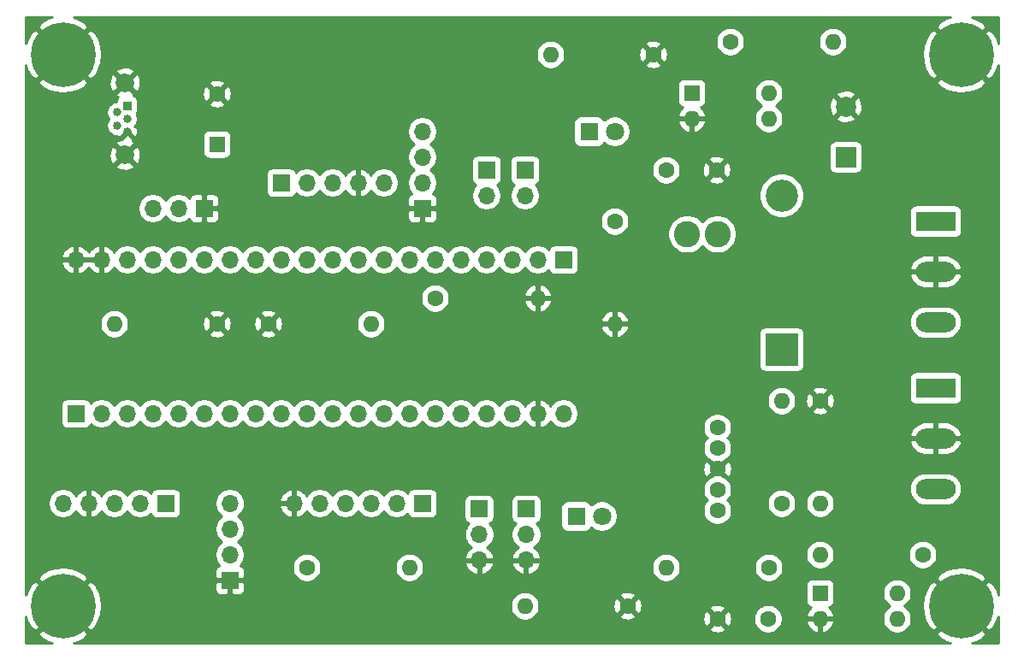
<source format=gbr>
G04 #@! TF.GenerationSoftware,KiCad,Pcbnew,(5.1.6)-1*
G04 #@! TF.CreationDate,2020-06-13T23:13:18+02:00*
G04 #@! TF.ProjectId,MotoGymkhanaRaceTiming,4d6f746f-4779-46d6-9b68-616e61526163,rev?*
G04 #@! TF.SameCoordinates,Original*
G04 #@! TF.FileFunction,Copper,L1,Top*
G04 #@! TF.FilePolarity,Positive*
%FSLAX46Y46*%
G04 Gerber Fmt 4.6, Leading zero omitted, Abs format (unit mm)*
G04 Created by KiCad (PCBNEW (5.1.6)-1) date 2020-06-13 23:13:18*
%MOMM*%
%LPD*%
G01*
G04 APERTURE LIST*
G04 #@! TA.AperFunction,ComponentPad*
%ADD10O,1.700000X1.700000*%
G04 #@! TD*
G04 #@! TA.AperFunction,ComponentPad*
%ADD11R,1.700000X1.700000*%
G04 #@! TD*
G04 #@! TA.AperFunction,ComponentPad*
%ADD12O,3.960000X1.980000*%
G04 #@! TD*
G04 #@! TA.AperFunction,ComponentPad*
%ADD13R,3.960000X1.980000*%
G04 #@! TD*
G04 #@! TA.AperFunction,ComponentPad*
%ADD14C,0.800000*%
G04 #@! TD*
G04 #@! TA.AperFunction,ComponentPad*
%ADD15C,6.400000*%
G04 #@! TD*
G04 #@! TA.AperFunction,ComponentPad*
%ADD16C,1.600000*%
G04 #@! TD*
G04 #@! TA.AperFunction,ComponentPad*
%ADD17R,1.600000X1.600000*%
G04 #@! TD*
G04 #@! TA.AperFunction,ComponentPad*
%ADD18C,2.000000*%
G04 #@! TD*
G04 #@! TA.AperFunction,ComponentPad*
%ADD19R,2.000000X2.000000*%
G04 #@! TD*
G04 #@! TA.AperFunction,ComponentPad*
%ADD20O,1.600000X1.600000*%
G04 #@! TD*
G04 #@! TA.AperFunction,ComponentPad*
%ADD21C,1.600200*%
G04 #@! TD*
G04 #@! TA.AperFunction,ComponentPad*
%ADD22C,2.600000*%
G04 #@! TD*
G04 #@! TA.AperFunction,ComponentPad*
%ADD23C,1.850000*%
G04 #@! TD*
G04 #@! TA.AperFunction,ComponentPad*
%ADD24C,0.840000*%
G04 #@! TD*
G04 #@! TA.AperFunction,ComponentPad*
%ADD25R,0.840000X0.840000*%
G04 #@! TD*
G04 #@! TA.AperFunction,ComponentPad*
%ADD26C,1.800000*%
G04 #@! TD*
G04 #@! TA.AperFunction,ComponentPad*
%ADD27R,1.800000X1.800000*%
G04 #@! TD*
G04 #@! TA.AperFunction,ComponentPad*
%ADD28O,3.200000X3.200000*%
G04 #@! TD*
G04 #@! TA.AperFunction,ComponentPad*
%ADD29R,3.200000X3.200000*%
G04 #@! TD*
G04 #@! TA.AperFunction,ViaPad*
%ADD30C,0.800000*%
G04 #@! TD*
G04 #@! TA.AperFunction,Conductor*
%ADD31C,0.254000*%
G04 #@! TD*
G04 APERTURE END LIST*
D10*
X128270000Y-109220000D03*
X130810000Y-109220000D03*
X133350000Y-109220000D03*
X135890000Y-109220000D03*
X138430000Y-109220000D03*
D11*
X140970000Y-109220000D03*
D10*
X140970000Y-72390000D03*
X140970000Y-74930000D03*
X140970000Y-77470000D03*
D11*
X140970000Y-80010000D03*
D12*
X191770000Y-91280000D03*
X191770000Y-86280000D03*
D13*
X191770000Y-81280000D03*
D12*
X191770000Y-107790000D03*
X191770000Y-102790000D03*
D13*
X191770000Y-97790000D03*
D10*
X121920000Y-109220000D03*
X121920000Y-111760000D03*
X121920000Y-114300000D03*
D11*
X121920000Y-116840000D03*
D10*
X105410000Y-109220000D03*
X107950000Y-109220000D03*
X110490000Y-109220000D03*
X113030000Y-109220000D03*
D11*
X115570000Y-109220000D03*
D10*
X137160000Y-77470000D03*
X134620000Y-77470000D03*
X132080000Y-77470000D03*
X129540000Y-77470000D03*
D11*
X127000000Y-77470000D03*
D14*
X107107056Y-63072944D03*
X105410000Y-62370000D03*
X103712944Y-63072944D03*
X103010000Y-64770000D03*
X103712944Y-66467056D03*
X105410000Y-67170000D03*
X107107056Y-66467056D03*
X107810000Y-64770000D03*
D15*
X105410000Y-64770000D03*
D16*
X120650000Y-68660000D03*
D17*
X120650000Y-73660000D03*
D14*
X107107056Y-117682944D03*
X105410000Y-116980000D03*
X103712944Y-117682944D03*
X103010000Y-119380000D03*
X103712944Y-121077056D03*
X105410000Y-121780000D03*
X107107056Y-121077056D03*
X107810000Y-119380000D03*
D15*
X105410000Y-119380000D03*
D14*
X196007056Y-117682944D03*
X194310000Y-116980000D03*
X192612944Y-117682944D03*
X191910000Y-119380000D03*
X192612944Y-121077056D03*
X194310000Y-121780000D03*
X196007056Y-121077056D03*
X196710000Y-119380000D03*
D15*
X194310000Y-119380000D03*
D14*
X196007056Y-63072944D03*
X194310000Y-62370000D03*
X192612944Y-63072944D03*
X191910000Y-64770000D03*
X192612944Y-66467056D03*
X194310000Y-67170000D03*
X196007056Y-66467056D03*
X196710000Y-64770000D03*
D15*
X194310000Y-64770000D03*
D18*
X182880000Y-69930000D03*
D19*
X182880000Y-74930000D03*
D20*
X181610000Y-63500000D03*
D16*
X171450000Y-63500000D03*
D10*
X146605001Y-114855001D03*
X146605001Y-112315001D03*
D11*
X146605001Y-109775001D03*
D21*
X170180000Y-101712800D03*
X170180000Y-103764600D03*
X170180000Y-105816400D03*
X170180000Y-107868200D03*
X170180000Y-109920000D03*
D22*
X167180000Y-82550000D03*
X170180000Y-82550000D03*
D16*
X170100000Y-76200000D03*
X165100000Y-76200000D03*
X175180000Y-120650000D03*
X170180000Y-120650000D03*
D20*
X160020000Y-91440000D03*
D16*
X160020000Y-81280000D03*
D20*
X152400000Y-88900000D03*
D16*
X142240000Y-88900000D03*
D20*
X180340000Y-109220000D03*
D16*
X180340000Y-99060000D03*
D20*
X176530000Y-99060000D03*
D16*
X176530000Y-109220000D03*
D10*
X151130000Y-78740000D03*
D11*
X151130000Y-76200000D03*
D10*
X147320000Y-78740000D03*
D11*
X147320000Y-76200000D03*
D10*
X114300000Y-80010000D03*
X116840000Y-80010000D03*
D11*
X119380000Y-80010000D03*
D10*
X151255001Y-114855001D03*
X151255001Y-112315001D03*
D11*
X151255001Y-109775001D03*
D20*
X187960000Y-118110000D03*
X180340000Y-120650000D03*
X187960000Y-120650000D03*
D17*
X180340000Y-118110000D03*
D20*
X175260000Y-68580000D03*
X167640000Y-71120000D03*
X175260000Y-71120000D03*
D17*
X167640000Y-68580000D03*
D20*
X139700000Y-115570000D03*
D16*
X129540000Y-115570000D03*
D20*
X110490000Y-91440000D03*
D16*
X120650000Y-91440000D03*
D20*
X135890000Y-91440000D03*
D16*
X125730000Y-91440000D03*
D20*
X180340000Y-114300000D03*
D16*
X190500000Y-114300000D03*
D20*
X165100000Y-115570000D03*
D16*
X175260000Y-115570000D03*
D20*
X151130000Y-119380000D03*
D16*
X161290000Y-119380000D03*
X163830000Y-64770000D03*
D20*
X153670000Y-64770000D03*
D23*
X111540000Y-74725000D03*
X111540000Y-67575000D03*
D24*
X111760000Y-72450000D03*
X110760000Y-71800000D03*
X111760000Y-71150000D03*
X110760000Y-70500000D03*
D25*
X111760000Y-69850000D03*
D10*
X106680000Y-85090000D03*
X109220000Y-85090000D03*
X111760000Y-85090000D03*
X114300000Y-85090000D03*
X116840000Y-85090000D03*
X119380000Y-85090000D03*
X121920000Y-85090000D03*
X124460000Y-85090000D03*
X127000000Y-85090000D03*
X129540000Y-85090000D03*
X132080000Y-85090000D03*
X134620000Y-85090000D03*
X137160000Y-85090000D03*
X139700000Y-85090000D03*
X142240000Y-85090000D03*
X144780000Y-85090000D03*
X147320000Y-85090000D03*
X149860000Y-85090000D03*
X152400000Y-85090000D03*
D11*
X154940000Y-85090000D03*
D10*
X154940000Y-100330000D03*
X152400000Y-100330000D03*
X149860000Y-100330000D03*
X147320000Y-100330000D03*
X144780000Y-100330000D03*
X142240000Y-100330000D03*
X139700000Y-100330000D03*
X137160000Y-100330000D03*
X134620000Y-100330000D03*
X132080000Y-100330000D03*
X129540000Y-100330000D03*
X127000000Y-100330000D03*
X124460000Y-100330000D03*
X121920000Y-100330000D03*
X119380000Y-100330000D03*
X116840000Y-100330000D03*
X114300000Y-100330000D03*
X111760000Y-100330000D03*
X109220000Y-100330000D03*
D11*
X106680000Y-100330000D03*
D26*
X160020000Y-72390000D03*
D27*
X157480000Y-72390000D03*
D26*
X158750000Y-110490000D03*
D27*
X156210000Y-110490000D03*
D28*
X176530000Y-78740000D03*
D29*
X176530000Y-93980000D03*
D30*
X110490000Y-118110000D03*
X110490000Y-118110000D03*
X180340000Y-101600000D03*
X189230000Y-68580000D03*
X165100000Y-62230000D03*
X163830000Y-105410000D03*
X133350000Y-81280000D03*
D31*
G36*
X103957792Y-61200548D02*
G01*
X103289330Y-61552445D01*
X103248912Y-61579452D01*
X102888724Y-62069119D01*
X105410000Y-64590395D01*
X107931276Y-62069119D01*
X107571088Y-61579452D01*
X106907118Y-61219151D01*
X106481165Y-61087000D01*
X193240789Y-61087000D01*
X192857792Y-61200548D01*
X192189330Y-61552445D01*
X192148912Y-61579452D01*
X191788724Y-62069119D01*
X194310000Y-64590395D01*
X196831276Y-62069119D01*
X196471088Y-61579452D01*
X195807118Y-61219151D01*
X195381165Y-61087000D01*
X197993000Y-61087000D01*
X197993000Y-63700789D01*
X197879452Y-63317792D01*
X197527555Y-62649330D01*
X197500548Y-62608912D01*
X197010881Y-62248724D01*
X194489605Y-64770000D01*
X197010881Y-67291276D01*
X197500548Y-66931088D01*
X197860849Y-66267118D01*
X197993000Y-65841165D01*
X197993000Y-118310789D01*
X197879452Y-117927792D01*
X197527555Y-117259330D01*
X197500548Y-117218912D01*
X197010881Y-116858724D01*
X194489605Y-119380000D01*
X197010881Y-121901276D01*
X197500548Y-121541088D01*
X197860849Y-120877118D01*
X197993000Y-120451165D01*
X197993000Y-123063000D01*
X195379211Y-123063000D01*
X195762208Y-122949452D01*
X196430670Y-122597555D01*
X196471088Y-122570548D01*
X196831276Y-122080881D01*
X194310000Y-119559605D01*
X191788724Y-122080881D01*
X192148912Y-122570548D01*
X192812882Y-122930849D01*
X193238835Y-123063000D01*
X106479211Y-123063000D01*
X106862208Y-122949452D01*
X107530670Y-122597555D01*
X107571088Y-122570548D01*
X107931276Y-122080881D01*
X105410000Y-119559605D01*
X102888724Y-122080881D01*
X103248912Y-122570548D01*
X103912882Y-122930849D01*
X104338835Y-123063000D01*
X101727000Y-123063000D01*
X101727000Y-120449211D01*
X101840548Y-120832208D01*
X102192445Y-121500670D01*
X102219452Y-121541088D01*
X102709119Y-121901276D01*
X105230395Y-119380000D01*
X105589605Y-119380000D01*
X108110881Y-121901276D01*
X108462406Y-121642702D01*
X169366903Y-121642702D01*
X169438486Y-121886671D01*
X169693996Y-122007571D01*
X169968184Y-122076300D01*
X170250512Y-122090217D01*
X170530130Y-122048787D01*
X170796292Y-121953603D01*
X170921514Y-121886671D01*
X170993097Y-121642702D01*
X170180000Y-120829605D01*
X169366903Y-121642702D01*
X108462406Y-121642702D01*
X108600548Y-121541088D01*
X108960849Y-120877118D01*
X109184694Y-120155615D01*
X109263480Y-119404305D01*
X109248221Y-119238665D01*
X149695000Y-119238665D01*
X149695000Y-119521335D01*
X149750147Y-119798574D01*
X149858320Y-120059727D01*
X150015363Y-120294759D01*
X150215241Y-120494637D01*
X150450273Y-120651680D01*
X150711426Y-120759853D01*
X150988665Y-120815000D01*
X151271335Y-120815000D01*
X151548574Y-120759853D01*
X151809727Y-120651680D01*
X152044759Y-120494637D01*
X152166694Y-120372702D01*
X160476903Y-120372702D01*
X160548486Y-120616671D01*
X160803996Y-120737571D01*
X161078184Y-120806300D01*
X161360512Y-120820217D01*
X161640130Y-120778787D01*
X161803083Y-120720512D01*
X168739783Y-120720512D01*
X168781213Y-121000130D01*
X168876397Y-121266292D01*
X168943329Y-121391514D01*
X169187298Y-121463097D01*
X170000395Y-120650000D01*
X170359605Y-120650000D01*
X171172702Y-121463097D01*
X171416671Y-121391514D01*
X171537571Y-121136004D01*
X171606300Y-120861816D01*
X171620217Y-120579488D01*
X171609724Y-120508665D01*
X173745000Y-120508665D01*
X173745000Y-120791335D01*
X173800147Y-121068574D01*
X173908320Y-121329727D01*
X174065363Y-121564759D01*
X174265241Y-121764637D01*
X174500273Y-121921680D01*
X174761426Y-122029853D01*
X175038665Y-122085000D01*
X175321335Y-122085000D01*
X175598574Y-122029853D01*
X175859727Y-121921680D01*
X176094759Y-121764637D01*
X176294637Y-121564759D01*
X176451680Y-121329727D01*
X176559853Y-121068574D01*
X176573684Y-120999039D01*
X178948096Y-120999039D01*
X178988754Y-121133087D01*
X179108963Y-121387420D01*
X179276481Y-121613414D01*
X179484869Y-121802385D01*
X179726119Y-121947070D01*
X179990960Y-122041909D01*
X180213000Y-121920624D01*
X180213000Y-120777000D01*
X180467000Y-120777000D01*
X180467000Y-121920624D01*
X180689040Y-122041909D01*
X180953881Y-121947070D01*
X181195131Y-121802385D01*
X181403519Y-121613414D01*
X181571037Y-121387420D01*
X181691246Y-121133087D01*
X181731904Y-120999039D01*
X181609915Y-120777000D01*
X180467000Y-120777000D01*
X180213000Y-120777000D01*
X179070085Y-120777000D01*
X178948096Y-120999039D01*
X176573684Y-120999039D01*
X176615000Y-120791335D01*
X176615000Y-120508665D01*
X176559853Y-120231426D01*
X176451680Y-119970273D01*
X176294637Y-119735241D01*
X176094759Y-119535363D01*
X175859727Y-119378320D01*
X175598574Y-119270147D01*
X175321335Y-119215000D01*
X175038665Y-119215000D01*
X174761426Y-119270147D01*
X174500273Y-119378320D01*
X174265241Y-119535363D01*
X174065363Y-119735241D01*
X173908320Y-119970273D01*
X173800147Y-120231426D01*
X173745000Y-120508665D01*
X171609724Y-120508665D01*
X171578787Y-120299870D01*
X171483603Y-120033708D01*
X171416671Y-119908486D01*
X171172702Y-119836903D01*
X170359605Y-120650000D01*
X170000395Y-120650000D01*
X169187298Y-119836903D01*
X168943329Y-119908486D01*
X168822429Y-120163996D01*
X168753700Y-120438184D01*
X168739783Y-120720512D01*
X161803083Y-120720512D01*
X161906292Y-120683603D01*
X162031514Y-120616671D01*
X162103097Y-120372702D01*
X161290000Y-119559605D01*
X160476903Y-120372702D01*
X152166694Y-120372702D01*
X152244637Y-120294759D01*
X152401680Y-120059727D01*
X152509853Y-119798574D01*
X152565000Y-119521335D01*
X152565000Y-119450512D01*
X159849783Y-119450512D01*
X159891213Y-119730130D01*
X159986397Y-119996292D01*
X160053329Y-120121514D01*
X160297298Y-120193097D01*
X161110395Y-119380000D01*
X161469605Y-119380000D01*
X162282702Y-120193097D01*
X162526671Y-120121514D01*
X162647571Y-119866004D01*
X162699886Y-119657298D01*
X169366903Y-119657298D01*
X170180000Y-120470395D01*
X170993097Y-119657298D01*
X170921514Y-119413329D01*
X170666004Y-119292429D01*
X170391816Y-119223700D01*
X170109488Y-119209783D01*
X169829870Y-119251213D01*
X169563708Y-119346397D01*
X169438486Y-119413329D01*
X169366903Y-119657298D01*
X162699886Y-119657298D01*
X162716300Y-119591816D01*
X162730217Y-119309488D01*
X162688787Y-119029870D01*
X162593603Y-118763708D01*
X162526671Y-118638486D01*
X162282702Y-118566903D01*
X161469605Y-119380000D01*
X161110395Y-119380000D01*
X160297298Y-118566903D01*
X160053329Y-118638486D01*
X159932429Y-118893996D01*
X159863700Y-119168184D01*
X159849783Y-119450512D01*
X152565000Y-119450512D01*
X152565000Y-119238665D01*
X152509853Y-118961426D01*
X152401680Y-118700273D01*
X152244637Y-118465241D01*
X152166694Y-118387298D01*
X160476903Y-118387298D01*
X161290000Y-119200395D01*
X162103097Y-118387298D01*
X162031514Y-118143329D01*
X161776004Y-118022429D01*
X161501816Y-117953700D01*
X161219488Y-117939783D01*
X160939870Y-117981213D01*
X160673708Y-118076397D01*
X160548486Y-118143329D01*
X160476903Y-118387298D01*
X152166694Y-118387298D01*
X152044759Y-118265363D01*
X151809727Y-118108320D01*
X151548574Y-118000147D01*
X151271335Y-117945000D01*
X150988665Y-117945000D01*
X150711426Y-118000147D01*
X150450273Y-118108320D01*
X150215241Y-118265363D01*
X150015363Y-118465241D01*
X149858320Y-118700273D01*
X149750147Y-118961426D01*
X149695000Y-119238665D01*
X109248221Y-119238665D01*
X109194178Y-118652062D01*
X108979452Y-117927792D01*
X108854272Y-117690000D01*
X120431928Y-117690000D01*
X120444188Y-117814482D01*
X120480498Y-117934180D01*
X120539463Y-118044494D01*
X120618815Y-118141185D01*
X120715506Y-118220537D01*
X120825820Y-118279502D01*
X120945518Y-118315812D01*
X121070000Y-118328072D01*
X121634250Y-118325000D01*
X121793000Y-118166250D01*
X121793000Y-116967000D01*
X122047000Y-116967000D01*
X122047000Y-118166250D01*
X122205750Y-118325000D01*
X122770000Y-118328072D01*
X122894482Y-118315812D01*
X123014180Y-118279502D01*
X123124494Y-118220537D01*
X123221185Y-118141185D01*
X123300537Y-118044494D01*
X123359502Y-117934180D01*
X123395812Y-117814482D01*
X123408072Y-117690000D01*
X123406004Y-117310000D01*
X178901928Y-117310000D01*
X178901928Y-118910000D01*
X178914188Y-119034482D01*
X178950498Y-119154180D01*
X179009463Y-119264494D01*
X179088815Y-119361185D01*
X179185506Y-119440537D01*
X179295820Y-119499502D01*
X179415518Y-119535812D01*
X179440080Y-119538231D01*
X179276481Y-119686586D01*
X179108963Y-119912580D01*
X178988754Y-120166913D01*
X178948096Y-120300961D01*
X179070085Y-120523000D01*
X180213000Y-120523000D01*
X180213000Y-120503000D01*
X180467000Y-120503000D01*
X180467000Y-120523000D01*
X181609915Y-120523000D01*
X181731904Y-120300961D01*
X181691246Y-120166913D01*
X181571037Y-119912580D01*
X181403519Y-119686586D01*
X181239920Y-119538231D01*
X181264482Y-119535812D01*
X181384180Y-119499502D01*
X181494494Y-119440537D01*
X181591185Y-119361185D01*
X181670537Y-119264494D01*
X181729502Y-119154180D01*
X181765812Y-119034482D01*
X181778072Y-118910000D01*
X181778072Y-117968665D01*
X186525000Y-117968665D01*
X186525000Y-118251335D01*
X186580147Y-118528574D01*
X186688320Y-118789727D01*
X186845363Y-119024759D01*
X187045241Y-119224637D01*
X187277759Y-119380000D01*
X187045241Y-119535363D01*
X186845363Y-119735241D01*
X186688320Y-119970273D01*
X186580147Y-120231426D01*
X186525000Y-120508665D01*
X186525000Y-120791335D01*
X186580147Y-121068574D01*
X186688320Y-121329727D01*
X186845363Y-121564759D01*
X187045241Y-121764637D01*
X187280273Y-121921680D01*
X187541426Y-122029853D01*
X187818665Y-122085000D01*
X188101335Y-122085000D01*
X188378574Y-122029853D01*
X188639727Y-121921680D01*
X188874759Y-121764637D01*
X189074637Y-121564759D01*
X189231680Y-121329727D01*
X189339853Y-121068574D01*
X189395000Y-120791335D01*
X189395000Y-120508665D01*
X189339853Y-120231426D01*
X189231680Y-119970273D01*
X189074637Y-119735241D01*
X188874759Y-119535363D01*
X188642241Y-119380000D01*
X188678616Y-119355695D01*
X190456520Y-119355695D01*
X190525822Y-120107938D01*
X190740548Y-120832208D01*
X191092445Y-121500670D01*
X191119452Y-121541088D01*
X191609119Y-121901276D01*
X194130395Y-119380000D01*
X191609119Y-116858724D01*
X191119452Y-117218912D01*
X190759151Y-117882882D01*
X190535306Y-118604385D01*
X190456520Y-119355695D01*
X188678616Y-119355695D01*
X188874759Y-119224637D01*
X189074637Y-119024759D01*
X189231680Y-118789727D01*
X189339853Y-118528574D01*
X189395000Y-118251335D01*
X189395000Y-117968665D01*
X189339853Y-117691426D01*
X189231680Y-117430273D01*
X189074637Y-117195241D01*
X188874759Y-116995363D01*
X188639727Y-116838320D01*
X188378574Y-116730147D01*
X188122043Y-116679119D01*
X191788724Y-116679119D01*
X194310000Y-119200395D01*
X196831276Y-116679119D01*
X196471088Y-116189452D01*
X195807118Y-115829151D01*
X195085615Y-115605306D01*
X194334305Y-115526520D01*
X193582062Y-115595822D01*
X192857792Y-115810548D01*
X192189330Y-116162445D01*
X192148912Y-116189452D01*
X191788724Y-116679119D01*
X188122043Y-116679119D01*
X188101335Y-116675000D01*
X187818665Y-116675000D01*
X187541426Y-116730147D01*
X187280273Y-116838320D01*
X187045241Y-116995363D01*
X186845363Y-117195241D01*
X186688320Y-117430273D01*
X186580147Y-117691426D01*
X186525000Y-117968665D01*
X181778072Y-117968665D01*
X181778072Y-117310000D01*
X181765812Y-117185518D01*
X181729502Y-117065820D01*
X181670537Y-116955506D01*
X181591185Y-116858815D01*
X181494494Y-116779463D01*
X181384180Y-116720498D01*
X181264482Y-116684188D01*
X181140000Y-116671928D01*
X179540000Y-116671928D01*
X179415518Y-116684188D01*
X179295820Y-116720498D01*
X179185506Y-116779463D01*
X179088815Y-116858815D01*
X179009463Y-116955506D01*
X178950498Y-117065820D01*
X178914188Y-117185518D01*
X178901928Y-117310000D01*
X123406004Y-117310000D01*
X123405000Y-117125750D01*
X123246250Y-116967000D01*
X122047000Y-116967000D01*
X121793000Y-116967000D01*
X120593750Y-116967000D01*
X120435000Y-117125750D01*
X120431928Y-117690000D01*
X108854272Y-117690000D01*
X108627555Y-117259330D01*
X108600548Y-117218912D01*
X108110881Y-116858724D01*
X105589605Y-119380000D01*
X105230395Y-119380000D01*
X102709119Y-116858724D01*
X102219452Y-117218912D01*
X101859151Y-117882882D01*
X101727000Y-118308835D01*
X101727000Y-116679119D01*
X102888724Y-116679119D01*
X105410000Y-119200395D01*
X107931276Y-116679119D01*
X107571088Y-116189452D01*
X107203534Y-115990000D01*
X120431928Y-115990000D01*
X120435000Y-116554250D01*
X120593750Y-116713000D01*
X121793000Y-116713000D01*
X121793000Y-116693000D01*
X122047000Y-116693000D01*
X122047000Y-116713000D01*
X123246250Y-116713000D01*
X123405000Y-116554250D01*
X123408072Y-115990000D01*
X123395812Y-115865518D01*
X123359502Y-115745820D01*
X123300537Y-115635506D01*
X123221185Y-115538815D01*
X123124494Y-115459463D01*
X123066876Y-115428665D01*
X128105000Y-115428665D01*
X128105000Y-115711335D01*
X128160147Y-115988574D01*
X128268320Y-116249727D01*
X128425363Y-116484759D01*
X128625241Y-116684637D01*
X128860273Y-116841680D01*
X129121426Y-116949853D01*
X129398665Y-117005000D01*
X129681335Y-117005000D01*
X129958574Y-116949853D01*
X130219727Y-116841680D01*
X130454759Y-116684637D01*
X130654637Y-116484759D01*
X130811680Y-116249727D01*
X130919853Y-115988574D01*
X130975000Y-115711335D01*
X130975000Y-115428665D01*
X138265000Y-115428665D01*
X138265000Y-115711335D01*
X138320147Y-115988574D01*
X138428320Y-116249727D01*
X138585363Y-116484759D01*
X138785241Y-116684637D01*
X139020273Y-116841680D01*
X139281426Y-116949853D01*
X139558665Y-117005000D01*
X139841335Y-117005000D01*
X140118574Y-116949853D01*
X140379727Y-116841680D01*
X140614759Y-116684637D01*
X140814637Y-116484759D01*
X140971680Y-116249727D01*
X141079853Y-115988574D01*
X141135000Y-115711335D01*
X141135000Y-115428665D01*
X141091881Y-115211891D01*
X145163525Y-115211891D01*
X145208176Y-115359100D01*
X145333360Y-115621921D01*
X145507413Y-115855270D01*
X145723646Y-116050179D01*
X145973749Y-116199158D01*
X146248110Y-116296482D01*
X146478001Y-116175815D01*
X146478001Y-114982001D01*
X146732001Y-114982001D01*
X146732001Y-116175815D01*
X146961892Y-116296482D01*
X147236253Y-116199158D01*
X147486356Y-116050179D01*
X147702589Y-115855270D01*
X147876642Y-115621921D01*
X148001826Y-115359100D01*
X148046477Y-115211891D01*
X149813525Y-115211891D01*
X149858176Y-115359100D01*
X149983360Y-115621921D01*
X150157413Y-115855270D01*
X150373646Y-116050179D01*
X150623749Y-116199158D01*
X150898110Y-116296482D01*
X151128001Y-116175815D01*
X151128001Y-114982001D01*
X151382001Y-114982001D01*
X151382001Y-116175815D01*
X151611892Y-116296482D01*
X151886253Y-116199158D01*
X152136356Y-116050179D01*
X152352589Y-115855270D01*
X152526642Y-115621921D01*
X152618691Y-115428665D01*
X163665000Y-115428665D01*
X163665000Y-115711335D01*
X163720147Y-115988574D01*
X163828320Y-116249727D01*
X163985363Y-116484759D01*
X164185241Y-116684637D01*
X164420273Y-116841680D01*
X164681426Y-116949853D01*
X164958665Y-117005000D01*
X165241335Y-117005000D01*
X165518574Y-116949853D01*
X165779727Y-116841680D01*
X166014759Y-116684637D01*
X166214637Y-116484759D01*
X166371680Y-116249727D01*
X166479853Y-115988574D01*
X166535000Y-115711335D01*
X166535000Y-115428665D01*
X173825000Y-115428665D01*
X173825000Y-115711335D01*
X173880147Y-115988574D01*
X173988320Y-116249727D01*
X174145363Y-116484759D01*
X174345241Y-116684637D01*
X174580273Y-116841680D01*
X174841426Y-116949853D01*
X175118665Y-117005000D01*
X175401335Y-117005000D01*
X175678574Y-116949853D01*
X175939727Y-116841680D01*
X176174759Y-116684637D01*
X176374637Y-116484759D01*
X176531680Y-116249727D01*
X176639853Y-115988574D01*
X176695000Y-115711335D01*
X176695000Y-115428665D01*
X176639853Y-115151426D01*
X176531680Y-114890273D01*
X176374637Y-114655241D01*
X176174759Y-114455363D01*
X175939727Y-114298320D01*
X175678574Y-114190147D01*
X175520306Y-114158665D01*
X178905000Y-114158665D01*
X178905000Y-114441335D01*
X178960147Y-114718574D01*
X179068320Y-114979727D01*
X179225363Y-115214759D01*
X179425241Y-115414637D01*
X179660273Y-115571680D01*
X179921426Y-115679853D01*
X180198665Y-115735000D01*
X180481335Y-115735000D01*
X180758574Y-115679853D01*
X181019727Y-115571680D01*
X181254759Y-115414637D01*
X181454637Y-115214759D01*
X181611680Y-114979727D01*
X181719853Y-114718574D01*
X181775000Y-114441335D01*
X181775000Y-114158665D01*
X189065000Y-114158665D01*
X189065000Y-114441335D01*
X189120147Y-114718574D01*
X189228320Y-114979727D01*
X189385363Y-115214759D01*
X189585241Y-115414637D01*
X189820273Y-115571680D01*
X190081426Y-115679853D01*
X190358665Y-115735000D01*
X190641335Y-115735000D01*
X190918574Y-115679853D01*
X191179727Y-115571680D01*
X191414759Y-115414637D01*
X191614637Y-115214759D01*
X191771680Y-114979727D01*
X191879853Y-114718574D01*
X191935000Y-114441335D01*
X191935000Y-114158665D01*
X191879853Y-113881426D01*
X191771680Y-113620273D01*
X191614637Y-113385241D01*
X191414759Y-113185363D01*
X191179727Y-113028320D01*
X190918574Y-112920147D01*
X190641335Y-112865000D01*
X190358665Y-112865000D01*
X190081426Y-112920147D01*
X189820273Y-113028320D01*
X189585241Y-113185363D01*
X189385363Y-113385241D01*
X189228320Y-113620273D01*
X189120147Y-113881426D01*
X189065000Y-114158665D01*
X181775000Y-114158665D01*
X181719853Y-113881426D01*
X181611680Y-113620273D01*
X181454637Y-113385241D01*
X181254759Y-113185363D01*
X181019727Y-113028320D01*
X180758574Y-112920147D01*
X180481335Y-112865000D01*
X180198665Y-112865000D01*
X179921426Y-112920147D01*
X179660273Y-113028320D01*
X179425241Y-113185363D01*
X179225363Y-113385241D01*
X179068320Y-113620273D01*
X178960147Y-113881426D01*
X178905000Y-114158665D01*
X175520306Y-114158665D01*
X175401335Y-114135000D01*
X175118665Y-114135000D01*
X174841426Y-114190147D01*
X174580273Y-114298320D01*
X174345241Y-114455363D01*
X174145363Y-114655241D01*
X173988320Y-114890273D01*
X173880147Y-115151426D01*
X173825000Y-115428665D01*
X166535000Y-115428665D01*
X166479853Y-115151426D01*
X166371680Y-114890273D01*
X166214637Y-114655241D01*
X166014759Y-114455363D01*
X165779727Y-114298320D01*
X165518574Y-114190147D01*
X165241335Y-114135000D01*
X164958665Y-114135000D01*
X164681426Y-114190147D01*
X164420273Y-114298320D01*
X164185241Y-114455363D01*
X163985363Y-114655241D01*
X163828320Y-114890273D01*
X163720147Y-115151426D01*
X163665000Y-115428665D01*
X152618691Y-115428665D01*
X152651826Y-115359100D01*
X152696477Y-115211891D01*
X152575156Y-114982001D01*
X151382001Y-114982001D01*
X151128001Y-114982001D01*
X149934846Y-114982001D01*
X149813525Y-115211891D01*
X148046477Y-115211891D01*
X147925156Y-114982001D01*
X146732001Y-114982001D01*
X146478001Y-114982001D01*
X145284846Y-114982001D01*
X145163525Y-115211891D01*
X141091881Y-115211891D01*
X141079853Y-115151426D01*
X140971680Y-114890273D01*
X140814637Y-114655241D01*
X140614759Y-114455363D01*
X140379727Y-114298320D01*
X140118574Y-114190147D01*
X139841335Y-114135000D01*
X139558665Y-114135000D01*
X139281426Y-114190147D01*
X139020273Y-114298320D01*
X138785241Y-114455363D01*
X138585363Y-114655241D01*
X138428320Y-114890273D01*
X138320147Y-115151426D01*
X138265000Y-115428665D01*
X130975000Y-115428665D01*
X130919853Y-115151426D01*
X130811680Y-114890273D01*
X130654637Y-114655241D01*
X130454759Y-114455363D01*
X130219727Y-114298320D01*
X129958574Y-114190147D01*
X129681335Y-114135000D01*
X129398665Y-114135000D01*
X129121426Y-114190147D01*
X128860273Y-114298320D01*
X128625241Y-114455363D01*
X128425363Y-114655241D01*
X128268320Y-114890273D01*
X128160147Y-115151426D01*
X128105000Y-115428665D01*
X123066876Y-115428665D01*
X123014180Y-115400498D01*
X122941620Y-115378487D01*
X123073475Y-115246632D01*
X123235990Y-115003411D01*
X123347932Y-114733158D01*
X123405000Y-114446260D01*
X123405000Y-114153740D01*
X123347932Y-113866842D01*
X123235990Y-113596589D01*
X123073475Y-113353368D01*
X122866632Y-113146525D01*
X122692240Y-113030000D01*
X122866632Y-112913475D01*
X123073475Y-112706632D01*
X123235990Y-112463411D01*
X123347932Y-112193158D01*
X123405000Y-111906260D01*
X123405000Y-111613740D01*
X123347932Y-111326842D01*
X123235990Y-111056589D01*
X123073475Y-110813368D01*
X122866632Y-110606525D01*
X122692240Y-110490000D01*
X122866632Y-110373475D01*
X123073475Y-110166632D01*
X123235990Y-109923411D01*
X123347932Y-109653158D01*
X123363102Y-109576891D01*
X126828519Y-109576891D01*
X126925843Y-109851252D01*
X127074822Y-110101355D01*
X127269731Y-110317588D01*
X127503080Y-110491641D01*
X127765901Y-110616825D01*
X127913110Y-110661476D01*
X128143000Y-110540155D01*
X128143000Y-109347000D01*
X126949186Y-109347000D01*
X126828519Y-109576891D01*
X123363102Y-109576891D01*
X123405000Y-109366260D01*
X123405000Y-109073740D01*
X123363103Y-108863109D01*
X126828519Y-108863109D01*
X126949186Y-109093000D01*
X128143000Y-109093000D01*
X128143000Y-107899845D01*
X128397000Y-107899845D01*
X128397000Y-109093000D01*
X128417000Y-109093000D01*
X128417000Y-109347000D01*
X128397000Y-109347000D01*
X128397000Y-110540155D01*
X128626890Y-110661476D01*
X128774099Y-110616825D01*
X129036920Y-110491641D01*
X129270269Y-110317588D01*
X129465178Y-110101355D01*
X129534805Y-109984466D01*
X129656525Y-110166632D01*
X129863368Y-110373475D01*
X130106589Y-110535990D01*
X130376842Y-110647932D01*
X130663740Y-110705000D01*
X130956260Y-110705000D01*
X131243158Y-110647932D01*
X131513411Y-110535990D01*
X131756632Y-110373475D01*
X131963475Y-110166632D01*
X132080000Y-109992240D01*
X132196525Y-110166632D01*
X132403368Y-110373475D01*
X132646589Y-110535990D01*
X132916842Y-110647932D01*
X133203740Y-110705000D01*
X133496260Y-110705000D01*
X133783158Y-110647932D01*
X134053411Y-110535990D01*
X134296632Y-110373475D01*
X134503475Y-110166632D01*
X134620000Y-109992240D01*
X134736525Y-110166632D01*
X134943368Y-110373475D01*
X135186589Y-110535990D01*
X135456842Y-110647932D01*
X135743740Y-110705000D01*
X136036260Y-110705000D01*
X136323158Y-110647932D01*
X136593411Y-110535990D01*
X136836632Y-110373475D01*
X137043475Y-110166632D01*
X137160000Y-109992240D01*
X137276525Y-110166632D01*
X137483368Y-110373475D01*
X137726589Y-110535990D01*
X137996842Y-110647932D01*
X138283740Y-110705000D01*
X138576260Y-110705000D01*
X138863158Y-110647932D01*
X139133411Y-110535990D01*
X139376632Y-110373475D01*
X139508487Y-110241620D01*
X139530498Y-110314180D01*
X139589463Y-110424494D01*
X139668815Y-110521185D01*
X139765506Y-110600537D01*
X139875820Y-110659502D01*
X139995518Y-110695812D01*
X140120000Y-110708072D01*
X141820000Y-110708072D01*
X141944482Y-110695812D01*
X142064180Y-110659502D01*
X142174494Y-110600537D01*
X142271185Y-110521185D01*
X142350537Y-110424494D01*
X142409502Y-110314180D01*
X142445812Y-110194482D01*
X142458072Y-110070000D01*
X142458072Y-108925001D01*
X145116929Y-108925001D01*
X145116929Y-110625001D01*
X145129189Y-110749483D01*
X145165499Y-110869181D01*
X145224464Y-110979495D01*
X145303816Y-111076186D01*
X145400507Y-111155538D01*
X145510821Y-111214503D01*
X145583381Y-111236514D01*
X145451526Y-111368369D01*
X145289011Y-111611590D01*
X145177069Y-111881843D01*
X145120001Y-112168741D01*
X145120001Y-112461261D01*
X145177069Y-112748159D01*
X145289011Y-113018412D01*
X145451526Y-113261633D01*
X145658369Y-113468476D01*
X145840535Y-113590196D01*
X145723646Y-113659823D01*
X145507413Y-113854732D01*
X145333360Y-114088081D01*
X145208176Y-114350902D01*
X145163525Y-114498111D01*
X145284846Y-114728001D01*
X146478001Y-114728001D01*
X146478001Y-114708001D01*
X146732001Y-114708001D01*
X146732001Y-114728001D01*
X147925156Y-114728001D01*
X148046477Y-114498111D01*
X148001826Y-114350902D01*
X147876642Y-114088081D01*
X147702589Y-113854732D01*
X147486356Y-113659823D01*
X147369467Y-113590196D01*
X147551633Y-113468476D01*
X147758476Y-113261633D01*
X147920991Y-113018412D01*
X148032933Y-112748159D01*
X148090001Y-112461261D01*
X148090001Y-112168741D01*
X148032933Y-111881843D01*
X147920991Y-111611590D01*
X147758476Y-111368369D01*
X147626621Y-111236514D01*
X147699181Y-111214503D01*
X147809495Y-111155538D01*
X147906186Y-111076186D01*
X147985538Y-110979495D01*
X148044503Y-110869181D01*
X148080813Y-110749483D01*
X148093073Y-110625001D01*
X148093073Y-108925001D01*
X149766929Y-108925001D01*
X149766929Y-110625001D01*
X149779189Y-110749483D01*
X149815499Y-110869181D01*
X149874464Y-110979495D01*
X149953816Y-111076186D01*
X150050507Y-111155538D01*
X150160821Y-111214503D01*
X150233381Y-111236514D01*
X150101526Y-111368369D01*
X149939011Y-111611590D01*
X149827069Y-111881843D01*
X149770001Y-112168741D01*
X149770001Y-112461261D01*
X149827069Y-112748159D01*
X149939011Y-113018412D01*
X150101526Y-113261633D01*
X150308369Y-113468476D01*
X150490535Y-113590196D01*
X150373646Y-113659823D01*
X150157413Y-113854732D01*
X149983360Y-114088081D01*
X149858176Y-114350902D01*
X149813525Y-114498111D01*
X149934846Y-114728001D01*
X151128001Y-114728001D01*
X151128001Y-114708001D01*
X151382001Y-114708001D01*
X151382001Y-114728001D01*
X152575156Y-114728001D01*
X152696477Y-114498111D01*
X152651826Y-114350902D01*
X152526642Y-114088081D01*
X152352589Y-113854732D01*
X152136356Y-113659823D01*
X152019467Y-113590196D01*
X152201633Y-113468476D01*
X152408476Y-113261633D01*
X152570991Y-113018412D01*
X152682933Y-112748159D01*
X152740001Y-112461261D01*
X152740001Y-112168741D01*
X152682933Y-111881843D01*
X152570991Y-111611590D01*
X152408476Y-111368369D01*
X152276621Y-111236514D01*
X152349181Y-111214503D01*
X152459495Y-111155538D01*
X152556186Y-111076186D01*
X152635538Y-110979495D01*
X152694503Y-110869181D01*
X152730813Y-110749483D01*
X152743073Y-110625001D01*
X152743073Y-109590000D01*
X154671928Y-109590000D01*
X154671928Y-111390000D01*
X154684188Y-111514482D01*
X154720498Y-111634180D01*
X154779463Y-111744494D01*
X154858815Y-111841185D01*
X154955506Y-111920537D01*
X155065820Y-111979502D01*
X155185518Y-112015812D01*
X155310000Y-112028072D01*
X157110000Y-112028072D01*
X157234482Y-112015812D01*
X157354180Y-111979502D01*
X157464494Y-111920537D01*
X157561185Y-111841185D01*
X157640537Y-111744494D01*
X157699502Y-111634180D01*
X157705056Y-111615873D01*
X157771495Y-111682312D01*
X158022905Y-111850299D01*
X158302257Y-111966011D01*
X158598816Y-112025000D01*
X158901184Y-112025000D01*
X159197743Y-111966011D01*
X159477095Y-111850299D01*
X159728505Y-111682312D01*
X159942312Y-111468505D01*
X160110299Y-111217095D01*
X160226011Y-110937743D01*
X160285000Y-110641184D01*
X160285000Y-110338816D01*
X160226011Y-110042257D01*
X160110299Y-109762905D01*
X159942312Y-109511495D01*
X159728505Y-109297688D01*
X159477095Y-109129701D01*
X159197743Y-109013989D01*
X158901184Y-108955000D01*
X158598816Y-108955000D01*
X158302257Y-109013989D01*
X158022905Y-109129701D01*
X157771495Y-109297688D01*
X157705056Y-109364127D01*
X157699502Y-109345820D01*
X157640537Y-109235506D01*
X157561185Y-109138815D01*
X157464494Y-109059463D01*
X157354180Y-109000498D01*
X157234482Y-108964188D01*
X157110000Y-108951928D01*
X155310000Y-108951928D01*
X155185518Y-108964188D01*
X155065820Y-109000498D01*
X154955506Y-109059463D01*
X154858815Y-109138815D01*
X154779463Y-109235506D01*
X154720498Y-109345820D01*
X154684188Y-109465518D01*
X154671928Y-109590000D01*
X152743073Y-109590000D01*
X152743073Y-108925001D01*
X152730813Y-108800519D01*
X152694503Y-108680821D01*
X152635538Y-108570507D01*
X152556186Y-108473816D01*
X152459495Y-108394464D01*
X152349181Y-108335499D01*
X152229483Y-108299189D01*
X152105001Y-108286929D01*
X150405001Y-108286929D01*
X150280519Y-108299189D01*
X150160821Y-108335499D01*
X150050507Y-108394464D01*
X149953816Y-108473816D01*
X149874464Y-108570507D01*
X149815499Y-108680821D01*
X149779189Y-108800519D01*
X149766929Y-108925001D01*
X148093073Y-108925001D01*
X148080813Y-108800519D01*
X148044503Y-108680821D01*
X147985538Y-108570507D01*
X147906186Y-108473816D01*
X147809495Y-108394464D01*
X147699181Y-108335499D01*
X147579483Y-108299189D01*
X147455001Y-108286929D01*
X145755001Y-108286929D01*
X145630519Y-108299189D01*
X145510821Y-108335499D01*
X145400507Y-108394464D01*
X145303816Y-108473816D01*
X145224464Y-108570507D01*
X145165499Y-108680821D01*
X145129189Y-108800519D01*
X145116929Y-108925001D01*
X142458072Y-108925001D01*
X142458072Y-108370000D01*
X142445812Y-108245518D01*
X142409502Y-108125820D01*
X142350537Y-108015506D01*
X142271185Y-107918815D01*
X142174494Y-107839463D01*
X142064180Y-107780498D01*
X141944482Y-107744188D01*
X141820000Y-107731928D01*
X140120000Y-107731928D01*
X139995518Y-107744188D01*
X139875820Y-107780498D01*
X139765506Y-107839463D01*
X139668815Y-107918815D01*
X139589463Y-108015506D01*
X139530498Y-108125820D01*
X139508487Y-108198380D01*
X139376632Y-108066525D01*
X139133411Y-107904010D01*
X138863158Y-107792068D01*
X138576260Y-107735000D01*
X138283740Y-107735000D01*
X137996842Y-107792068D01*
X137726589Y-107904010D01*
X137483368Y-108066525D01*
X137276525Y-108273368D01*
X137160000Y-108447760D01*
X137043475Y-108273368D01*
X136836632Y-108066525D01*
X136593411Y-107904010D01*
X136323158Y-107792068D01*
X136036260Y-107735000D01*
X135743740Y-107735000D01*
X135456842Y-107792068D01*
X135186589Y-107904010D01*
X134943368Y-108066525D01*
X134736525Y-108273368D01*
X134620000Y-108447760D01*
X134503475Y-108273368D01*
X134296632Y-108066525D01*
X134053411Y-107904010D01*
X133783158Y-107792068D01*
X133496260Y-107735000D01*
X133203740Y-107735000D01*
X132916842Y-107792068D01*
X132646589Y-107904010D01*
X132403368Y-108066525D01*
X132196525Y-108273368D01*
X132080000Y-108447760D01*
X131963475Y-108273368D01*
X131756632Y-108066525D01*
X131513411Y-107904010D01*
X131243158Y-107792068D01*
X130956260Y-107735000D01*
X130663740Y-107735000D01*
X130376842Y-107792068D01*
X130106589Y-107904010D01*
X129863368Y-108066525D01*
X129656525Y-108273368D01*
X129534805Y-108455534D01*
X129465178Y-108338645D01*
X129270269Y-108122412D01*
X129036920Y-107948359D01*
X128774099Y-107823175D01*
X128626890Y-107778524D01*
X128397000Y-107899845D01*
X128143000Y-107899845D01*
X127913110Y-107778524D01*
X127765901Y-107823175D01*
X127503080Y-107948359D01*
X127269731Y-108122412D01*
X127074822Y-108338645D01*
X126925843Y-108588748D01*
X126828519Y-108863109D01*
X123363103Y-108863109D01*
X123347932Y-108786842D01*
X123235990Y-108516589D01*
X123073475Y-108273368D01*
X122866632Y-108066525D01*
X122623411Y-107904010D01*
X122353158Y-107792068D01*
X122066260Y-107735000D01*
X121773740Y-107735000D01*
X121486842Y-107792068D01*
X121216589Y-107904010D01*
X120973368Y-108066525D01*
X120766525Y-108273368D01*
X120604010Y-108516589D01*
X120492068Y-108786842D01*
X120435000Y-109073740D01*
X120435000Y-109366260D01*
X120492068Y-109653158D01*
X120604010Y-109923411D01*
X120766525Y-110166632D01*
X120973368Y-110373475D01*
X121147760Y-110490000D01*
X120973368Y-110606525D01*
X120766525Y-110813368D01*
X120604010Y-111056589D01*
X120492068Y-111326842D01*
X120435000Y-111613740D01*
X120435000Y-111906260D01*
X120492068Y-112193158D01*
X120604010Y-112463411D01*
X120766525Y-112706632D01*
X120973368Y-112913475D01*
X121147760Y-113030000D01*
X120973368Y-113146525D01*
X120766525Y-113353368D01*
X120604010Y-113596589D01*
X120492068Y-113866842D01*
X120435000Y-114153740D01*
X120435000Y-114446260D01*
X120492068Y-114733158D01*
X120604010Y-115003411D01*
X120766525Y-115246632D01*
X120898380Y-115378487D01*
X120825820Y-115400498D01*
X120715506Y-115459463D01*
X120618815Y-115538815D01*
X120539463Y-115635506D01*
X120480498Y-115745820D01*
X120444188Y-115865518D01*
X120431928Y-115990000D01*
X107203534Y-115990000D01*
X106907118Y-115829151D01*
X106185615Y-115605306D01*
X105434305Y-115526520D01*
X104682062Y-115595822D01*
X103957792Y-115810548D01*
X103289330Y-116162445D01*
X103248912Y-116189452D01*
X102888724Y-116679119D01*
X101727000Y-116679119D01*
X101727000Y-109073740D01*
X103925000Y-109073740D01*
X103925000Y-109366260D01*
X103982068Y-109653158D01*
X104094010Y-109923411D01*
X104256525Y-110166632D01*
X104463368Y-110373475D01*
X104706589Y-110535990D01*
X104976842Y-110647932D01*
X105263740Y-110705000D01*
X105556260Y-110705000D01*
X105843158Y-110647932D01*
X106113411Y-110535990D01*
X106356632Y-110373475D01*
X106563475Y-110166632D01*
X106685195Y-109984466D01*
X106754822Y-110101355D01*
X106949731Y-110317588D01*
X107183080Y-110491641D01*
X107445901Y-110616825D01*
X107593110Y-110661476D01*
X107823000Y-110540155D01*
X107823000Y-109347000D01*
X107803000Y-109347000D01*
X107803000Y-109093000D01*
X107823000Y-109093000D01*
X107823000Y-107899845D01*
X108077000Y-107899845D01*
X108077000Y-109093000D01*
X108097000Y-109093000D01*
X108097000Y-109347000D01*
X108077000Y-109347000D01*
X108077000Y-110540155D01*
X108306890Y-110661476D01*
X108454099Y-110616825D01*
X108716920Y-110491641D01*
X108950269Y-110317588D01*
X109145178Y-110101355D01*
X109214805Y-109984466D01*
X109336525Y-110166632D01*
X109543368Y-110373475D01*
X109786589Y-110535990D01*
X110056842Y-110647932D01*
X110343740Y-110705000D01*
X110636260Y-110705000D01*
X110923158Y-110647932D01*
X111193411Y-110535990D01*
X111436632Y-110373475D01*
X111643475Y-110166632D01*
X111760000Y-109992240D01*
X111876525Y-110166632D01*
X112083368Y-110373475D01*
X112326589Y-110535990D01*
X112596842Y-110647932D01*
X112883740Y-110705000D01*
X113176260Y-110705000D01*
X113463158Y-110647932D01*
X113733411Y-110535990D01*
X113976632Y-110373475D01*
X114108487Y-110241620D01*
X114130498Y-110314180D01*
X114189463Y-110424494D01*
X114268815Y-110521185D01*
X114365506Y-110600537D01*
X114475820Y-110659502D01*
X114595518Y-110695812D01*
X114720000Y-110708072D01*
X116420000Y-110708072D01*
X116544482Y-110695812D01*
X116664180Y-110659502D01*
X116774494Y-110600537D01*
X116871185Y-110521185D01*
X116950537Y-110424494D01*
X117009502Y-110314180D01*
X117045812Y-110194482D01*
X117058072Y-110070000D01*
X117058072Y-108370000D01*
X117045812Y-108245518D01*
X117009502Y-108125820D01*
X116950537Y-108015506D01*
X116871185Y-107918815D01*
X116774494Y-107839463D01*
X116664180Y-107780498D01*
X116544482Y-107744188D01*
X116420000Y-107731928D01*
X114720000Y-107731928D01*
X114595518Y-107744188D01*
X114475820Y-107780498D01*
X114365506Y-107839463D01*
X114268815Y-107918815D01*
X114189463Y-108015506D01*
X114130498Y-108125820D01*
X114108487Y-108198380D01*
X113976632Y-108066525D01*
X113733411Y-107904010D01*
X113463158Y-107792068D01*
X113176260Y-107735000D01*
X112883740Y-107735000D01*
X112596842Y-107792068D01*
X112326589Y-107904010D01*
X112083368Y-108066525D01*
X111876525Y-108273368D01*
X111760000Y-108447760D01*
X111643475Y-108273368D01*
X111436632Y-108066525D01*
X111193411Y-107904010D01*
X110923158Y-107792068D01*
X110636260Y-107735000D01*
X110343740Y-107735000D01*
X110056842Y-107792068D01*
X109786589Y-107904010D01*
X109543368Y-108066525D01*
X109336525Y-108273368D01*
X109214805Y-108455534D01*
X109145178Y-108338645D01*
X108950269Y-108122412D01*
X108716920Y-107948359D01*
X108454099Y-107823175D01*
X108306890Y-107778524D01*
X108077000Y-107899845D01*
X107823000Y-107899845D01*
X107593110Y-107778524D01*
X107445901Y-107823175D01*
X107183080Y-107948359D01*
X106949731Y-108122412D01*
X106754822Y-108338645D01*
X106685195Y-108455534D01*
X106563475Y-108273368D01*
X106356632Y-108066525D01*
X106113411Y-107904010D01*
X105843158Y-107792068D01*
X105556260Y-107735000D01*
X105263740Y-107735000D01*
X104976842Y-107792068D01*
X104706589Y-107904010D01*
X104463368Y-108066525D01*
X104256525Y-108273368D01*
X104094010Y-108516589D01*
X103982068Y-108786842D01*
X103925000Y-109073740D01*
X101727000Y-109073740D01*
X101727000Y-107726855D01*
X168744900Y-107726855D01*
X168744900Y-108009545D01*
X168800050Y-108286803D01*
X168908231Y-108547975D01*
X169065285Y-108783023D01*
X169176362Y-108894100D01*
X169065285Y-109005177D01*
X168908231Y-109240225D01*
X168800050Y-109501397D01*
X168744900Y-109778655D01*
X168744900Y-110061345D01*
X168800050Y-110338603D01*
X168908231Y-110599775D01*
X169065285Y-110834823D01*
X169265177Y-111034715D01*
X169500225Y-111191769D01*
X169761397Y-111299950D01*
X170038655Y-111355100D01*
X170321345Y-111355100D01*
X170598603Y-111299950D01*
X170859775Y-111191769D01*
X171094823Y-111034715D01*
X171294715Y-110834823D01*
X171451769Y-110599775D01*
X171559950Y-110338603D01*
X171615100Y-110061345D01*
X171615100Y-109778655D01*
X171559950Y-109501397D01*
X171451769Y-109240225D01*
X171343819Y-109078665D01*
X175095000Y-109078665D01*
X175095000Y-109361335D01*
X175150147Y-109638574D01*
X175258320Y-109899727D01*
X175415363Y-110134759D01*
X175615241Y-110334637D01*
X175850273Y-110491680D01*
X176111426Y-110599853D01*
X176388665Y-110655000D01*
X176671335Y-110655000D01*
X176948574Y-110599853D01*
X177209727Y-110491680D01*
X177444759Y-110334637D01*
X177644637Y-110134759D01*
X177801680Y-109899727D01*
X177909853Y-109638574D01*
X177965000Y-109361335D01*
X177965000Y-109078665D01*
X178905000Y-109078665D01*
X178905000Y-109361335D01*
X178960147Y-109638574D01*
X179068320Y-109899727D01*
X179225363Y-110134759D01*
X179425241Y-110334637D01*
X179660273Y-110491680D01*
X179921426Y-110599853D01*
X180198665Y-110655000D01*
X180481335Y-110655000D01*
X180758574Y-110599853D01*
X181019727Y-110491680D01*
X181254759Y-110334637D01*
X181454637Y-110134759D01*
X181611680Y-109899727D01*
X181719853Y-109638574D01*
X181775000Y-109361335D01*
X181775000Y-109078665D01*
X181719853Y-108801426D01*
X181611680Y-108540273D01*
X181454637Y-108305241D01*
X181254759Y-108105363D01*
X181019727Y-107948320D01*
X180758574Y-107840147D01*
X180506472Y-107790000D01*
X189147138Y-107790000D01*
X189178513Y-108108556D01*
X189271432Y-108414869D01*
X189422325Y-108697170D01*
X189625392Y-108944608D01*
X189872830Y-109147675D01*
X190155131Y-109298568D01*
X190461444Y-109391487D01*
X190700176Y-109415000D01*
X192839824Y-109415000D01*
X193078556Y-109391487D01*
X193384869Y-109298568D01*
X193667170Y-109147675D01*
X193914608Y-108944608D01*
X194117675Y-108697170D01*
X194268568Y-108414869D01*
X194361487Y-108108556D01*
X194392862Y-107790000D01*
X194361487Y-107471444D01*
X194268568Y-107165131D01*
X194117675Y-106882830D01*
X193914608Y-106635392D01*
X193667170Y-106432325D01*
X193384869Y-106281432D01*
X193078556Y-106188513D01*
X192839824Y-106165000D01*
X190700176Y-106165000D01*
X190461444Y-106188513D01*
X190155131Y-106281432D01*
X189872830Y-106432325D01*
X189625392Y-106635392D01*
X189422325Y-106882830D01*
X189271432Y-107165131D01*
X189178513Y-107471444D01*
X189147138Y-107790000D01*
X180506472Y-107790000D01*
X180481335Y-107785000D01*
X180198665Y-107785000D01*
X179921426Y-107840147D01*
X179660273Y-107948320D01*
X179425241Y-108105363D01*
X179225363Y-108305241D01*
X179068320Y-108540273D01*
X178960147Y-108801426D01*
X178905000Y-109078665D01*
X177965000Y-109078665D01*
X177909853Y-108801426D01*
X177801680Y-108540273D01*
X177644637Y-108305241D01*
X177444759Y-108105363D01*
X177209727Y-107948320D01*
X176948574Y-107840147D01*
X176671335Y-107785000D01*
X176388665Y-107785000D01*
X176111426Y-107840147D01*
X175850273Y-107948320D01*
X175615241Y-108105363D01*
X175415363Y-108305241D01*
X175258320Y-108540273D01*
X175150147Y-108801426D01*
X175095000Y-109078665D01*
X171343819Y-109078665D01*
X171294715Y-109005177D01*
X171183638Y-108894100D01*
X171294715Y-108783023D01*
X171451769Y-108547975D01*
X171559950Y-108286803D01*
X171615100Y-108009545D01*
X171615100Y-107726855D01*
X171559950Y-107449597D01*
X171451769Y-107188425D01*
X171294715Y-106953377D01*
X171094823Y-106753485D01*
X170859775Y-106596431D01*
X170724318Y-106540323D01*
X170180000Y-105996005D01*
X169635682Y-106540323D01*
X169500225Y-106596431D01*
X169265177Y-106753485D01*
X169065285Y-106953377D01*
X168908231Y-107188425D01*
X168800050Y-107449597D01*
X168744900Y-107726855D01*
X101727000Y-107726855D01*
X101727000Y-105886908D01*
X168739680Y-105886908D01*
X168781111Y-106166547D01*
X168876300Y-106432728D01*
X168943246Y-106557974D01*
X169187226Y-106629569D01*
X170000395Y-105816400D01*
X170359605Y-105816400D01*
X171172774Y-106629569D01*
X171416754Y-106557974D01*
X171537664Y-106302446D01*
X171606400Y-106028239D01*
X171620320Y-105745892D01*
X171578889Y-105466253D01*
X171483700Y-105200072D01*
X171416754Y-105074826D01*
X171172774Y-105003231D01*
X170359605Y-105816400D01*
X170000395Y-105816400D01*
X169187226Y-105003231D01*
X168943246Y-105074826D01*
X168822336Y-105330354D01*
X168753600Y-105604561D01*
X168739680Y-105886908D01*
X101727000Y-105886908D01*
X101727000Y-99480000D01*
X105191928Y-99480000D01*
X105191928Y-101180000D01*
X105204188Y-101304482D01*
X105240498Y-101424180D01*
X105299463Y-101534494D01*
X105378815Y-101631185D01*
X105475506Y-101710537D01*
X105585820Y-101769502D01*
X105705518Y-101805812D01*
X105830000Y-101818072D01*
X107530000Y-101818072D01*
X107654482Y-101805812D01*
X107774180Y-101769502D01*
X107884494Y-101710537D01*
X107981185Y-101631185D01*
X108060537Y-101534494D01*
X108119502Y-101424180D01*
X108141513Y-101351620D01*
X108273368Y-101483475D01*
X108516589Y-101645990D01*
X108786842Y-101757932D01*
X109073740Y-101815000D01*
X109366260Y-101815000D01*
X109653158Y-101757932D01*
X109923411Y-101645990D01*
X110166632Y-101483475D01*
X110373475Y-101276632D01*
X110490000Y-101102240D01*
X110606525Y-101276632D01*
X110813368Y-101483475D01*
X111056589Y-101645990D01*
X111326842Y-101757932D01*
X111613740Y-101815000D01*
X111906260Y-101815000D01*
X112193158Y-101757932D01*
X112463411Y-101645990D01*
X112706632Y-101483475D01*
X112913475Y-101276632D01*
X113030000Y-101102240D01*
X113146525Y-101276632D01*
X113353368Y-101483475D01*
X113596589Y-101645990D01*
X113866842Y-101757932D01*
X114153740Y-101815000D01*
X114446260Y-101815000D01*
X114733158Y-101757932D01*
X115003411Y-101645990D01*
X115246632Y-101483475D01*
X115453475Y-101276632D01*
X115570000Y-101102240D01*
X115686525Y-101276632D01*
X115893368Y-101483475D01*
X116136589Y-101645990D01*
X116406842Y-101757932D01*
X116693740Y-101815000D01*
X116986260Y-101815000D01*
X117273158Y-101757932D01*
X117543411Y-101645990D01*
X117786632Y-101483475D01*
X117993475Y-101276632D01*
X118110000Y-101102240D01*
X118226525Y-101276632D01*
X118433368Y-101483475D01*
X118676589Y-101645990D01*
X118946842Y-101757932D01*
X119233740Y-101815000D01*
X119526260Y-101815000D01*
X119813158Y-101757932D01*
X120083411Y-101645990D01*
X120326632Y-101483475D01*
X120533475Y-101276632D01*
X120650000Y-101102240D01*
X120766525Y-101276632D01*
X120973368Y-101483475D01*
X121216589Y-101645990D01*
X121486842Y-101757932D01*
X121773740Y-101815000D01*
X122066260Y-101815000D01*
X122353158Y-101757932D01*
X122623411Y-101645990D01*
X122866632Y-101483475D01*
X123073475Y-101276632D01*
X123190000Y-101102240D01*
X123306525Y-101276632D01*
X123513368Y-101483475D01*
X123756589Y-101645990D01*
X124026842Y-101757932D01*
X124313740Y-101815000D01*
X124606260Y-101815000D01*
X124893158Y-101757932D01*
X125163411Y-101645990D01*
X125406632Y-101483475D01*
X125613475Y-101276632D01*
X125730000Y-101102240D01*
X125846525Y-101276632D01*
X126053368Y-101483475D01*
X126296589Y-101645990D01*
X126566842Y-101757932D01*
X126853740Y-101815000D01*
X127146260Y-101815000D01*
X127433158Y-101757932D01*
X127703411Y-101645990D01*
X127946632Y-101483475D01*
X128153475Y-101276632D01*
X128270000Y-101102240D01*
X128386525Y-101276632D01*
X128593368Y-101483475D01*
X128836589Y-101645990D01*
X129106842Y-101757932D01*
X129393740Y-101815000D01*
X129686260Y-101815000D01*
X129973158Y-101757932D01*
X130243411Y-101645990D01*
X130486632Y-101483475D01*
X130693475Y-101276632D01*
X130810000Y-101102240D01*
X130926525Y-101276632D01*
X131133368Y-101483475D01*
X131376589Y-101645990D01*
X131646842Y-101757932D01*
X131933740Y-101815000D01*
X132226260Y-101815000D01*
X132513158Y-101757932D01*
X132783411Y-101645990D01*
X133026632Y-101483475D01*
X133233475Y-101276632D01*
X133350000Y-101102240D01*
X133466525Y-101276632D01*
X133673368Y-101483475D01*
X133916589Y-101645990D01*
X134186842Y-101757932D01*
X134473740Y-101815000D01*
X134766260Y-101815000D01*
X135053158Y-101757932D01*
X135323411Y-101645990D01*
X135566632Y-101483475D01*
X135773475Y-101276632D01*
X135890000Y-101102240D01*
X136006525Y-101276632D01*
X136213368Y-101483475D01*
X136456589Y-101645990D01*
X136726842Y-101757932D01*
X137013740Y-101815000D01*
X137306260Y-101815000D01*
X137593158Y-101757932D01*
X137863411Y-101645990D01*
X138106632Y-101483475D01*
X138313475Y-101276632D01*
X138430000Y-101102240D01*
X138546525Y-101276632D01*
X138753368Y-101483475D01*
X138996589Y-101645990D01*
X139266842Y-101757932D01*
X139553740Y-101815000D01*
X139846260Y-101815000D01*
X140133158Y-101757932D01*
X140403411Y-101645990D01*
X140646632Y-101483475D01*
X140853475Y-101276632D01*
X140970000Y-101102240D01*
X141086525Y-101276632D01*
X141293368Y-101483475D01*
X141536589Y-101645990D01*
X141806842Y-101757932D01*
X142093740Y-101815000D01*
X142386260Y-101815000D01*
X142673158Y-101757932D01*
X142943411Y-101645990D01*
X143186632Y-101483475D01*
X143393475Y-101276632D01*
X143510000Y-101102240D01*
X143626525Y-101276632D01*
X143833368Y-101483475D01*
X144076589Y-101645990D01*
X144346842Y-101757932D01*
X144633740Y-101815000D01*
X144926260Y-101815000D01*
X145213158Y-101757932D01*
X145483411Y-101645990D01*
X145726632Y-101483475D01*
X145933475Y-101276632D01*
X146050000Y-101102240D01*
X146166525Y-101276632D01*
X146373368Y-101483475D01*
X146616589Y-101645990D01*
X146886842Y-101757932D01*
X147173740Y-101815000D01*
X147466260Y-101815000D01*
X147753158Y-101757932D01*
X148023411Y-101645990D01*
X148266632Y-101483475D01*
X148473475Y-101276632D01*
X148590000Y-101102240D01*
X148706525Y-101276632D01*
X148913368Y-101483475D01*
X149156589Y-101645990D01*
X149426842Y-101757932D01*
X149713740Y-101815000D01*
X150006260Y-101815000D01*
X150293158Y-101757932D01*
X150563411Y-101645990D01*
X150806632Y-101483475D01*
X151013475Y-101276632D01*
X151135195Y-101094466D01*
X151204822Y-101211355D01*
X151399731Y-101427588D01*
X151633080Y-101601641D01*
X151895901Y-101726825D01*
X152043110Y-101771476D01*
X152273000Y-101650155D01*
X152273000Y-100457000D01*
X152253000Y-100457000D01*
X152253000Y-100203000D01*
X152273000Y-100203000D01*
X152273000Y-99009845D01*
X152527000Y-99009845D01*
X152527000Y-100203000D01*
X152547000Y-100203000D01*
X152547000Y-100457000D01*
X152527000Y-100457000D01*
X152527000Y-101650155D01*
X152756890Y-101771476D01*
X152904099Y-101726825D01*
X153166920Y-101601641D01*
X153400269Y-101427588D01*
X153595178Y-101211355D01*
X153664805Y-101094466D01*
X153786525Y-101276632D01*
X153993368Y-101483475D01*
X154236589Y-101645990D01*
X154506842Y-101757932D01*
X154793740Y-101815000D01*
X155086260Y-101815000D01*
X155373158Y-101757932D01*
X155643411Y-101645990D01*
X155754960Y-101571455D01*
X168744900Y-101571455D01*
X168744900Y-101854145D01*
X168800050Y-102131403D01*
X168908231Y-102392575D01*
X169065285Y-102627623D01*
X169176362Y-102738700D01*
X169065285Y-102849777D01*
X168908231Y-103084825D01*
X168800050Y-103345997D01*
X168744900Y-103623255D01*
X168744900Y-103905945D01*
X168800050Y-104183203D01*
X168908231Y-104444375D01*
X169065285Y-104679423D01*
X169265177Y-104879315D01*
X169500225Y-105036369D01*
X169635682Y-105092477D01*
X170180000Y-105636795D01*
X170724318Y-105092477D01*
X170859775Y-105036369D01*
X171094823Y-104879315D01*
X171294715Y-104679423D01*
X171451769Y-104444375D01*
X171559950Y-104183203D01*
X171615100Y-103905945D01*
X171615100Y-103623255D01*
X171559950Y-103345997D01*
X171486580Y-103168865D01*
X189199782Y-103168865D01*
X189230095Y-103294528D01*
X189358304Y-103587205D01*
X189541148Y-103849246D01*
X189771601Y-104070581D01*
X190040806Y-104242704D01*
X190338418Y-104359000D01*
X190653000Y-104415000D01*
X191643000Y-104415000D01*
X191643000Y-102917000D01*
X191897000Y-102917000D01*
X191897000Y-104415000D01*
X192887000Y-104415000D01*
X193201582Y-104359000D01*
X193499194Y-104242704D01*
X193768399Y-104070581D01*
X193998852Y-103849246D01*
X194181696Y-103587205D01*
X194309905Y-103294528D01*
X194340218Y-103168865D01*
X194220740Y-102917000D01*
X191897000Y-102917000D01*
X191643000Y-102917000D01*
X189319260Y-102917000D01*
X189199782Y-103168865D01*
X171486580Y-103168865D01*
X171451769Y-103084825D01*
X171294715Y-102849777D01*
X171183638Y-102738700D01*
X171294715Y-102627623D01*
X171439367Y-102411135D01*
X189199782Y-102411135D01*
X189319260Y-102663000D01*
X191643000Y-102663000D01*
X191643000Y-101165000D01*
X191897000Y-101165000D01*
X191897000Y-102663000D01*
X194220740Y-102663000D01*
X194340218Y-102411135D01*
X194309905Y-102285472D01*
X194181696Y-101992795D01*
X193998852Y-101730754D01*
X193768399Y-101509419D01*
X193499194Y-101337296D01*
X193201582Y-101221000D01*
X192887000Y-101165000D01*
X191897000Y-101165000D01*
X191643000Y-101165000D01*
X190653000Y-101165000D01*
X190338418Y-101221000D01*
X190040806Y-101337296D01*
X189771601Y-101509419D01*
X189541148Y-101730754D01*
X189358304Y-101992795D01*
X189230095Y-102285472D01*
X189199782Y-102411135D01*
X171439367Y-102411135D01*
X171451769Y-102392575D01*
X171559950Y-102131403D01*
X171615100Y-101854145D01*
X171615100Y-101571455D01*
X171559950Y-101294197D01*
X171451769Y-101033025D01*
X171294715Y-100797977D01*
X171094823Y-100598085D01*
X170859775Y-100441031D01*
X170598603Y-100332850D01*
X170321345Y-100277700D01*
X170038655Y-100277700D01*
X169761397Y-100332850D01*
X169500225Y-100441031D01*
X169265177Y-100598085D01*
X169065285Y-100797977D01*
X168908231Y-101033025D01*
X168800050Y-101294197D01*
X168744900Y-101571455D01*
X155754960Y-101571455D01*
X155886632Y-101483475D01*
X156093475Y-101276632D01*
X156255990Y-101033411D01*
X156367932Y-100763158D01*
X156425000Y-100476260D01*
X156425000Y-100183740D01*
X156367932Y-99896842D01*
X156255990Y-99626589D01*
X156093475Y-99383368D01*
X155886632Y-99176525D01*
X155643411Y-99014010D01*
X155413227Y-98918665D01*
X175095000Y-98918665D01*
X175095000Y-99201335D01*
X175150147Y-99478574D01*
X175258320Y-99739727D01*
X175415363Y-99974759D01*
X175615241Y-100174637D01*
X175850273Y-100331680D01*
X176111426Y-100439853D01*
X176388665Y-100495000D01*
X176671335Y-100495000D01*
X176948574Y-100439853D01*
X177209727Y-100331680D01*
X177444759Y-100174637D01*
X177566694Y-100052702D01*
X179526903Y-100052702D01*
X179598486Y-100296671D01*
X179853996Y-100417571D01*
X180128184Y-100486300D01*
X180410512Y-100500217D01*
X180690130Y-100458787D01*
X180956292Y-100363603D01*
X181081514Y-100296671D01*
X181153097Y-100052702D01*
X180340000Y-99239605D01*
X179526903Y-100052702D01*
X177566694Y-100052702D01*
X177644637Y-99974759D01*
X177801680Y-99739727D01*
X177909853Y-99478574D01*
X177965000Y-99201335D01*
X177965000Y-99130512D01*
X178899783Y-99130512D01*
X178941213Y-99410130D01*
X179036397Y-99676292D01*
X179103329Y-99801514D01*
X179347298Y-99873097D01*
X180160395Y-99060000D01*
X180519605Y-99060000D01*
X181332702Y-99873097D01*
X181576671Y-99801514D01*
X181697571Y-99546004D01*
X181766300Y-99271816D01*
X181780217Y-98989488D01*
X181738787Y-98709870D01*
X181643603Y-98443708D01*
X181576671Y-98318486D01*
X181332702Y-98246903D01*
X180519605Y-99060000D01*
X180160395Y-99060000D01*
X179347298Y-98246903D01*
X179103329Y-98318486D01*
X178982429Y-98573996D01*
X178913700Y-98848184D01*
X178899783Y-99130512D01*
X177965000Y-99130512D01*
X177965000Y-98918665D01*
X177909853Y-98641426D01*
X177801680Y-98380273D01*
X177644637Y-98145241D01*
X177566694Y-98067298D01*
X179526903Y-98067298D01*
X180340000Y-98880395D01*
X181153097Y-98067298D01*
X181081514Y-97823329D01*
X180826004Y-97702429D01*
X180551816Y-97633700D01*
X180269488Y-97619783D01*
X179989870Y-97661213D01*
X179723708Y-97756397D01*
X179598486Y-97823329D01*
X179526903Y-98067298D01*
X177566694Y-98067298D01*
X177444759Y-97945363D01*
X177209727Y-97788320D01*
X176948574Y-97680147D01*
X176671335Y-97625000D01*
X176388665Y-97625000D01*
X176111426Y-97680147D01*
X175850273Y-97788320D01*
X175615241Y-97945363D01*
X175415363Y-98145241D01*
X175258320Y-98380273D01*
X175150147Y-98641426D01*
X175095000Y-98918665D01*
X155413227Y-98918665D01*
X155373158Y-98902068D01*
X155086260Y-98845000D01*
X154793740Y-98845000D01*
X154506842Y-98902068D01*
X154236589Y-99014010D01*
X153993368Y-99176525D01*
X153786525Y-99383368D01*
X153664805Y-99565534D01*
X153595178Y-99448645D01*
X153400269Y-99232412D01*
X153166920Y-99058359D01*
X152904099Y-98933175D01*
X152756890Y-98888524D01*
X152527000Y-99009845D01*
X152273000Y-99009845D01*
X152043110Y-98888524D01*
X151895901Y-98933175D01*
X151633080Y-99058359D01*
X151399731Y-99232412D01*
X151204822Y-99448645D01*
X151135195Y-99565534D01*
X151013475Y-99383368D01*
X150806632Y-99176525D01*
X150563411Y-99014010D01*
X150293158Y-98902068D01*
X150006260Y-98845000D01*
X149713740Y-98845000D01*
X149426842Y-98902068D01*
X149156589Y-99014010D01*
X148913368Y-99176525D01*
X148706525Y-99383368D01*
X148590000Y-99557760D01*
X148473475Y-99383368D01*
X148266632Y-99176525D01*
X148023411Y-99014010D01*
X147753158Y-98902068D01*
X147466260Y-98845000D01*
X147173740Y-98845000D01*
X146886842Y-98902068D01*
X146616589Y-99014010D01*
X146373368Y-99176525D01*
X146166525Y-99383368D01*
X146050000Y-99557760D01*
X145933475Y-99383368D01*
X145726632Y-99176525D01*
X145483411Y-99014010D01*
X145213158Y-98902068D01*
X144926260Y-98845000D01*
X144633740Y-98845000D01*
X144346842Y-98902068D01*
X144076589Y-99014010D01*
X143833368Y-99176525D01*
X143626525Y-99383368D01*
X143510000Y-99557760D01*
X143393475Y-99383368D01*
X143186632Y-99176525D01*
X142943411Y-99014010D01*
X142673158Y-98902068D01*
X142386260Y-98845000D01*
X142093740Y-98845000D01*
X141806842Y-98902068D01*
X141536589Y-99014010D01*
X141293368Y-99176525D01*
X141086525Y-99383368D01*
X140970000Y-99557760D01*
X140853475Y-99383368D01*
X140646632Y-99176525D01*
X140403411Y-99014010D01*
X140133158Y-98902068D01*
X139846260Y-98845000D01*
X139553740Y-98845000D01*
X139266842Y-98902068D01*
X138996589Y-99014010D01*
X138753368Y-99176525D01*
X138546525Y-99383368D01*
X138430000Y-99557760D01*
X138313475Y-99383368D01*
X138106632Y-99176525D01*
X137863411Y-99014010D01*
X137593158Y-98902068D01*
X137306260Y-98845000D01*
X137013740Y-98845000D01*
X136726842Y-98902068D01*
X136456589Y-99014010D01*
X136213368Y-99176525D01*
X136006525Y-99383368D01*
X135890000Y-99557760D01*
X135773475Y-99383368D01*
X135566632Y-99176525D01*
X135323411Y-99014010D01*
X135053158Y-98902068D01*
X134766260Y-98845000D01*
X134473740Y-98845000D01*
X134186842Y-98902068D01*
X133916589Y-99014010D01*
X133673368Y-99176525D01*
X133466525Y-99383368D01*
X133350000Y-99557760D01*
X133233475Y-99383368D01*
X133026632Y-99176525D01*
X132783411Y-99014010D01*
X132513158Y-98902068D01*
X132226260Y-98845000D01*
X131933740Y-98845000D01*
X131646842Y-98902068D01*
X131376589Y-99014010D01*
X131133368Y-99176525D01*
X130926525Y-99383368D01*
X130810000Y-99557760D01*
X130693475Y-99383368D01*
X130486632Y-99176525D01*
X130243411Y-99014010D01*
X129973158Y-98902068D01*
X129686260Y-98845000D01*
X129393740Y-98845000D01*
X129106842Y-98902068D01*
X128836589Y-99014010D01*
X128593368Y-99176525D01*
X128386525Y-99383368D01*
X128270000Y-99557760D01*
X128153475Y-99383368D01*
X127946632Y-99176525D01*
X127703411Y-99014010D01*
X127433158Y-98902068D01*
X127146260Y-98845000D01*
X126853740Y-98845000D01*
X126566842Y-98902068D01*
X126296589Y-99014010D01*
X126053368Y-99176525D01*
X125846525Y-99383368D01*
X125730000Y-99557760D01*
X125613475Y-99383368D01*
X125406632Y-99176525D01*
X125163411Y-99014010D01*
X124893158Y-98902068D01*
X124606260Y-98845000D01*
X124313740Y-98845000D01*
X124026842Y-98902068D01*
X123756589Y-99014010D01*
X123513368Y-99176525D01*
X123306525Y-99383368D01*
X123190000Y-99557760D01*
X123073475Y-99383368D01*
X122866632Y-99176525D01*
X122623411Y-99014010D01*
X122353158Y-98902068D01*
X122066260Y-98845000D01*
X121773740Y-98845000D01*
X121486842Y-98902068D01*
X121216589Y-99014010D01*
X120973368Y-99176525D01*
X120766525Y-99383368D01*
X120650000Y-99557760D01*
X120533475Y-99383368D01*
X120326632Y-99176525D01*
X120083411Y-99014010D01*
X119813158Y-98902068D01*
X119526260Y-98845000D01*
X119233740Y-98845000D01*
X118946842Y-98902068D01*
X118676589Y-99014010D01*
X118433368Y-99176525D01*
X118226525Y-99383368D01*
X118110000Y-99557760D01*
X117993475Y-99383368D01*
X117786632Y-99176525D01*
X117543411Y-99014010D01*
X117273158Y-98902068D01*
X116986260Y-98845000D01*
X116693740Y-98845000D01*
X116406842Y-98902068D01*
X116136589Y-99014010D01*
X115893368Y-99176525D01*
X115686525Y-99383368D01*
X115570000Y-99557760D01*
X115453475Y-99383368D01*
X115246632Y-99176525D01*
X115003411Y-99014010D01*
X114733158Y-98902068D01*
X114446260Y-98845000D01*
X114153740Y-98845000D01*
X113866842Y-98902068D01*
X113596589Y-99014010D01*
X113353368Y-99176525D01*
X113146525Y-99383368D01*
X113030000Y-99557760D01*
X112913475Y-99383368D01*
X112706632Y-99176525D01*
X112463411Y-99014010D01*
X112193158Y-98902068D01*
X111906260Y-98845000D01*
X111613740Y-98845000D01*
X111326842Y-98902068D01*
X111056589Y-99014010D01*
X110813368Y-99176525D01*
X110606525Y-99383368D01*
X110490000Y-99557760D01*
X110373475Y-99383368D01*
X110166632Y-99176525D01*
X109923411Y-99014010D01*
X109653158Y-98902068D01*
X109366260Y-98845000D01*
X109073740Y-98845000D01*
X108786842Y-98902068D01*
X108516589Y-99014010D01*
X108273368Y-99176525D01*
X108141513Y-99308380D01*
X108119502Y-99235820D01*
X108060537Y-99125506D01*
X107981185Y-99028815D01*
X107884494Y-98949463D01*
X107774180Y-98890498D01*
X107654482Y-98854188D01*
X107530000Y-98841928D01*
X105830000Y-98841928D01*
X105705518Y-98854188D01*
X105585820Y-98890498D01*
X105475506Y-98949463D01*
X105378815Y-99028815D01*
X105299463Y-99125506D01*
X105240498Y-99235820D01*
X105204188Y-99355518D01*
X105191928Y-99480000D01*
X101727000Y-99480000D01*
X101727000Y-96800000D01*
X189151928Y-96800000D01*
X189151928Y-98780000D01*
X189164188Y-98904482D01*
X189200498Y-99024180D01*
X189259463Y-99134494D01*
X189338815Y-99231185D01*
X189435506Y-99310537D01*
X189545820Y-99369502D01*
X189665518Y-99405812D01*
X189790000Y-99418072D01*
X193750000Y-99418072D01*
X193874482Y-99405812D01*
X193994180Y-99369502D01*
X194104494Y-99310537D01*
X194201185Y-99231185D01*
X194280537Y-99134494D01*
X194339502Y-99024180D01*
X194375812Y-98904482D01*
X194388072Y-98780000D01*
X194388072Y-96800000D01*
X194375812Y-96675518D01*
X194339502Y-96555820D01*
X194280537Y-96445506D01*
X194201185Y-96348815D01*
X194104494Y-96269463D01*
X193994180Y-96210498D01*
X193874482Y-96174188D01*
X193750000Y-96161928D01*
X189790000Y-96161928D01*
X189665518Y-96174188D01*
X189545820Y-96210498D01*
X189435506Y-96269463D01*
X189338815Y-96348815D01*
X189259463Y-96445506D01*
X189200498Y-96555820D01*
X189164188Y-96675518D01*
X189151928Y-96800000D01*
X101727000Y-96800000D01*
X101727000Y-91298665D01*
X109055000Y-91298665D01*
X109055000Y-91581335D01*
X109110147Y-91858574D01*
X109218320Y-92119727D01*
X109375363Y-92354759D01*
X109575241Y-92554637D01*
X109810273Y-92711680D01*
X110071426Y-92819853D01*
X110348665Y-92875000D01*
X110631335Y-92875000D01*
X110908574Y-92819853D01*
X111169727Y-92711680D01*
X111404759Y-92554637D01*
X111526694Y-92432702D01*
X119836903Y-92432702D01*
X119908486Y-92676671D01*
X120163996Y-92797571D01*
X120438184Y-92866300D01*
X120720512Y-92880217D01*
X121000130Y-92838787D01*
X121266292Y-92743603D01*
X121391514Y-92676671D01*
X121463097Y-92432702D01*
X124916903Y-92432702D01*
X124988486Y-92676671D01*
X125243996Y-92797571D01*
X125518184Y-92866300D01*
X125800512Y-92880217D01*
X126080130Y-92838787D01*
X126346292Y-92743603D01*
X126471514Y-92676671D01*
X126543097Y-92432702D01*
X125730000Y-91619605D01*
X124916903Y-92432702D01*
X121463097Y-92432702D01*
X120650000Y-91619605D01*
X119836903Y-92432702D01*
X111526694Y-92432702D01*
X111604637Y-92354759D01*
X111761680Y-92119727D01*
X111869853Y-91858574D01*
X111925000Y-91581335D01*
X111925000Y-91510512D01*
X119209783Y-91510512D01*
X119251213Y-91790130D01*
X119346397Y-92056292D01*
X119413329Y-92181514D01*
X119657298Y-92253097D01*
X120470395Y-91440000D01*
X120829605Y-91440000D01*
X121642702Y-92253097D01*
X121886671Y-92181514D01*
X122007571Y-91926004D01*
X122076300Y-91651816D01*
X122083265Y-91510512D01*
X124289783Y-91510512D01*
X124331213Y-91790130D01*
X124426397Y-92056292D01*
X124493329Y-92181514D01*
X124737298Y-92253097D01*
X125550395Y-91440000D01*
X125909605Y-91440000D01*
X126722702Y-92253097D01*
X126966671Y-92181514D01*
X127087571Y-91926004D01*
X127156300Y-91651816D01*
X127170217Y-91369488D01*
X127159724Y-91298665D01*
X134455000Y-91298665D01*
X134455000Y-91581335D01*
X134510147Y-91858574D01*
X134618320Y-92119727D01*
X134775363Y-92354759D01*
X134975241Y-92554637D01*
X135210273Y-92711680D01*
X135471426Y-92819853D01*
X135748665Y-92875000D01*
X136031335Y-92875000D01*
X136308574Y-92819853D01*
X136569727Y-92711680D01*
X136804759Y-92554637D01*
X137004637Y-92354759D01*
X137161680Y-92119727D01*
X137269853Y-91858574D01*
X137283684Y-91789040D01*
X158628091Y-91789040D01*
X158722930Y-92053881D01*
X158867615Y-92295131D01*
X159056586Y-92503519D01*
X159282580Y-92671037D01*
X159536913Y-92791246D01*
X159670961Y-92831904D01*
X159893000Y-92709915D01*
X159893000Y-91567000D01*
X160147000Y-91567000D01*
X160147000Y-92709915D01*
X160369039Y-92831904D01*
X160503087Y-92791246D01*
X160757420Y-92671037D01*
X160983414Y-92503519D01*
X161095423Y-92380000D01*
X174291928Y-92380000D01*
X174291928Y-95580000D01*
X174304188Y-95704482D01*
X174340498Y-95824180D01*
X174399463Y-95934494D01*
X174478815Y-96031185D01*
X174575506Y-96110537D01*
X174685820Y-96169502D01*
X174805518Y-96205812D01*
X174930000Y-96218072D01*
X178130000Y-96218072D01*
X178254482Y-96205812D01*
X178374180Y-96169502D01*
X178484494Y-96110537D01*
X178581185Y-96031185D01*
X178660537Y-95934494D01*
X178719502Y-95824180D01*
X178755812Y-95704482D01*
X178768072Y-95580000D01*
X178768072Y-92380000D01*
X178755812Y-92255518D01*
X178719502Y-92135820D01*
X178660537Y-92025506D01*
X178581185Y-91928815D01*
X178484494Y-91849463D01*
X178374180Y-91790498D01*
X178254482Y-91754188D01*
X178130000Y-91741928D01*
X174930000Y-91741928D01*
X174805518Y-91754188D01*
X174685820Y-91790498D01*
X174575506Y-91849463D01*
X174478815Y-91928815D01*
X174399463Y-92025506D01*
X174340498Y-92135820D01*
X174304188Y-92255518D01*
X174291928Y-92380000D01*
X161095423Y-92380000D01*
X161172385Y-92295131D01*
X161317070Y-92053881D01*
X161411909Y-91789040D01*
X161290624Y-91567000D01*
X160147000Y-91567000D01*
X159893000Y-91567000D01*
X158749376Y-91567000D01*
X158628091Y-91789040D01*
X137283684Y-91789040D01*
X137325000Y-91581335D01*
X137325000Y-91298665D01*
X137283685Y-91090960D01*
X158628091Y-91090960D01*
X158749376Y-91313000D01*
X159893000Y-91313000D01*
X159893000Y-90170085D01*
X160147000Y-90170085D01*
X160147000Y-91313000D01*
X161290624Y-91313000D01*
X161308649Y-91280000D01*
X189147138Y-91280000D01*
X189178513Y-91598556D01*
X189271432Y-91904869D01*
X189422325Y-92187170D01*
X189625392Y-92434608D01*
X189872830Y-92637675D01*
X190155131Y-92788568D01*
X190461444Y-92881487D01*
X190700176Y-92905000D01*
X192839824Y-92905000D01*
X193078556Y-92881487D01*
X193384869Y-92788568D01*
X193667170Y-92637675D01*
X193914608Y-92434608D01*
X194117675Y-92187170D01*
X194268568Y-91904869D01*
X194361487Y-91598556D01*
X194392862Y-91280000D01*
X194361487Y-90961444D01*
X194268568Y-90655131D01*
X194117675Y-90372830D01*
X193914608Y-90125392D01*
X193667170Y-89922325D01*
X193384869Y-89771432D01*
X193078556Y-89678513D01*
X192839824Y-89655000D01*
X190700176Y-89655000D01*
X190461444Y-89678513D01*
X190155131Y-89771432D01*
X189872830Y-89922325D01*
X189625392Y-90125392D01*
X189422325Y-90372830D01*
X189271432Y-90655131D01*
X189178513Y-90961444D01*
X189147138Y-91280000D01*
X161308649Y-91280000D01*
X161411909Y-91090960D01*
X161317070Y-90826119D01*
X161172385Y-90584869D01*
X160983414Y-90376481D01*
X160757420Y-90208963D01*
X160503087Y-90088754D01*
X160369039Y-90048096D01*
X160147000Y-90170085D01*
X159893000Y-90170085D01*
X159670961Y-90048096D01*
X159536913Y-90088754D01*
X159282580Y-90208963D01*
X159056586Y-90376481D01*
X158867615Y-90584869D01*
X158722930Y-90826119D01*
X158628091Y-91090960D01*
X137283685Y-91090960D01*
X137269853Y-91021426D01*
X137161680Y-90760273D01*
X137004637Y-90525241D01*
X136804759Y-90325363D01*
X136569727Y-90168320D01*
X136308574Y-90060147D01*
X136031335Y-90005000D01*
X135748665Y-90005000D01*
X135471426Y-90060147D01*
X135210273Y-90168320D01*
X134975241Y-90325363D01*
X134775363Y-90525241D01*
X134618320Y-90760273D01*
X134510147Y-91021426D01*
X134455000Y-91298665D01*
X127159724Y-91298665D01*
X127128787Y-91089870D01*
X127033603Y-90823708D01*
X126966671Y-90698486D01*
X126722702Y-90626903D01*
X125909605Y-91440000D01*
X125550395Y-91440000D01*
X124737298Y-90626903D01*
X124493329Y-90698486D01*
X124372429Y-90953996D01*
X124303700Y-91228184D01*
X124289783Y-91510512D01*
X122083265Y-91510512D01*
X122090217Y-91369488D01*
X122048787Y-91089870D01*
X121953603Y-90823708D01*
X121886671Y-90698486D01*
X121642702Y-90626903D01*
X120829605Y-91440000D01*
X120470395Y-91440000D01*
X119657298Y-90626903D01*
X119413329Y-90698486D01*
X119292429Y-90953996D01*
X119223700Y-91228184D01*
X119209783Y-91510512D01*
X111925000Y-91510512D01*
X111925000Y-91298665D01*
X111869853Y-91021426D01*
X111761680Y-90760273D01*
X111604637Y-90525241D01*
X111526694Y-90447298D01*
X119836903Y-90447298D01*
X120650000Y-91260395D01*
X121463097Y-90447298D01*
X124916903Y-90447298D01*
X125730000Y-91260395D01*
X126543097Y-90447298D01*
X126471514Y-90203329D01*
X126216004Y-90082429D01*
X125941816Y-90013700D01*
X125659488Y-89999783D01*
X125379870Y-90041213D01*
X125113708Y-90136397D01*
X124988486Y-90203329D01*
X124916903Y-90447298D01*
X121463097Y-90447298D01*
X121391514Y-90203329D01*
X121136004Y-90082429D01*
X120861816Y-90013700D01*
X120579488Y-89999783D01*
X120299870Y-90041213D01*
X120033708Y-90136397D01*
X119908486Y-90203329D01*
X119836903Y-90447298D01*
X111526694Y-90447298D01*
X111404759Y-90325363D01*
X111169727Y-90168320D01*
X110908574Y-90060147D01*
X110631335Y-90005000D01*
X110348665Y-90005000D01*
X110071426Y-90060147D01*
X109810273Y-90168320D01*
X109575241Y-90325363D01*
X109375363Y-90525241D01*
X109218320Y-90760273D01*
X109110147Y-91021426D01*
X109055000Y-91298665D01*
X101727000Y-91298665D01*
X101727000Y-88758665D01*
X140805000Y-88758665D01*
X140805000Y-89041335D01*
X140860147Y-89318574D01*
X140968320Y-89579727D01*
X141125363Y-89814759D01*
X141325241Y-90014637D01*
X141560273Y-90171680D01*
X141821426Y-90279853D01*
X142098665Y-90335000D01*
X142381335Y-90335000D01*
X142658574Y-90279853D01*
X142919727Y-90171680D01*
X143154759Y-90014637D01*
X143354637Y-89814759D01*
X143511680Y-89579727D01*
X143619853Y-89318574D01*
X143633684Y-89249039D01*
X151008096Y-89249039D01*
X151048754Y-89383087D01*
X151168963Y-89637420D01*
X151336481Y-89863414D01*
X151544869Y-90052385D01*
X151786119Y-90197070D01*
X152050960Y-90291909D01*
X152273000Y-90170624D01*
X152273000Y-89027000D01*
X152527000Y-89027000D01*
X152527000Y-90170624D01*
X152749040Y-90291909D01*
X153013881Y-90197070D01*
X153255131Y-90052385D01*
X153463519Y-89863414D01*
X153631037Y-89637420D01*
X153751246Y-89383087D01*
X153791904Y-89249039D01*
X153669915Y-89027000D01*
X152527000Y-89027000D01*
X152273000Y-89027000D01*
X151130085Y-89027000D01*
X151008096Y-89249039D01*
X143633684Y-89249039D01*
X143675000Y-89041335D01*
X143675000Y-88758665D01*
X143633685Y-88550961D01*
X151008096Y-88550961D01*
X151130085Y-88773000D01*
X152273000Y-88773000D01*
X152273000Y-87629376D01*
X152527000Y-87629376D01*
X152527000Y-88773000D01*
X153669915Y-88773000D01*
X153791904Y-88550961D01*
X153751246Y-88416913D01*
X153631037Y-88162580D01*
X153463519Y-87936586D01*
X153255131Y-87747615D01*
X153013881Y-87602930D01*
X152749040Y-87508091D01*
X152527000Y-87629376D01*
X152273000Y-87629376D01*
X152050960Y-87508091D01*
X151786119Y-87602930D01*
X151544869Y-87747615D01*
X151336481Y-87936586D01*
X151168963Y-88162580D01*
X151048754Y-88416913D01*
X151008096Y-88550961D01*
X143633685Y-88550961D01*
X143619853Y-88481426D01*
X143511680Y-88220273D01*
X143354637Y-87985241D01*
X143154759Y-87785363D01*
X142919727Y-87628320D01*
X142658574Y-87520147D01*
X142381335Y-87465000D01*
X142098665Y-87465000D01*
X141821426Y-87520147D01*
X141560273Y-87628320D01*
X141325241Y-87785363D01*
X141125363Y-87985241D01*
X140968320Y-88220273D01*
X140860147Y-88481426D01*
X140805000Y-88758665D01*
X101727000Y-88758665D01*
X101727000Y-86658865D01*
X189199782Y-86658865D01*
X189230095Y-86784528D01*
X189358304Y-87077205D01*
X189541148Y-87339246D01*
X189771601Y-87560581D01*
X190040806Y-87732704D01*
X190338418Y-87849000D01*
X190653000Y-87905000D01*
X191643000Y-87905000D01*
X191643000Y-86407000D01*
X191897000Y-86407000D01*
X191897000Y-87905000D01*
X192887000Y-87905000D01*
X193201582Y-87849000D01*
X193499194Y-87732704D01*
X193768399Y-87560581D01*
X193998852Y-87339246D01*
X194181696Y-87077205D01*
X194309905Y-86784528D01*
X194340218Y-86658865D01*
X194220740Y-86407000D01*
X191897000Y-86407000D01*
X191643000Y-86407000D01*
X189319260Y-86407000D01*
X189199782Y-86658865D01*
X101727000Y-86658865D01*
X101727000Y-85446891D01*
X105238519Y-85446891D01*
X105335843Y-85721252D01*
X105484822Y-85971355D01*
X105679731Y-86187588D01*
X105913080Y-86361641D01*
X106175901Y-86486825D01*
X106323110Y-86531476D01*
X106553000Y-86410155D01*
X106553000Y-85217000D01*
X106807000Y-85217000D01*
X106807000Y-86410155D01*
X107036890Y-86531476D01*
X107184099Y-86486825D01*
X107446920Y-86361641D01*
X107680269Y-86187588D01*
X107875178Y-85971355D01*
X107950000Y-85845745D01*
X108024822Y-85971355D01*
X108219731Y-86187588D01*
X108453080Y-86361641D01*
X108715901Y-86486825D01*
X108863110Y-86531476D01*
X109093000Y-86410155D01*
X109093000Y-85217000D01*
X106807000Y-85217000D01*
X106553000Y-85217000D01*
X105359186Y-85217000D01*
X105238519Y-85446891D01*
X101727000Y-85446891D01*
X101727000Y-84733109D01*
X105238519Y-84733109D01*
X105359186Y-84963000D01*
X106553000Y-84963000D01*
X106553000Y-83769845D01*
X106807000Y-83769845D01*
X106807000Y-84963000D01*
X109093000Y-84963000D01*
X109093000Y-83769845D01*
X109347000Y-83769845D01*
X109347000Y-84963000D01*
X109367000Y-84963000D01*
X109367000Y-85217000D01*
X109347000Y-85217000D01*
X109347000Y-86410155D01*
X109576890Y-86531476D01*
X109724099Y-86486825D01*
X109986920Y-86361641D01*
X110220269Y-86187588D01*
X110415178Y-85971355D01*
X110484805Y-85854466D01*
X110606525Y-86036632D01*
X110813368Y-86243475D01*
X111056589Y-86405990D01*
X111326842Y-86517932D01*
X111613740Y-86575000D01*
X111906260Y-86575000D01*
X112193158Y-86517932D01*
X112463411Y-86405990D01*
X112706632Y-86243475D01*
X112913475Y-86036632D01*
X113030000Y-85862240D01*
X113146525Y-86036632D01*
X113353368Y-86243475D01*
X113596589Y-86405990D01*
X113866842Y-86517932D01*
X114153740Y-86575000D01*
X114446260Y-86575000D01*
X114733158Y-86517932D01*
X115003411Y-86405990D01*
X115246632Y-86243475D01*
X115453475Y-86036632D01*
X115570000Y-85862240D01*
X115686525Y-86036632D01*
X115893368Y-86243475D01*
X116136589Y-86405990D01*
X116406842Y-86517932D01*
X116693740Y-86575000D01*
X116986260Y-86575000D01*
X117273158Y-86517932D01*
X117543411Y-86405990D01*
X117786632Y-86243475D01*
X117993475Y-86036632D01*
X118110000Y-85862240D01*
X118226525Y-86036632D01*
X118433368Y-86243475D01*
X118676589Y-86405990D01*
X118946842Y-86517932D01*
X119233740Y-86575000D01*
X119526260Y-86575000D01*
X119813158Y-86517932D01*
X120083411Y-86405990D01*
X120326632Y-86243475D01*
X120533475Y-86036632D01*
X120650000Y-85862240D01*
X120766525Y-86036632D01*
X120973368Y-86243475D01*
X121216589Y-86405990D01*
X121486842Y-86517932D01*
X121773740Y-86575000D01*
X122066260Y-86575000D01*
X122353158Y-86517932D01*
X122623411Y-86405990D01*
X122866632Y-86243475D01*
X123073475Y-86036632D01*
X123190000Y-85862240D01*
X123306525Y-86036632D01*
X123513368Y-86243475D01*
X123756589Y-86405990D01*
X124026842Y-86517932D01*
X124313740Y-86575000D01*
X124606260Y-86575000D01*
X124893158Y-86517932D01*
X125163411Y-86405990D01*
X125406632Y-86243475D01*
X125613475Y-86036632D01*
X125730000Y-85862240D01*
X125846525Y-86036632D01*
X126053368Y-86243475D01*
X126296589Y-86405990D01*
X126566842Y-86517932D01*
X126853740Y-86575000D01*
X127146260Y-86575000D01*
X127433158Y-86517932D01*
X127703411Y-86405990D01*
X127946632Y-86243475D01*
X128153475Y-86036632D01*
X128270000Y-85862240D01*
X128386525Y-86036632D01*
X128593368Y-86243475D01*
X128836589Y-86405990D01*
X129106842Y-86517932D01*
X129393740Y-86575000D01*
X129686260Y-86575000D01*
X129973158Y-86517932D01*
X130243411Y-86405990D01*
X130486632Y-86243475D01*
X130693475Y-86036632D01*
X130810000Y-85862240D01*
X130926525Y-86036632D01*
X131133368Y-86243475D01*
X131376589Y-86405990D01*
X131646842Y-86517932D01*
X131933740Y-86575000D01*
X132226260Y-86575000D01*
X132513158Y-86517932D01*
X132783411Y-86405990D01*
X133026632Y-86243475D01*
X133233475Y-86036632D01*
X133350000Y-85862240D01*
X133466525Y-86036632D01*
X133673368Y-86243475D01*
X133916589Y-86405990D01*
X134186842Y-86517932D01*
X134473740Y-86575000D01*
X134766260Y-86575000D01*
X135053158Y-86517932D01*
X135323411Y-86405990D01*
X135566632Y-86243475D01*
X135773475Y-86036632D01*
X135890000Y-85862240D01*
X136006525Y-86036632D01*
X136213368Y-86243475D01*
X136456589Y-86405990D01*
X136726842Y-86517932D01*
X137013740Y-86575000D01*
X137306260Y-86575000D01*
X137593158Y-86517932D01*
X137863411Y-86405990D01*
X138106632Y-86243475D01*
X138313475Y-86036632D01*
X138430000Y-85862240D01*
X138546525Y-86036632D01*
X138753368Y-86243475D01*
X138996589Y-86405990D01*
X139266842Y-86517932D01*
X139553740Y-86575000D01*
X139846260Y-86575000D01*
X140133158Y-86517932D01*
X140403411Y-86405990D01*
X140646632Y-86243475D01*
X140853475Y-86036632D01*
X140970000Y-85862240D01*
X141086525Y-86036632D01*
X141293368Y-86243475D01*
X141536589Y-86405990D01*
X141806842Y-86517932D01*
X142093740Y-86575000D01*
X142386260Y-86575000D01*
X142673158Y-86517932D01*
X142943411Y-86405990D01*
X143186632Y-86243475D01*
X143393475Y-86036632D01*
X143510000Y-85862240D01*
X143626525Y-86036632D01*
X143833368Y-86243475D01*
X144076589Y-86405990D01*
X144346842Y-86517932D01*
X144633740Y-86575000D01*
X144926260Y-86575000D01*
X145213158Y-86517932D01*
X145483411Y-86405990D01*
X145726632Y-86243475D01*
X145933475Y-86036632D01*
X146050000Y-85862240D01*
X146166525Y-86036632D01*
X146373368Y-86243475D01*
X146616589Y-86405990D01*
X146886842Y-86517932D01*
X147173740Y-86575000D01*
X147466260Y-86575000D01*
X147753158Y-86517932D01*
X148023411Y-86405990D01*
X148266632Y-86243475D01*
X148473475Y-86036632D01*
X148590000Y-85862240D01*
X148706525Y-86036632D01*
X148913368Y-86243475D01*
X149156589Y-86405990D01*
X149426842Y-86517932D01*
X149713740Y-86575000D01*
X150006260Y-86575000D01*
X150293158Y-86517932D01*
X150563411Y-86405990D01*
X150806632Y-86243475D01*
X151013475Y-86036632D01*
X151130000Y-85862240D01*
X151246525Y-86036632D01*
X151453368Y-86243475D01*
X151696589Y-86405990D01*
X151966842Y-86517932D01*
X152253740Y-86575000D01*
X152546260Y-86575000D01*
X152833158Y-86517932D01*
X153103411Y-86405990D01*
X153346632Y-86243475D01*
X153478487Y-86111620D01*
X153500498Y-86184180D01*
X153559463Y-86294494D01*
X153638815Y-86391185D01*
X153735506Y-86470537D01*
X153845820Y-86529502D01*
X153965518Y-86565812D01*
X154090000Y-86578072D01*
X155790000Y-86578072D01*
X155914482Y-86565812D01*
X156034180Y-86529502D01*
X156144494Y-86470537D01*
X156241185Y-86391185D01*
X156320537Y-86294494D01*
X156379502Y-86184180D01*
X156415812Y-86064482D01*
X156428072Y-85940000D01*
X156428072Y-85901135D01*
X189199782Y-85901135D01*
X189319260Y-86153000D01*
X191643000Y-86153000D01*
X191643000Y-84655000D01*
X191897000Y-84655000D01*
X191897000Y-86153000D01*
X194220740Y-86153000D01*
X194340218Y-85901135D01*
X194309905Y-85775472D01*
X194181696Y-85482795D01*
X193998852Y-85220754D01*
X193768399Y-84999419D01*
X193499194Y-84827296D01*
X193201582Y-84711000D01*
X192887000Y-84655000D01*
X191897000Y-84655000D01*
X191643000Y-84655000D01*
X190653000Y-84655000D01*
X190338418Y-84711000D01*
X190040806Y-84827296D01*
X189771601Y-84999419D01*
X189541148Y-85220754D01*
X189358304Y-85482795D01*
X189230095Y-85775472D01*
X189199782Y-85901135D01*
X156428072Y-85901135D01*
X156428072Y-84240000D01*
X156415812Y-84115518D01*
X156379502Y-83995820D01*
X156320537Y-83885506D01*
X156241185Y-83788815D01*
X156144494Y-83709463D01*
X156034180Y-83650498D01*
X155914482Y-83614188D01*
X155790000Y-83601928D01*
X154090000Y-83601928D01*
X153965518Y-83614188D01*
X153845820Y-83650498D01*
X153735506Y-83709463D01*
X153638815Y-83788815D01*
X153559463Y-83885506D01*
X153500498Y-83995820D01*
X153478487Y-84068380D01*
X153346632Y-83936525D01*
X153103411Y-83774010D01*
X152833158Y-83662068D01*
X152546260Y-83605000D01*
X152253740Y-83605000D01*
X151966842Y-83662068D01*
X151696589Y-83774010D01*
X151453368Y-83936525D01*
X151246525Y-84143368D01*
X151130000Y-84317760D01*
X151013475Y-84143368D01*
X150806632Y-83936525D01*
X150563411Y-83774010D01*
X150293158Y-83662068D01*
X150006260Y-83605000D01*
X149713740Y-83605000D01*
X149426842Y-83662068D01*
X149156589Y-83774010D01*
X148913368Y-83936525D01*
X148706525Y-84143368D01*
X148590000Y-84317760D01*
X148473475Y-84143368D01*
X148266632Y-83936525D01*
X148023411Y-83774010D01*
X147753158Y-83662068D01*
X147466260Y-83605000D01*
X147173740Y-83605000D01*
X146886842Y-83662068D01*
X146616589Y-83774010D01*
X146373368Y-83936525D01*
X146166525Y-84143368D01*
X146050000Y-84317760D01*
X145933475Y-84143368D01*
X145726632Y-83936525D01*
X145483411Y-83774010D01*
X145213158Y-83662068D01*
X144926260Y-83605000D01*
X144633740Y-83605000D01*
X144346842Y-83662068D01*
X144076589Y-83774010D01*
X143833368Y-83936525D01*
X143626525Y-84143368D01*
X143510000Y-84317760D01*
X143393475Y-84143368D01*
X143186632Y-83936525D01*
X142943411Y-83774010D01*
X142673158Y-83662068D01*
X142386260Y-83605000D01*
X142093740Y-83605000D01*
X141806842Y-83662068D01*
X141536589Y-83774010D01*
X141293368Y-83936525D01*
X141086525Y-84143368D01*
X140970000Y-84317760D01*
X140853475Y-84143368D01*
X140646632Y-83936525D01*
X140403411Y-83774010D01*
X140133158Y-83662068D01*
X139846260Y-83605000D01*
X139553740Y-83605000D01*
X139266842Y-83662068D01*
X138996589Y-83774010D01*
X138753368Y-83936525D01*
X138546525Y-84143368D01*
X138430000Y-84317760D01*
X138313475Y-84143368D01*
X138106632Y-83936525D01*
X137863411Y-83774010D01*
X137593158Y-83662068D01*
X137306260Y-83605000D01*
X137013740Y-83605000D01*
X136726842Y-83662068D01*
X136456589Y-83774010D01*
X136213368Y-83936525D01*
X136006525Y-84143368D01*
X135890000Y-84317760D01*
X135773475Y-84143368D01*
X135566632Y-83936525D01*
X135323411Y-83774010D01*
X135053158Y-83662068D01*
X134766260Y-83605000D01*
X134473740Y-83605000D01*
X134186842Y-83662068D01*
X133916589Y-83774010D01*
X133673368Y-83936525D01*
X133466525Y-84143368D01*
X133350000Y-84317760D01*
X133233475Y-84143368D01*
X133026632Y-83936525D01*
X132783411Y-83774010D01*
X132513158Y-83662068D01*
X132226260Y-83605000D01*
X131933740Y-83605000D01*
X131646842Y-83662068D01*
X131376589Y-83774010D01*
X131133368Y-83936525D01*
X130926525Y-84143368D01*
X130810000Y-84317760D01*
X130693475Y-84143368D01*
X130486632Y-83936525D01*
X130243411Y-83774010D01*
X129973158Y-83662068D01*
X129686260Y-83605000D01*
X129393740Y-83605000D01*
X129106842Y-83662068D01*
X128836589Y-83774010D01*
X128593368Y-83936525D01*
X128386525Y-84143368D01*
X128270000Y-84317760D01*
X128153475Y-84143368D01*
X127946632Y-83936525D01*
X127703411Y-83774010D01*
X127433158Y-83662068D01*
X127146260Y-83605000D01*
X126853740Y-83605000D01*
X126566842Y-83662068D01*
X126296589Y-83774010D01*
X126053368Y-83936525D01*
X125846525Y-84143368D01*
X125730000Y-84317760D01*
X125613475Y-84143368D01*
X125406632Y-83936525D01*
X125163411Y-83774010D01*
X124893158Y-83662068D01*
X124606260Y-83605000D01*
X124313740Y-83605000D01*
X124026842Y-83662068D01*
X123756589Y-83774010D01*
X123513368Y-83936525D01*
X123306525Y-84143368D01*
X123190000Y-84317760D01*
X123073475Y-84143368D01*
X122866632Y-83936525D01*
X122623411Y-83774010D01*
X122353158Y-83662068D01*
X122066260Y-83605000D01*
X121773740Y-83605000D01*
X121486842Y-83662068D01*
X121216589Y-83774010D01*
X120973368Y-83936525D01*
X120766525Y-84143368D01*
X120650000Y-84317760D01*
X120533475Y-84143368D01*
X120326632Y-83936525D01*
X120083411Y-83774010D01*
X119813158Y-83662068D01*
X119526260Y-83605000D01*
X119233740Y-83605000D01*
X118946842Y-83662068D01*
X118676589Y-83774010D01*
X118433368Y-83936525D01*
X118226525Y-84143368D01*
X118110000Y-84317760D01*
X117993475Y-84143368D01*
X117786632Y-83936525D01*
X117543411Y-83774010D01*
X117273158Y-83662068D01*
X116986260Y-83605000D01*
X116693740Y-83605000D01*
X116406842Y-83662068D01*
X116136589Y-83774010D01*
X115893368Y-83936525D01*
X115686525Y-84143368D01*
X115570000Y-84317760D01*
X115453475Y-84143368D01*
X115246632Y-83936525D01*
X115003411Y-83774010D01*
X114733158Y-83662068D01*
X114446260Y-83605000D01*
X114153740Y-83605000D01*
X113866842Y-83662068D01*
X113596589Y-83774010D01*
X113353368Y-83936525D01*
X113146525Y-84143368D01*
X113030000Y-84317760D01*
X112913475Y-84143368D01*
X112706632Y-83936525D01*
X112463411Y-83774010D01*
X112193158Y-83662068D01*
X111906260Y-83605000D01*
X111613740Y-83605000D01*
X111326842Y-83662068D01*
X111056589Y-83774010D01*
X110813368Y-83936525D01*
X110606525Y-84143368D01*
X110484805Y-84325534D01*
X110415178Y-84208645D01*
X110220269Y-83992412D01*
X109986920Y-83818359D01*
X109724099Y-83693175D01*
X109576890Y-83648524D01*
X109347000Y-83769845D01*
X109093000Y-83769845D01*
X108863110Y-83648524D01*
X108715901Y-83693175D01*
X108453080Y-83818359D01*
X108219731Y-83992412D01*
X108024822Y-84208645D01*
X107950000Y-84334255D01*
X107875178Y-84208645D01*
X107680269Y-83992412D01*
X107446920Y-83818359D01*
X107184099Y-83693175D01*
X107036890Y-83648524D01*
X106807000Y-83769845D01*
X106553000Y-83769845D01*
X106323110Y-83648524D01*
X106175901Y-83693175D01*
X105913080Y-83818359D01*
X105679731Y-83992412D01*
X105484822Y-84208645D01*
X105335843Y-84458748D01*
X105238519Y-84733109D01*
X101727000Y-84733109D01*
X101727000Y-79863740D01*
X112815000Y-79863740D01*
X112815000Y-80156260D01*
X112872068Y-80443158D01*
X112984010Y-80713411D01*
X113146525Y-80956632D01*
X113353368Y-81163475D01*
X113596589Y-81325990D01*
X113866842Y-81437932D01*
X114153740Y-81495000D01*
X114446260Y-81495000D01*
X114733158Y-81437932D01*
X115003411Y-81325990D01*
X115246632Y-81163475D01*
X115453475Y-80956632D01*
X115570000Y-80782240D01*
X115686525Y-80956632D01*
X115893368Y-81163475D01*
X116136589Y-81325990D01*
X116406842Y-81437932D01*
X116693740Y-81495000D01*
X116986260Y-81495000D01*
X117273158Y-81437932D01*
X117543411Y-81325990D01*
X117786632Y-81163475D01*
X117918487Y-81031620D01*
X117940498Y-81104180D01*
X117999463Y-81214494D01*
X118078815Y-81311185D01*
X118175506Y-81390537D01*
X118285820Y-81449502D01*
X118405518Y-81485812D01*
X118530000Y-81498072D01*
X119094250Y-81495000D01*
X119253000Y-81336250D01*
X119253000Y-80137000D01*
X119507000Y-80137000D01*
X119507000Y-81336250D01*
X119665750Y-81495000D01*
X120230000Y-81498072D01*
X120354482Y-81485812D01*
X120474180Y-81449502D01*
X120584494Y-81390537D01*
X120681185Y-81311185D01*
X120760537Y-81214494D01*
X120819502Y-81104180D01*
X120855812Y-80984482D01*
X120868072Y-80860000D01*
X139481928Y-80860000D01*
X139494188Y-80984482D01*
X139530498Y-81104180D01*
X139589463Y-81214494D01*
X139668815Y-81311185D01*
X139765506Y-81390537D01*
X139875820Y-81449502D01*
X139995518Y-81485812D01*
X140120000Y-81498072D01*
X140684250Y-81495000D01*
X140843000Y-81336250D01*
X140843000Y-80137000D01*
X141097000Y-80137000D01*
X141097000Y-81336250D01*
X141255750Y-81495000D01*
X141820000Y-81498072D01*
X141944482Y-81485812D01*
X142064180Y-81449502D01*
X142174494Y-81390537D01*
X142271185Y-81311185D01*
X142350537Y-81214494D01*
X142391069Y-81138665D01*
X158585000Y-81138665D01*
X158585000Y-81421335D01*
X158640147Y-81698574D01*
X158748320Y-81959727D01*
X158905363Y-82194759D01*
X159105241Y-82394637D01*
X159340273Y-82551680D01*
X159601426Y-82659853D01*
X159878665Y-82715000D01*
X160161335Y-82715000D01*
X160438574Y-82659853D01*
X160699727Y-82551680D01*
X160934759Y-82394637D01*
X160969977Y-82359419D01*
X165245000Y-82359419D01*
X165245000Y-82740581D01*
X165319361Y-83114419D01*
X165465225Y-83466566D01*
X165676987Y-83783491D01*
X165946509Y-84053013D01*
X166263434Y-84264775D01*
X166615581Y-84410639D01*
X166989419Y-84485000D01*
X167370581Y-84485000D01*
X167744419Y-84410639D01*
X168096566Y-84264775D01*
X168413491Y-84053013D01*
X168680000Y-83786504D01*
X168946509Y-84053013D01*
X169263434Y-84264775D01*
X169615581Y-84410639D01*
X169989419Y-84485000D01*
X170370581Y-84485000D01*
X170744419Y-84410639D01*
X171096566Y-84264775D01*
X171413491Y-84053013D01*
X171683013Y-83783491D01*
X171894775Y-83466566D01*
X172040639Y-83114419D01*
X172115000Y-82740581D01*
X172115000Y-82359419D01*
X172040639Y-81985581D01*
X171894775Y-81633434D01*
X171683013Y-81316509D01*
X171413491Y-81046987D01*
X171096566Y-80835225D01*
X170744419Y-80689361D01*
X170370581Y-80615000D01*
X169989419Y-80615000D01*
X169615581Y-80689361D01*
X169263434Y-80835225D01*
X168946509Y-81046987D01*
X168680000Y-81313496D01*
X168413491Y-81046987D01*
X168096566Y-80835225D01*
X167744419Y-80689361D01*
X167370581Y-80615000D01*
X166989419Y-80615000D01*
X166615581Y-80689361D01*
X166263434Y-80835225D01*
X165946509Y-81046987D01*
X165676987Y-81316509D01*
X165465225Y-81633434D01*
X165319361Y-81985581D01*
X165245000Y-82359419D01*
X160969977Y-82359419D01*
X161134637Y-82194759D01*
X161291680Y-81959727D01*
X161399853Y-81698574D01*
X161455000Y-81421335D01*
X161455000Y-81138665D01*
X161399853Y-80861426D01*
X161291680Y-80600273D01*
X161134637Y-80365241D01*
X160934759Y-80165363D01*
X160699727Y-80008320D01*
X160438574Y-79900147D01*
X160161335Y-79845000D01*
X159878665Y-79845000D01*
X159601426Y-79900147D01*
X159340273Y-80008320D01*
X159105241Y-80165363D01*
X158905363Y-80365241D01*
X158748320Y-80600273D01*
X158640147Y-80861426D01*
X158585000Y-81138665D01*
X142391069Y-81138665D01*
X142409502Y-81104180D01*
X142445812Y-80984482D01*
X142458072Y-80860000D01*
X142455000Y-80295750D01*
X142296250Y-80137000D01*
X141097000Y-80137000D01*
X140843000Y-80137000D01*
X139643750Y-80137000D01*
X139485000Y-80295750D01*
X139481928Y-80860000D01*
X120868072Y-80860000D01*
X120865000Y-80295750D01*
X120706250Y-80137000D01*
X119507000Y-80137000D01*
X119253000Y-80137000D01*
X119233000Y-80137000D01*
X119233000Y-79883000D01*
X119253000Y-79883000D01*
X119253000Y-78683750D01*
X119507000Y-78683750D01*
X119507000Y-79883000D01*
X120706250Y-79883000D01*
X120865000Y-79724250D01*
X120868072Y-79160000D01*
X139481928Y-79160000D01*
X139485000Y-79724250D01*
X139643750Y-79883000D01*
X140843000Y-79883000D01*
X140843000Y-79863000D01*
X141097000Y-79863000D01*
X141097000Y-79883000D01*
X142296250Y-79883000D01*
X142455000Y-79724250D01*
X142458072Y-79160000D01*
X142445812Y-79035518D01*
X142409502Y-78915820D01*
X142350537Y-78805506D01*
X142271185Y-78708815D01*
X142174494Y-78629463D01*
X142064180Y-78570498D01*
X141991620Y-78548487D01*
X142123475Y-78416632D01*
X142285990Y-78173411D01*
X142397932Y-77903158D01*
X142455000Y-77616260D01*
X142455000Y-77323740D01*
X142397932Y-77036842D01*
X142285990Y-76766589D01*
X142123475Y-76523368D01*
X141916632Y-76316525D01*
X141742240Y-76200000D01*
X141916632Y-76083475D01*
X142123475Y-75876632D01*
X142285990Y-75633411D01*
X142397932Y-75363158D01*
X142400549Y-75350000D01*
X145831928Y-75350000D01*
X145831928Y-77050000D01*
X145844188Y-77174482D01*
X145880498Y-77294180D01*
X145939463Y-77404494D01*
X146018815Y-77501185D01*
X146115506Y-77580537D01*
X146225820Y-77639502D01*
X146298380Y-77661513D01*
X146166525Y-77793368D01*
X146004010Y-78036589D01*
X145892068Y-78306842D01*
X145835000Y-78593740D01*
X145835000Y-78886260D01*
X145892068Y-79173158D01*
X146004010Y-79443411D01*
X146166525Y-79686632D01*
X146373368Y-79893475D01*
X146616589Y-80055990D01*
X146886842Y-80167932D01*
X147173740Y-80225000D01*
X147466260Y-80225000D01*
X147753158Y-80167932D01*
X148023411Y-80055990D01*
X148266632Y-79893475D01*
X148473475Y-79686632D01*
X148635990Y-79443411D01*
X148747932Y-79173158D01*
X148805000Y-78886260D01*
X148805000Y-78593740D01*
X148747932Y-78306842D01*
X148635990Y-78036589D01*
X148473475Y-77793368D01*
X148341620Y-77661513D01*
X148414180Y-77639502D01*
X148524494Y-77580537D01*
X148621185Y-77501185D01*
X148700537Y-77404494D01*
X148759502Y-77294180D01*
X148795812Y-77174482D01*
X148808072Y-77050000D01*
X148808072Y-75350000D01*
X149641928Y-75350000D01*
X149641928Y-77050000D01*
X149654188Y-77174482D01*
X149690498Y-77294180D01*
X149749463Y-77404494D01*
X149828815Y-77501185D01*
X149925506Y-77580537D01*
X150035820Y-77639502D01*
X150108380Y-77661513D01*
X149976525Y-77793368D01*
X149814010Y-78036589D01*
X149702068Y-78306842D01*
X149645000Y-78593740D01*
X149645000Y-78886260D01*
X149702068Y-79173158D01*
X149814010Y-79443411D01*
X149976525Y-79686632D01*
X150183368Y-79893475D01*
X150426589Y-80055990D01*
X150696842Y-80167932D01*
X150983740Y-80225000D01*
X151276260Y-80225000D01*
X151563158Y-80167932D01*
X151833411Y-80055990D01*
X152076632Y-79893475D01*
X152283475Y-79686632D01*
X152445990Y-79443411D01*
X152557932Y-79173158D01*
X152615000Y-78886260D01*
X152615000Y-78593740D01*
X152600307Y-78519872D01*
X174295000Y-78519872D01*
X174295000Y-78960128D01*
X174380890Y-79391925D01*
X174549369Y-79798669D01*
X174793962Y-80164729D01*
X175105271Y-80476038D01*
X175471331Y-80720631D01*
X175878075Y-80889110D01*
X176309872Y-80975000D01*
X176750128Y-80975000D01*
X177181925Y-80889110D01*
X177588669Y-80720631D01*
X177954729Y-80476038D01*
X178140767Y-80290000D01*
X189151928Y-80290000D01*
X189151928Y-82270000D01*
X189164188Y-82394482D01*
X189200498Y-82514180D01*
X189259463Y-82624494D01*
X189338815Y-82721185D01*
X189435506Y-82800537D01*
X189545820Y-82859502D01*
X189665518Y-82895812D01*
X189790000Y-82908072D01*
X193750000Y-82908072D01*
X193874482Y-82895812D01*
X193994180Y-82859502D01*
X194104494Y-82800537D01*
X194201185Y-82721185D01*
X194280537Y-82624494D01*
X194339502Y-82514180D01*
X194375812Y-82394482D01*
X194388072Y-82270000D01*
X194388072Y-80290000D01*
X194375812Y-80165518D01*
X194339502Y-80045820D01*
X194280537Y-79935506D01*
X194201185Y-79838815D01*
X194104494Y-79759463D01*
X193994180Y-79700498D01*
X193874482Y-79664188D01*
X193750000Y-79651928D01*
X189790000Y-79651928D01*
X189665518Y-79664188D01*
X189545820Y-79700498D01*
X189435506Y-79759463D01*
X189338815Y-79838815D01*
X189259463Y-79935506D01*
X189200498Y-80045820D01*
X189164188Y-80165518D01*
X189151928Y-80290000D01*
X178140767Y-80290000D01*
X178266038Y-80164729D01*
X178510631Y-79798669D01*
X178679110Y-79391925D01*
X178765000Y-78960128D01*
X178765000Y-78519872D01*
X178679110Y-78088075D01*
X178510631Y-77681331D01*
X178266038Y-77315271D01*
X177954729Y-77003962D01*
X177588669Y-76759369D01*
X177181925Y-76590890D01*
X176750128Y-76505000D01*
X176309872Y-76505000D01*
X175878075Y-76590890D01*
X175471331Y-76759369D01*
X175105271Y-77003962D01*
X174793962Y-77315271D01*
X174549369Y-77681331D01*
X174380890Y-78088075D01*
X174295000Y-78519872D01*
X152600307Y-78519872D01*
X152557932Y-78306842D01*
X152445990Y-78036589D01*
X152283475Y-77793368D01*
X152151620Y-77661513D01*
X152224180Y-77639502D01*
X152334494Y-77580537D01*
X152431185Y-77501185D01*
X152510537Y-77404494D01*
X152569502Y-77294180D01*
X152605812Y-77174482D01*
X152618072Y-77050000D01*
X152618072Y-76058665D01*
X163665000Y-76058665D01*
X163665000Y-76341335D01*
X163720147Y-76618574D01*
X163828320Y-76879727D01*
X163985363Y-77114759D01*
X164185241Y-77314637D01*
X164420273Y-77471680D01*
X164681426Y-77579853D01*
X164958665Y-77635000D01*
X165241335Y-77635000D01*
X165518574Y-77579853D01*
X165779727Y-77471680D01*
X166014759Y-77314637D01*
X166136694Y-77192702D01*
X169286903Y-77192702D01*
X169358486Y-77436671D01*
X169613996Y-77557571D01*
X169888184Y-77626300D01*
X170170512Y-77640217D01*
X170450130Y-77598787D01*
X170716292Y-77503603D01*
X170841514Y-77436671D01*
X170913097Y-77192702D01*
X170100000Y-76379605D01*
X169286903Y-77192702D01*
X166136694Y-77192702D01*
X166214637Y-77114759D01*
X166371680Y-76879727D01*
X166479853Y-76618574D01*
X166535000Y-76341335D01*
X166535000Y-76270512D01*
X168659783Y-76270512D01*
X168701213Y-76550130D01*
X168796397Y-76816292D01*
X168863329Y-76941514D01*
X169107298Y-77013097D01*
X169920395Y-76200000D01*
X170279605Y-76200000D01*
X171092702Y-77013097D01*
X171336671Y-76941514D01*
X171457571Y-76686004D01*
X171526300Y-76411816D01*
X171540217Y-76129488D01*
X171498787Y-75849870D01*
X171403603Y-75583708D01*
X171336671Y-75458486D01*
X171092702Y-75386903D01*
X170279605Y-76200000D01*
X169920395Y-76200000D01*
X169107298Y-75386903D01*
X168863329Y-75458486D01*
X168742429Y-75713996D01*
X168673700Y-75988184D01*
X168659783Y-76270512D01*
X166535000Y-76270512D01*
X166535000Y-76058665D01*
X166479853Y-75781426D01*
X166371680Y-75520273D01*
X166214637Y-75285241D01*
X166136694Y-75207298D01*
X169286903Y-75207298D01*
X170100000Y-76020395D01*
X170913097Y-75207298D01*
X170841514Y-74963329D01*
X170586004Y-74842429D01*
X170311816Y-74773700D01*
X170029488Y-74759783D01*
X169749870Y-74801213D01*
X169483708Y-74896397D01*
X169358486Y-74963329D01*
X169286903Y-75207298D01*
X166136694Y-75207298D01*
X166014759Y-75085363D01*
X165779727Y-74928320D01*
X165518574Y-74820147D01*
X165241335Y-74765000D01*
X164958665Y-74765000D01*
X164681426Y-74820147D01*
X164420273Y-74928320D01*
X164185241Y-75085363D01*
X163985363Y-75285241D01*
X163828320Y-75520273D01*
X163720147Y-75781426D01*
X163665000Y-76058665D01*
X152618072Y-76058665D01*
X152618072Y-75350000D01*
X152605812Y-75225518D01*
X152569502Y-75105820D01*
X152510537Y-74995506D01*
X152431185Y-74898815D01*
X152334494Y-74819463D01*
X152224180Y-74760498D01*
X152104482Y-74724188D01*
X151980000Y-74711928D01*
X150280000Y-74711928D01*
X150155518Y-74724188D01*
X150035820Y-74760498D01*
X149925506Y-74819463D01*
X149828815Y-74898815D01*
X149749463Y-74995506D01*
X149690498Y-75105820D01*
X149654188Y-75225518D01*
X149641928Y-75350000D01*
X148808072Y-75350000D01*
X148795812Y-75225518D01*
X148759502Y-75105820D01*
X148700537Y-74995506D01*
X148621185Y-74898815D01*
X148524494Y-74819463D01*
X148414180Y-74760498D01*
X148294482Y-74724188D01*
X148170000Y-74711928D01*
X146470000Y-74711928D01*
X146345518Y-74724188D01*
X146225820Y-74760498D01*
X146115506Y-74819463D01*
X146018815Y-74898815D01*
X145939463Y-74995506D01*
X145880498Y-75105820D01*
X145844188Y-75225518D01*
X145831928Y-75350000D01*
X142400549Y-75350000D01*
X142455000Y-75076260D01*
X142455000Y-74783740D01*
X142397932Y-74496842D01*
X142285990Y-74226589D01*
X142123475Y-73983368D01*
X142070107Y-73930000D01*
X181241928Y-73930000D01*
X181241928Y-75930000D01*
X181254188Y-76054482D01*
X181290498Y-76174180D01*
X181349463Y-76284494D01*
X181428815Y-76381185D01*
X181525506Y-76460537D01*
X181635820Y-76519502D01*
X181755518Y-76555812D01*
X181880000Y-76568072D01*
X183880000Y-76568072D01*
X184004482Y-76555812D01*
X184124180Y-76519502D01*
X184234494Y-76460537D01*
X184331185Y-76381185D01*
X184410537Y-76284494D01*
X184469502Y-76174180D01*
X184505812Y-76054482D01*
X184518072Y-75930000D01*
X184518072Y-73930000D01*
X184505812Y-73805518D01*
X184469502Y-73685820D01*
X184410537Y-73575506D01*
X184331185Y-73478815D01*
X184234494Y-73399463D01*
X184124180Y-73340498D01*
X184004482Y-73304188D01*
X183880000Y-73291928D01*
X181880000Y-73291928D01*
X181755518Y-73304188D01*
X181635820Y-73340498D01*
X181525506Y-73399463D01*
X181428815Y-73478815D01*
X181349463Y-73575506D01*
X181290498Y-73685820D01*
X181254188Y-73805518D01*
X181241928Y-73930000D01*
X142070107Y-73930000D01*
X141916632Y-73776525D01*
X141742240Y-73660000D01*
X141916632Y-73543475D01*
X142123475Y-73336632D01*
X142285990Y-73093411D01*
X142397932Y-72823158D01*
X142455000Y-72536260D01*
X142455000Y-72243740D01*
X142397932Y-71956842D01*
X142285990Y-71686589D01*
X142154634Y-71490000D01*
X155941928Y-71490000D01*
X155941928Y-73290000D01*
X155954188Y-73414482D01*
X155990498Y-73534180D01*
X156049463Y-73644494D01*
X156128815Y-73741185D01*
X156225506Y-73820537D01*
X156335820Y-73879502D01*
X156455518Y-73915812D01*
X156580000Y-73928072D01*
X158380000Y-73928072D01*
X158504482Y-73915812D01*
X158624180Y-73879502D01*
X158734494Y-73820537D01*
X158831185Y-73741185D01*
X158910537Y-73644494D01*
X158969502Y-73534180D01*
X158975056Y-73515873D01*
X159041495Y-73582312D01*
X159292905Y-73750299D01*
X159572257Y-73866011D01*
X159868816Y-73925000D01*
X160171184Y-73925000D01*
X160467743Y-73866011D01*
X160747095Y-73750299D01*
X160998505Y-73582312D01*
X161212312Y-73368505D01*
X161380299Y-73117095D01*
X161496011Y-72837743D01*
X161555000Y-72541184D01*
X161555000Y-72238816D01*
X161496011Y-71942257D01*
X161380299Y-71662905D01*
X161250762Y-71469039D01*
X166248096Y-71469039D01*
X166288754Y-71603087D01*
X166408963Y-71857420D01*
X166576481Y-72083414D01*
X166784869Y-72272385D01*
X167026119Y-72417070D01*
X167290960Y-72511909D01*
X167513000Y-72390624D01*
X167513000Y-71247000D01*
X167767000Y-71247000D01*
X167767000Y-72390624D01*
X167989040Y-72511909D01*
X168253881Y-72417070D01*
X168495131Y-72272385D01*
X168703519Y-72083414D01*
X168871037Y-71857420D01*
X168991246Y-71603087D01*
X169031904Y-71469039D01*
X168909915Y-71247000D01*
X167767000Y-71247000D01*
X167513000Y-71247000D01*
X166370085Y-71247000D01*
X166248096Y-71469039D01*
X161250762Y-71469039D01*
X161212312Y-71411495D01*
X160998505Y-71197688D01*
X160747095Y-71029701D01*
X160467743Y-70913989D01*
X160171184Y-70855000D01*
X159868816Y-70855000D01*
X159572257Y-70913989D01*
X159292905Y-71029701D01*
X159041495Y-71197688D01*
X158975056Y-71264127D01*
X158969502Y-71245820D01*
X158910537Y-71135506D01*
X158831185Y-71038815D01*
X158734494Y-70959463D01*
X158624180Y-70900498D01*
X158504482Y-70864188D01*
X158380000Y-70851928D01*
X156580000Y-70851928D01*
X156455518Y-70864188D01*
X156335820Y-70900498D01*
X156225506Y-70959463D01*
X156128815Y-71038815D01*
X156049463Y-71135506D01*
X155990498Y-71245820D01*
X155954188Y-71365518D01*
X155941928Y-71490000D01*
X142154634Y-71490000D01*
X142123475Y-71443368D01*
X141916632Y-71236525D01*
X141673411Y-71074010D01*
X141403158Y-70962068D01*
X141116260Y-70905000D01*
X140823740Y-70905000D01*
X140536842Y-70962068D01*
X140266589Y-71074010D01*
X140023368Y-71236525D01*
X139816525Y-71443368D01*
X139654010Y-71686589D01*
X139542068Y-71956842D01*
X139485000Y-72243740D01*
X139485000Y-72536260D01*
X139542068Y-72823158D01*
X139654010Y-73093411D01*
X139816525Y-73336632D01*
X140023368Y-73543475D01*
X140197760Y-73660000D01*
X140023368Y-73776525D01*
X139816525Y-73983368D01*
X139654010Y-74226589D01*
X139542068Y-74496842D01*
X139485000Y-74783740D01*
X139485000Y-75076260D01*
X139542068Y-75363158D01*
X139654010Y-75633411D01*
X139816525Y-75876632D01*
X140023368Y-76083475D01*
X140197760Y-76200000D01*
X140023368Y-76316525D01*
X139816525Y-76523368D01*
X139654010Y-76766589D01*
X139542068Y-77036842D01*
X139485000Y-77323740D01*
X139485000Y-77616260D01*
X139542068Y-77903158D01*
X139654010Y-78173411D01*
X139816525Y-78416632D01*
X139948380Y-78548487D01*
X139875820Y-78570498D01*
X139765506Y-78629463D01*
X139668815Y-78708815D01*
X139589463Y-78805506D01*
X139530498Y-78915820D01*
X139494188Y-79035518D01*
X139481928Y-79160000D01*
X120868072Y-79160000D01*
X120855812Y-79035518D01*
X120819502Y-78915820D01*
X120760537Y-78805506D01*
X120681185Y-78708815D01*
X120584494Y-78629463D01*
X120474180Y-78570498D01*
X120354482Y-78534188D01*
X120230000Y-78521928D01*
X119665750Y-78525000D01*
X119507000Y-78683750D01*
X119253000Y-78683750D01*
X119094250Y-78525000D01*
X118530000Y-78521928D01*
X118405518Y-78534188D01*
X118285820Y-78570498D01*
X118175506Y-78629463D01*
X118078815Y-78708815D01*
X117999463Y-78805506D01*
X117940498Y-78915820D01*
X117918487Y-78988380D01*
X117786632Y-78856525D01*
X117543411Y-78694010D01*
X117273158Y-78582068D01*
X116986260Y-78525000D01*
X116693740Y-78525000D01*
X116406842Y-78582068D01*
X116136589Y-78694010D01*
X115893368Y-78856525D01*
X115686525Y-79063368D01*
X115570000Y-79237760D01*
X115453475Y-79063368D01*
X115246632Y-78856525D01*
X115003411Y-78694010D01*
X114733158Y-78582068D01*
X114446260Y-78525000D01*
X114153740Y-78525000D01*
X113866842Y-78582068D01*
X113596589Y-78694010D01*
X113353368Y-78856525D01*
X113146525Y-79063368D01*
X112984010Y-79306589D01*
X112872068Y-79576842D01*
X112815000Y-79863740D01*
X101727000Y-79863740D01*
X101727000Y-76620000D01*
X125511928Y-76620000D01*
X125511928Y-78320000D01*
X125524188Y-78444482D01*
X125560498Y-78564180D01*
X125619463Y-78674494D01*
X125698815Y-78771185D01*
X125795506Y-78850537D01*
X125905820Y-78909502D01*
X126025518Y-78945812D01*
X126150000Y-78958072D01*
X127850000Y-78958072D01*
X127974482Y-78945812D01*
X128094180Y-78909502D01*
X128204494Y-78850537D01*
X128301185Y-78771185D01*
X128380537Y-78674494D01*
X128439502Y-78564180D01*
X128461513Y-78491620D01*
X128593368Y-78623475D01*
X128836589Y-78785990D01*
X129106842Y-78897932D01*
X129393740Y-78955000D01*
X129686260Y-78955000D01*
X129973158Y-78897932D01*
X130243411Y-78785990D01*
X130486632Y-78623475D01*
X130693475Y-78416632D01*
X130810000Y-78242240D01*
X130926525Y-78416632D01*
X131133368Y-78623475D01*
X131376589Y-78785990D01*
X131646842Y-78897932D01*
X131933740Y-78955000D01*
X132226260Y-78955000D01*
X132513158Y-78897932D01*
X132783411Y-78785990D01*
X133026632Y-78623475D01*
X133233475Y-78416632D01*
X133355195Y-78234466D01*
X133424822Y-78351355D01*
X133619731Y-78567588D01*
X133853080Y-78741641D01*
X134115901Y-78866825D01*
X134263110Y-78911476D01*
X134493000Y-78790155D01*
X134493000Y-77597000D01*
X134473000Y-77597000D01*
X134473000Y-77343000D01*
X134493000Y-77343000D01*
X134493000Y-76149845D01*
X134747000Y-76149845D01*
X134747000Y-77343000D01*
X134767000Y-77343000D01*
X134767000Y-77597000D01*
X134747000Y-77597000D01*
X134747000Y-78790155D01*
X134976890Y-78911476D01*
X135124099Y-78866825D01*
X135386920Y-78741641D01*
X135620269Y-78567588D01*
X135815178Y-78351355D01*
X135884805Y-78234466D01*
X136006525Y-78416632D01*
X136213368Y-78623475D01*
X136456589Y-78785990D01*
X136726842Y-78897932D01*
X137013740Y-78955000D01*
X137306260Y-78955000D01*
X137593158Y-78897932D01*
X137863411Y-78785990D01*
X138106632Y-78623475D01*
X138313475Y-78416632D01*
X138475990Y-78173411D01*
X138587932Y-77903158D01*
X138645000Y-77616260D01*
X138645000Y-77323740D01*
X138587932Y-77036842D01*
X138475990Y-76766589D01*
X138313475Y-76523368D01*
X138106632Y-76316525D01*
X137863411Y-76154010D01*
X137593158Y-76042068D01*
X137306260Y-75985000D01*
X137013740Y-75985000D01*
X136726842Y-76042068D01*
X136456589Y-76154010D01*
X136213368Y-76316525D01*
X136006525Y-76523368D01*
X135884805Y-76705534D01*
X135815178Y-76588645D01*
X135620269Y-76372412D01*
X135386920Y-76198359D01*
X135124099Y-76073175D01*
X134976890Y-76028524D01*
X134747000Y-76149845D01*
X134493000Y-76149845D01*
X134263110Y-76028524D01*
X134115901Y-76073175D01*
X133853080Y-76198359D01*
X133619731Y-76372412D01*
X133424822Y-76588645D01*
X133355195Y-76705534D01*
X133233475Y-76523368D01*
X133026632Y-76316525D01*
X132783411Y-76154010D01*
X132513158Y-76042068D01*
X132226260Y-75985000D01*
X131933740Y-75985000D01*
X131646842Y-76042068D01*
X131376589Y-76154010D01*
X131133368Y-76316525D01*
X130926525Y-76523368D01*
X130810000Y-76697760D01*
X130693475Y-76523368D01*
X130486632Y-76316525D01*
X130243411Y-76154010D01*
X129973158Y-76042068D01*
X129686260Y-75985000D01*
X129393740Y-75985000D01*
X129106842Y-76042068D01*
X128836589Y-76154010D01*
X128593368Y-76316525D01*
X128461513Y-76448380D01*
X128439502Y-76375820D01*
X128380537Y-76265506D01*
X128301185Y-76168815D01*
X128204494Y-76089463D01*
X128094180Y-76030498D01*
X127974482Y-75994188D01*
X127850000Y-75981928D01*
X126150000Y-75981928D01*
X126025518Y-75994188D01*
X125905820Y-76030498D01*
X125795506Y-76089463D01*
X125698815Y-76168815D01*
X125619463Y-76265506D01*
X125560498Y-76375820D01*
X125524188Y-76495518D01*
X125511928Y-76620000D01*
X101727000Y-76620000D01*
X101727000Y-75806917D01*
X110637688Y-75806917D01*
X110724393Y-76063653D01*
X111001223Y-76197048D01*
X111298757Y-76273873D01*
X111605562Y-76291176D01*
X111909848Y-76248292D01*
X112199921Y-76146868D01*
X112355607Y-76063653D01*
X112442312Y-75806917D01*
X111540000Y-74904605D01*
X110637688Y-75806917D01*
X101727000Y-75806917D01*
X101727000Y-74790562D01*
X109973824Y-74790562D01*
X110016708Y-75094848D01*
X110118132Y-75384921D01*
X110201347Y-75540607D01*
X110458083Y-75627312D01*
X111360395Y-74725000D01*
X111719605Y-74725000D01*
X112621917Y-75627312D01*
X112878653Y-75540607D01*
X113012048Y-75263777D01*
X113088873Y-74966243D01*
X113106176Y-74659438D01*
X113063292Y-74355152D01*
X112961868Y-74065079D01*
X112878653Y-73909393D01*
X112621917Y-73822688D01*
X111719605Y-74725000D01*
X111360395Y-74725000D01*
X110458083Y-73822688D01*
X110201347Y-73909393D01*
X110067952Y-74186223D01*
X109991127Y-74483757D01*
X109973824Y-74790562D01*
X101727000Y-74790562D01*
X101727000Y-73643083D01*
X110637688Y-73643083D01*
X111540000Y-74545395D01*
X112442312Y-73643083D01*
X112355607Y-73386347D01*
X112279161Y-73349510D01*
X112301193Y-73170798D01*
X111760000Y-72629605D01*
X111218807Y-73170798D01*
X111221722Y-73194440D01*
X111170152Y-73201708D01*
X110880079Y-73303132D01*
X110724393Y-73386347D01*
X110637688Y-73643083D01*
X101727000Y-73643083D01*
X101727000Y-70396092D01*
X109705000Y-70396092D01*
X109705000Y-70603908D01*
X109745543Y-70807732D01*
X109825071Y-70999730D01*
X109925479Y-71150000D01*
X109825071Y-71300270D01*
X109745543Y-71492268D01*
X109705000Y-71696092D01*
X109705000Y-71903908D01*
X109745543Y-72107732D01*
X109825071Y-72299730D01*
X109940528Y-72472523D01*
X110087477Y-72619472D01*
X110260270Y-72734929D01*
X110452268Y-72814457D01*
X110656092Y-72855000D01*
X110785636Y-72855000D01*
X110816538Y-72933428D01*
X110833885Y-72965881D01*
X111039202Y-72991193D01*
X111367427Y-72662968D01*
X111432523Y-72619472D01*
X111579472Y-72472523D01*
X111679925Y-72322185D01*
X111745858Y-72256253D01*
X111760000Y-72270395D01*
X111774143Y-72256253D01*
X111953748Y-72435858D01*
X111939605Y-72450000D01*
X112480798Y-72991193D01*
X112686115Y-72965881D01*
X112732140Y-72860000D01*
X119211928Y-72860000D01*
X119211928Y-74460000D01*
X119224188Y-74584482D01*
X119260498Y-74704180D01*
X119319463Y-74814494D01*
X119398815Y-74911185D01*
X119495506Y-74990537D01*
X119605820Y-75049502D01*
X119725518Y-75085812D01*
X119850000Y-75098072D01*
X121450000Y-75098072D01*
X121574482Y-75085812D01*
X121694180Y-75049502D01*
X121804494Y-74990537D01*
X121901185Y-74911185D01*
X121980537Y-74814494D01*
X122039502Y-74704180D01*
X122075812Y-74584482D01*
X122088072Y-74460000D01*
X122088072Y-72860000D01*
X122075812Y-72735518D01*
X122039502Y-72615820D01*
X121980537Y-72505506D01*
X121901185Y-72408815D01*
X121804494Y-72329463D01*
X121694180Y-72270498D01*
X121574482Y-72234188D01*
X121450000Y-72221928D01*
X119850000Y-72221928D01*
X119725518Y-72234188D01*
X119605820Y-72270498D01*
X119495506Y-72329463D01*
X119398815Y-72408815D01*
X119319463Y-72505506D01*
X119260498Y-72615820D01*
X119224188Y-72735518D01*
X119211928Y-72860000D01*
X112732140Y-72860000D01*
X112768963Y-72775292D01*
X112813038Y-72572204D01*
X112816645Y-72364418D01*
X112779646Y-72159921D01*
X112703462Y-71966572D01*
X112686115Y-71934119D01*
X112491828Y-71910167D01*
X112579472Y-71822523D01*
X112694929Y-71649730D01*
X112774457Y-71457732D01*
X112815000Y-71253908D01*
X112815000Y-71046092D01*
X112774457Y-70842268D01*
X112694929Y-70650270D01*
X112692440Y-70646545D01*
X112710537Y-70624494D01*
X112769502Y-70514180D01*
X112805812Y-70394482D01*
X112818072Y-70270000D01*
X112818072Y-69652702D01*
X119836903Y-69652702D01*
X119908486Y-69896671D01*
X120163996Y-70017571D01*
X120438184Y-70086300D01*
X120720512Y-70100217D01*
X121000130Y-70058787D01*
X121266292Y-69963603D01*
X121391514Y-69896671D01*
X121463097Y-69652702D01*
X120650000Y-68839605D01*
X119836903Y-69652702D01*
X112818072Y-69652702D01*
X112818072Y-69430000D01*
X112805812Y-69305518D01*
X112769502Y-69185820D01*
X112710537Y-69075506D01*
X112631185Y-68978815D01*
X112534494Y-68899463D01*
X112424180Y-68840498D01*
X112384389Y-68828428D01*
X112417457Y-68730512D01*
X119209783Y-68730512D01*
X119251213Y-69010130D01*
X119346397Y-69276292D01*
X119413329Y-69401514D01*
X119657298Y-69473097D01*
X120470395Y-68660000D01*
X120829605Y-68660000D01*
X121642702Y-69473097D01*
X121886671Y-69401514D01*
X122007571Y-69146004D01*
X122076300Y-68871816D01*
X122090217Y-68589488D01*
X122048787Y-68309870D01*
X121953603Y-68043708D01*
X121886671Y-67918486D01*
X121642702Y-67846903D01*
X120829605Y-68660000D01*
X120470395Y-68660000D01*
X119657298Y-67846903D01*
X119413329Y-67918486D01*
X119292429Y-68173996D01*
X119223700Y-68448184D01*
X119209783Y-68730512D01*
X112417457Y-68730512D01*
X112442312Y-68656917D01*
X111540000Y-67754605D01*
X110637688Y-68656917D01*
X110724393Y-68913653D01*
X110880542Y-68988896D01*
X110809463Y-69075506D01*
X110750498Y-69185820D01*
X110714188Y-69305518D01*
X110701928Y-69430000D01*
X110701928Y-69445000D01*
X110656092Y-69445000D01*
X110452268Y-69485543D01*
X110260270Y-69565071D01*
X110087477Y-69680528D01*
X109940528Y-69827477D01*
X109825071Y-70000270D01*
X109745543Y-70192268D01*
X109705000Y-70396092D01*
X101727000Y-70396092D01*
X101727000Y-67470881D01*
X102888724Y-67470881D01*
X103248912Y-67960548D01*
X103912882Y-68320849D01*
X104634385Y-68544694D01*
X105385695Y-68623480D01*
X106137938Y-68554178D01*
X106862208Y-68339452D01*
X107530670Y-67987555D01*
X107571088Y-67960548D01*
X107806462Y-67640562D01*
X109973824Y-67640562D01*
X110016708Y-67944848D01*
X110118132Y-68234921D01*
X110201347Y-68390607D01*
X110458083Y-68477312D01*
X111360395Y-67575000D01*
X111719605Y-67575000D01*
X112621917Y-68477312D01*
X112878653Y-68390607D01*
X113012048Y-68113777D01*
X113088873Y-67816243D01*
X113097273Y-67667298D01*
X119836903Y-67667298D01*
X120650000Y-68480395D01*
X121350395Y-67780000D01*
X166201928Y-67780000D01*
X166201928Y-69380000D01*
X166214188Y-69504482D01*
X166250498Y-69624180D01*
X166309463Y-69734494D01*
X166388815Y-69831185D01*
X166485506Y-69910537D01*
X166595820Y-69969502D01*
X166715518Y-70005812D01*
X166740080Y-70008231D01*
X166576481Y-70156586D01*
X166408963Y-70382580D01*
X166288754Y-70636913D01*
X166248096Y-70770961D01*
X166370085Y-70993000D01*
X167513000Y-70993000D01*
X167513000Y-70973000D01*
X167767000Y-70973000D01*
X167767000Y-70993000D01*
X168909915Y-70993000D01*
X169031904Y-70770961D01*
X168991246Y-70636913D01*
X168871037Y-70382580D01*
X168703519Y-70156586D01*
X168539920Y-70008231D01*
X168564482Y-70005812D01*
X168684180Y-69969502D01*
X168794494Y-69910537D01*
X168891185Y-69831185D01*
X168970537Y-69734494D01*
X169029502Y-69624180D01*
X169065812Y-69504482D01*
X169078072Y-69380000D01*
X169078072Y-68438665D01*
X173825000Y-68438665D01*
X173825000Y-68721335D01*
X173880147Y-68998574D01*
X173988320Y-69259727D01*
X174145363Y-69494759D01*
X174345241Y-69694637D01*
X174577759Y-69850000D01*
X174345241Y-70005363D01*
X174145363Y-70205241D01*
X173988320Y-70440273D01*
X173880147Y-70701426D01*
X173825000Y-70978665D01*
X173825000Y-71261335D01*
X173880147Y-71538574D01*
X173988320Y-71799727D01*
X174145363Y-72034759D01*
X174345241Y-72234637D01*
X174580273Y-72391680D01*
X174841426Y-72499853D01*
X175118665Y-72555000D01*
X175401335Y-72555000D01*
X175678574Y-72499853D01*
X175939727Y-72391680D01*
X176174759Y-72234637D01*
X176374637Y-72034759D01*
X176531680Y-71799727D01*
X176639853Y-71538574D01*
X176695000Y-71261335D01*
X176695000Y-71065413D01*
X181924192Y-71065413D01*
X182019956Y-71329814D01*
X182309571Y-71470704D01*
X182621108Y-71552384D01*
X182942595Y-71571718D01*
X183261675Y-71527961D01*
X183566088Y-71422795D01*
X183740044Y-71329814D01*
X183835808Y-71065413D01*
X182880000Y-70109605D01*
X181924192Y-71065413D01*
X176695000Y-71065413D01*
X176695000Y-70978665D01*
X176639853Y-70701426D01*
X176531680Y-70440273D01*
X176374637Y-70205241D01*
X176174759Y-70005363D01*
X176155651Y-69992595D01*
X181238282Y-69992595D01*
X181282039Y-70311675D01*
X181387205Y-70616088D01*
X181480186Y-70790044D01*
X181744587Y-70885808D01*
X182700395Y-69930000D01*
X183059605Y-69930000D01*
X184015413Y-70885808D01*
X184279814Y-70790044D01*
X184420704Y-70500429D01*
X184502384Y-70188892D01*
X184521718Y-69867405D01*
X184477961Y-69548325D01*
X184372795Y-69243912D01*
X184279814Y-69069956D01*
X184015413Y-68974192D01*
X183059605Y-69930000D01*
X182700395Y-69930000D01*
X181744587Y-68974192D01*
X181480186Y-69069956D01*
X181339296Y-69359571D01*
X181257616Y-69671108D01*
X181238282Y-69992595D01*
X176155651Y-69992595D01*
X175942241Y-69850000D01*
X176174759Y-69694637D01*
X176374637Y-69494759D01*
X176531680Y-69259727D01*
X176639853Y-68998574D01*
X176680429Y-68794587D01*
X181924192Y-68794587D01*
X182880000Y-69750395D01*
X183835808Y-68794587D01*
X183740044Y-68530186D01*
X183450429Y-68389296D01*
X183138892Y-68307616D01*
X182817405Y-68288282D01*
X182498325Y-68332039D01*
X182193912Y-68437205D01*
X182019956Y-68530186D01*
X181924192Y-68794587D01*
X176680429Y-68794587D01*
X176695000Y-68721335D01*
X176695000Y-68438665D01*
X176639853Y-68161426D01*
X176531680Y-67900273D01*
X176374637Y-67665241D01*
X176180277Y-67470881D01*
X191788724Y-67470881D01*
X192148912Y-67960548D01*
X192812882Y-68320849D01*
X193534385Y-68544694D01*
X194285695Y-68623480D01*
X195037938Y-68554178D01*
X195762208Y-68339452D01*
X196430670Y-67987555D01*
X196471088Y-67960548D01*
X196831276Y-67470881D01*
X194310000Y-64949605D01*
X191788724Y-67470881D01*
X176180277Y-67470881D01*
X176174759Y-67465363D01*
X175939727Y-67308320D01*
X175678574Y-67200147D01*
X175401335Y-67145000D01*
X175118665Y-67145000D01*
X174841426Y-67200147D01*
X174580273Y-67308320D01*
X174345241Y-67465363D01*
X174145363Y-67665241D01*
X173988320Y-67900273D01*
X173880147Y-68161426D01*
X173825000Y-68438665D01*
X169078072Y-68438665D01*
X169078072Y-67780000D01*
X169065812Y-67655518D01*
X169029502Y-67535820D01*
X168970537Y-67425506D01*
X168891185Y-67328815D01*
X168794494Y-67249463D01*
X168684180Y-67190498D01*
X168564482Y-67154188D01*
X168440000Y-67141928D01*
X166840000Y-67141928D01*
X166715518Y-67154188D01*
X166595820Y-67190498D01*
X166485506Y-67249463D01*
X166388815Y-67328815D01*
X166309463Y-67425506D01*
X166250498Y-67535820D01*
X166214188Y-67655518D01*
X166201928Y-67780000D01*
X121350395Y-67780000D01*
X121463097Y-67667298D01*
X121391514Y-67423329D01*
X121136004Y-67302429D01*
X120861816Y-67233700D01*
X120579488Y-67219783D01*
X120299870Y-67261213D01*
X120033708Y-67356397D01*
X119908486Y-67423329D01*
X119836903Y-67667298D01*
X113097273Y-67667298D01*
X113106176Y-67509438D01*
X113063292Y-67205152D01*
X112961868Y-66915079D01*
X112878653Y-66759393D01*
X112621917Y-66672688D01*
X111719605Y-67575000D01*
X111360395Y-67575000D01*
X110458083Y-66672688D01*
X110201347Y-66759393D01*
X110067952Y-67036223D01*
X109991127Y-67333757D01*
X109973824Y-67640562D01*
X107806462Y-67640562D01*
X107931276Y-67470881D01*
X105410000Y-64949605D01*
X102888724Y-67470881D01*
X101727000Y-67470881D01*
X101727000Y-65839211D01*
X101840548Y-66222208D01*
X102192445Y-66890670D01*
X102219452Y-66931088D01*
X102709119Y-67291276D01*
X105230395Y-64770000D01*
X105589605Y-64770000D01*
X108110881Y-67291276D01*
X108600548Y-66931088D01*
X108838229Y-66493083D01*
X110637688Y-66493083D01*
X111540000Y-67395395D01*
X112442312Y-66493083D01*
X112355607Y-66236347D01*
X112078777Y-66102952D01*
X111781243Y-66026127D01*
X111474438Y-66008824D01*
X111170152Y-66051708D01*
X110880079Y-66153132D01*
X110724393Y-66236347D01*
X110637688Y-66493083D01*
X108838229Y-66493083D01*
X108960849Y-66267118D01*
X109184694Y-65545615D01*
X109263480Y-64794305D01*
X109248221Y-64628665D01*
X152235000Y-64628665D01*
X152235000Y-64911335D01*
X152290147Y-65188574D01*
X152398320Y-65449727D01*
X152555363Y-65684759D01*
X152755241Y-65884637D01*
X152990273Y-66041680D01*
X153251426Y-66149853D01*
X153528665Y-66205000D01*
X153811335Y-66205000D01*
X154088574Y-66149853D01*
X154349727Y-66041680D01*
X154584759Y-65884637D01*
X154706694Y-65762702D01*
X163016903Y-65762702D01*
X163088486Y-66006671D01*
X163343996Y-66127571D01*
X163618184Y-66196300D01*
X163900512Y-66210217D01*
X164180130Y-66168787D01*
X164446292Y-66073603D01*
X164571514Y-66006671D01*
X164643097Y-65762702D01*
X163830000Y-64949605D01*
X163016903Y-65762702D01*
X154706694Y-65762702D01*
X154784637Y-65684759D01*
X154941680Y-65449727D01*
X155049853Y-65188574D01*
X155105000Y-64911335D01*
X155105000Y-64840512D01*
X162389783Y-64840512D01*
X162431213Y-65120130D01*
X162526397Y-65386292D01*
X162593329Y-65511514D01*
X162837298Y-65583097D01*
X163650395Y-64770000D01*
X164009605Y-64770000D01*
X164822702Y-65583097D01*
X165066671Y-65511514D01*
X165187571Y-65256004D01*
X165256300Y-64981816D01*
X165270217Y-64699488D01*
X165228787Y-64419870D01*
X165133603Y-64153708D01*
X165066671Y-64028486D01*
X164822702Y-63956903D01*
X164009605Y-64770000D01*
X163650395Y-64770000D01*
X162837298Y-63956903D01*
X162593329Y-64028486D01*
X162472429Y-64283996D01*
X162403700Y-64558184D01*
X162389783Y-64840512D01*
X155105000Y-64840512D01*
X155105000Y-64628665D01*
X155049853Y-64351426D01*
X154941680Y-64090273D01*
X154784637Y-63855241D01*
X154706694Y-63777298D01*
X163016903Y-63777298D01*
X163830000Y-64590395D01*
X164643097Y-63777298D01*
X164571514Y-63533329D01*
X164316004Y-63412429D01*
X164101518Y-63358665D01*
X170015000Y-63358665D01*
X170015000Y-63641335D01*
X170070147Y-63918574D01*
X170178320Y-64179727D01*
X170335363Y-64414759D01*
X170535241Y-64614637D01*
X170770273Y-64771680D01*
X171031426Y-64879853D01*
X171308665Y-64935000D01*
X171591335Y-64935000D01*
X171868574Y-64879853D01*
X172129727Y-64771680D01*
X172364759Y-64614637D01*
X172564637Y-64414759D01*
X172721680Y-64179727D01*
X172829853Y-63918574D01*
X172885000Y-63641335D01*
X172885000Y-63358665D01*
X180175000Y-63358665D01*
X180175000Y-63641335D01*
X180230147Y-63918574D01*
X180338320Y-64179727D01*
X180495363Y-64414759D01*
X180695241Y-64614637D01*
X180930273Y-64771680D01*
X181191426Y-64879853D01*
X181468665Y-64935000D01*
X181751335Y-64935000D01*
X182028574Y-64879853D01*
X182289727Y-64771680D01*
X182328616Y-64745695D01*
X190456520Y-64745695D01*
X190525822Y-65497938D01*
X190740548Y-66222208D01*
X191092445Y-66890670D01*
X191119452Y-66931088D01*
X191609119Y-67291276D01*
X194130395Y-64770000D01*
X191609119Y-62248724D01*
X191119452Y-62608912D01*
X190759151Y-63272882D01*
X190535306Y-63994385D01*
X190456520Y-64745695D01*
X182328616Y-64745695D01*
X182524759Y-64614637D01*
X182724637Y-64414759D01*
X182881680Y-64179727D01*
X182989853Y-63918574D01*
X183045000Y-63641335D01*
X183045000Y-63358665D01*
X182989853Y-63081426D01*
X182881680Y-62820273D01*
X182724637Y-62585241D01*
X182524759Y-62385363D01*
X182289727Y-62228320D01*
X182028574Y-62120147D01*
X181751335Y-62065000D01*
X181468665Y-62065000D01*
X181191426Y-62120147D01*
X180930273Y-62228320D01*
X180695241Y-62385363D01*
X180495363Y-62585241D01*
X180338320Y-62820273D01*
X180230147Y-63081426D01*
X180175000Y-63358665D01*
X172885000Y-63358665D01*
X172829853Y-63081426D01*
X172721680Y-62820273D01*
X172564637Y-62585241D01*
X172364759Y-62385363D01*
X172129727Y-62228320D01*
X171868574Y-62120147D01*
X171591335Y-62065000D01*
X171308665Y-62065000D01*
X171031426Y-62120147D01*
X170770273Y-62228320D01*
X170535241Y-62385363D01*
X170335363Y-62585241D01*
X170178320Y-62820273D01*
X170070147Y-63081426D01*
X170015000Y-63358665D01*
X164101518Y-63358665D01*
X164041816Y-63343700D01*
X163759488Y-63329783D01*
X163479870Y-63371213D01*
X163213708Y-63466397D01*
X163088486Y-63533329D01*
X163016903Y-63777298D01*
X154706694Y-63777298D01*
X154584759Y-63655363D01*
X154349727Y-63498320D01*
X154088574Y-63390147D01*
X153811335Y-63335000D01*
X153528665Y-63335000D01*
X153251426Y-63390147D01*
X152990273Y-63498320D01*
X152755241Y-63655363D01*
X152555363Y-63855241D01*
X152398320Y-64090273D01*
X152290147Y-64351426D01*
X152235000Y-64628665D01*
X109248221Y-64628665D01*
X109194178Y-64042062D01*
X108979452Y-63317792D01*
X108627555Y-62649330D01*
X108600548Y-62608912D01*
X108110881Y-62248724D01*
X105589605Y-64770000D01*
X105230395Y-64770000D01*
X102709119Y-62248724D01*
X102219452Y-62608912D01*
X101859151Y-63272882D01*
X101727000Y-63698835D01*
X101727000Y-61087000D01*
X104340789Y-61087000D01*
X103957792Y-61200548D01*
G37*
X103957792Y-61200548D02*
X103289330Y-61552445D01*
X103248912Y-61579452D01*
X102888724Y-62069119D01*
X105410000Y-64590395D01*
X107931276Y-62069119D01*
X107571088Y-61579452D01*
X106907118Y-61219151D01*
X106481165Y-61087000D01*
X193240789Y-61087000D01*
X192857792Y-61200548D01*
X192189330Y-61552445D01*
X192148912Y-61579452D01*
X191788724Y-62069119D01*
X194310000Y-64590395D01*
X196831276Y-62069119D01*
X196471088Y-61579452D01*
X195807118Y-61219151D01*
X195381165Y-61087000D01*
X197993000Y-61087000D01*
X197993000Y-63700789D01*
X197879452Y-63317792D01*
X197527555Y-62649330D01*
X197500548Y-62608912D01*
X197010881Y-62248724D01*
X194489605Y-64770000D01*
X197010881Y-67291276D01*
X197500548Y-66931088D01*
X197860849Y-66267118D01*
X197993000Y-65841165D01*
X197993000Y-118310789D01*
X197879452Y-117927792D01*
X197527555Y-117259330D01*
X197500548Y-117218912D01*
X197010881Y-116858724D01*
X194489605Y-119380000D01*
X197010881Y-121901276D01*
X197500548Y-121541088D01*
X197860849Y-120877118D01*
X197993000Y-120451165D01*
X197993000Y-123063000D01*
X195379211Y-123063000D01*
X195762208Y-122949452D01*
X196430670Y-122597555D01*
X196471088Y-122570548D01*
X196831276Y-122080881D01*
X194310000Y-119559605D01*
X191788724Y-122080881D01*
X192148912Y-122570548D01*
X192812882Y-122930849D01*
X193238835Y-123063000D01*
X106479211Y-123063000D01*
X106862208Y-122949452D01*
X107530670Y-122597555D01*
X107571088Y-122570548D01*
X107931276Y-122080881D01*
X105410000Y-119559605D01*
X102888724Y-122080881D01*
X103248912Y-122570548D01*
X103912882Y-122930849D01*
X104338835Y-123063000D01*
X101727000Y-123063000D01*
X101727000Y-120449211D01*
X101840548Y-120832208D01*
X102192445Y-121500670D01*
X102219452Y-121541088D01*
X102709119Y-121901276D01*
X105230395Y-119380000D01*
X105589605Y-119380000D01*
X108110881Y-121901276D01*
X108462406Y-121642702D01*
X169366903Y-121642702D01*
X169438486Y-121886671D01*
X169693996Y-122007571D01*
X169968184Y-122076300D01*
X170250512Y-122090217D01*
X170530130Y-122048787D01*
X170796292Y-121953603D01*
X170921514Y-121886671D01*
X170993097Y-121642702D01*
X170180000Y-120829605D01*
X169366903Y-121642702D01*
X108462406Y-121642702D01*
X108600548Y-121541088D01*
X108960849Y-120877118D01*
X109184694Y-120155615D01*
X109263480Y-119404305D01*
X109248221Y-119238665D01*
X149695000Y-119238665D01*
X149695000Y-119521335D01*
X149750147Y-119798574D01*
X149858320Y-120059727D01*
X150015363Y-120294759D01*
X150215241Y-120494637D01*
X150450273Y-120651680D01*
X150711426Y-120759853D01*
X150988665Y-120815000D01*
X151271335Y-120815000D01*
X151548574Y-120759853D01*
X151809727Y-120651680D01*
X152044759Y-120494637D01*
X152166694Y-120372702D01*
X160476903Y-120372702D01*
X160548486Y-120616671D01*
X160803996Y-120737571D01*
X161078184Y-120806300D01*
X161360512Y-120820217D01*
X161640130Y-120778787D01*
X161803083Y-120720512D01*
X168739783Y-120720512D01*
X168781213Y-121000130D01*
X168876397Y-121266292D01*
X168943329Y-121391514D01*
X169187298Y-121463097D01*
X170000395Y-120650000D01*
X170359605Y-120650000D01*
X171172702Y-121463097D01*
X171416671Y-121391514D01*
X171537571Y-121136004D01*
X171606300Y-120861816D01*
X171620217Y-120579488D01*
X171609724Y-120508665D01*
X173745000Y-120508665D01*
X173745000Y-120791335D01*
X173800147Y-121068574D01*
X173908320Y-121329727D01*
X174065363Y-121564759D01*
X174265241Y-121764637D01*
X174500273Y-121921680D01*
X174761426Y-122029853D01*
X175038665Y-122085000D01*
X175321335Y-122085000D01*
X175598574Y-122029853D01*
X175859727Y-121921680D01*
X176094759Y-121764637D01*
X176294637Y-121564759D01*
X176451680Y-121329727D01*
X176559853Y-121068574D01*
X176573684Y-120999039D01*
X178948096Y-120999039D01*
X178988754Y-121133087D01*
X179108963Y-121387420D01*
X179276481Y-121613414D01*
X179484869Y-121802385D01*
X179726119Y-121947070D01*
X179990960Y-122041909D01*
X180213000Y-121920624D01*
X180213000Y-120777000D01*
X180467000Y-120777000D01*
X180467000Y-121920624D01*
X180689040Y-122041909D01*
X180953881Y-121947070D01*
X181195131Y-121802385D01*
X181403519Y-121613414D01*
X181571037Y-121387420D01*
X181691246Y-121133087D01*
X181731904Y-120999039D01*
X181609915Y-120777000D01*
X180467000Y-120777000D01*
X180213000Y-120777000D01*
X179070085Y-120777000D01*
X178948096Y-120999039D01*
X176573684Y-120999039D01*
X176615000Y-120791335D01*
X176615000Y-120508665D01*
X176559853Y-120231426D01*
X176451680Y-119970273D01*
X176294637Y-119735241D01*
X176094759Y-119535363D01*
X175859727Y-119378320D01*
X175598574Y-119270147D01*
X175321335Y-119215000D01*
X175038665Y-119215000D01*
X174761426Y-119270147D01*
X174500273Y-119378320D01*
X174265241Y-119535363D01*
X174065363Y-119735241D01*
X173908320Y-119970273D01*
X173800147Y-120231426D01*
X173745000Y-120508665D01*
X171609724Y-120508665D01*
X171578787Y-120299870D01*
X171483603Y-120033708D01*
X171416671Y-119908486D01*
X171172702Y-119836903D01*
X170359605Y-120650000D01*
X170000395Y-120650000D01*
X169187298Y-119836903D01*
X168943329Y-119908486D01*
X168822429Y-120163996D01*
X168753700Y-120438184D01*
X168739783Y-120720512D01*
X161803083Y-120720512D01*
X161906292Y-120683603D01*
X162031514Y-120616671D01*
X162103097Y-120372702D01*
X161290000Y-119559605D01*
X160476903Y-120372702D01*
X152166694Y-120372702D01*
X152244637Y-120294759D01*
X152401680Y-120059727D01*
X152509853Y-119798574D01*
X152565000Y-119521335D01*
X152565000Y-119450512D01*
X159849783Y-119450512D01*
X159891213Y-119730130D01*
X159986397Y-119996292D01*
X160053329Y-120121514D01*
X160297298Y-120193097D01*
X161110395Y-119380000D01*
X161469605Y-119380000D01*
X162282702Y-120193097D01*
X162526671Y-120121514D01*
X162647571Y-119866004D01*
X162699886Y-119657298D01*
X169366903Y-119657298D01*
X170180000Y-120470395D01*
X170993097Y-119657298D01*
X170921514Y-119413329D01*
X170666004Y-119292429D01*
X170391816Y-119223700D01*
X170109488Y-119209783D01*
X169829870Y-119251213D01*
X169563708Y-119346397D01*
X169438486Y-119413329D01*
X169366903Y-119657298D01*
X162699886Y-119657298D01*
X162716300Y-119591816D01*
X162730217Y-119309488D01*
X162688787Y-119029870D01*
X162593603Y-118763708D01*
X162526671Y-118638486D01*
X162282702Y-118566903D01*
X161469605Y-119380000D01*
X161110395Y-119380000D01*
X160297298Y-118566903D01*
X160053329Y-118638486D01*
X159932429Y-118893996D01*
X159863700Y-119168184D01*
X159849783Y-119450512D01*
X152565000Y-119450512D01*
X152565000Y-119238665D01*
X152509853Y-118961426D01*
X152401680Y-118700273D01*
X152244637Y-118465241D01*
X152166694Y-118387298D01*
X160476903Y-118387298D01*
X161290000Y-119200395D01*
X162103097Y-118387298D01*
X162031514Y-118143329D01*
X161776004Y-118022429D01*
X161501816Y-117953700D01*
X161219488Y-117939783D01*
X160939870Y-117981213D01*
X160673708Y-118076397D01*
X160548486Y-118143329D01*
X160476903Y-118387298D01*
X152166694Y-118387298D01*
X152044759Y-118265363D01*
X151809727Y-118108320D01*
X151548574Y-118000147D01*
X151271335Y-117945000D01*
X150988665Y-117945000D01*
X150711426Y-118000147D01*
X150450273Y-118108320D01*
X150215241Y-118265363D01*
X150015363Y-118465241D01*
X149858320Y-118700273D01*
X149750147Y-118961426D01*
X149695000Y-119238665D01*
X109248221Y-119238665D01*
X109194178Y-118652062D01*
X108979452Y-117927792D01*
X108854272Y-117690000D01*
X120431928Y-117690000D01*
X120444188Y-117814482D01*
X120480498Y-117934180D01*
X120539463Y-118044494D01*
X120618815Y-118141185D01*
X120715506Y-118220537D01*
X120825820Y-118279502D01*
X120945518Y-118315812D01*
X121070000Y-118328072D01*
X121634250Y-118325000D01*
X121793000Y-118166250D01*
X121793000Y-116967000D01*
X122047000Y-116967000D01*
X122047000Y-118166250D01*
X122205750Y-118325000D01*
X122770000Y-118328072D01*
X122894482Y-118315812D01*
X123014180Y-118279502D01*
X123124494Y-118220537D01*
X123221185Y-118141185D01*
X123300537Y-118044494D01*
X123359502Y-117934180D01*
X123395812Y-117814482D01*
X123408072Y-117690000D01*
X123406004Y-117310000D01*
X178901928Y-117310000D01*
X178901928Y-118910000D01*
X178914188Y-119034482D01*
X178950498Y-119154180D01*
X179009463Y-119264494D01*
X179088815Y-119361185D01*
X179185506Y-119440537D01*
X179295820Y-119499502D01*
X179415518Y-119535812D01*
X179440080Y-119538231D01*
X179276481Y-119686586D01*
X179108963Y-119912580D01*
X178988754Y-120166913D01*
X178948096Y-120300961D01*
X179070085Y-120523000D01*
X180213000Y-120523000D01*
X180213000Y-120503000D01*
X180467000Y-120503000D01*
X180467000Y-120523000D01*
X181609915Y-120523000D01*
X181731904Y-120300961D01*
X181691246Y-120166913D01*
X181571037Y-119912580D01*
X181403519Y-119686586D01*
X181239920Y-119538231D01*
X181264482Y-119535812D01*
X181384180Y-119499502D01*
X181494494Y-119440537D01*
X181591185Y-119361185D01*
X181670537Y-119264494D01*
X181729502Y-119154180D01*
X181765812Y-119034482D01*
X181778072Y-118910000D01*
X181778072Y-117968665D01*
X186525000Y-117968665D01*
X186525000Y-118251335D01*
X186580147Y-118528574D01*
X186688320Y-118789727D01*
X186845363Y-119024759D01*
X187045241Y-119224637D01*
X187277759Y-119380000D01*
X187045241Y-119535363D01*
X186845363Y-119735241D01*
X186688320Y-119970273D01*
X186580147Y-120231426D01*
X186525000Y-120508665D01*
X186525000Y-120791335D01*
X186580147Y-121068574D01*
X186688320Y-121329727D01*
X186845363Y-121564759D01*
X187045241Y-121764637D01*
X187280273Y-121921680D01*
X187541426Y-122029853D01*
X187818665Y-122085000D01*
X188101335Y-122085000D01*
X188378574Y-122029853D01*
X188639727Y-121921680D01*
X188874759Y-121764637D01*
X189074637Y-121564759D01*
X189231680Y-121329727D01*
X189339853Y-121068574D01*
X189395000Y-120791335D01*
X189395000Y-120508665D01*
X189339853Y-120231426D01*
X189231680Y-119970273D01*
X189074637Y-119735241D01*
X188874759Y-119535363D01*
X188642241Y-119380000D01*
X188678616Y-119355695D01*
X190456520Y-119355695D01*
X190525822Y-120107938D01*
X190740548Y-120832208D01*
X191092445Y-121500670D01*
X191119452Y-121541088D01*
X191609119Y-121901276D01*
X194130395Y-119380000D01*
X191609119Y-116858724D01*
X191119452Y-117218912D01*
X190759151Y-117882882D01*
X190535306Y-118604385D01*
X190456520Y-119355695D01*
X188678616Y-119355695D01*
X188874759Y-119224637D01*
X189074637Y-119024759D01*
X189231680Y-118789727D01*
X189339853Y-118528574D01*
X189395000Y-118251335D01*
X189395000Y-117968665D01*
X189339853Y-117691426D01*
X189231680Y-117430273D01*
X189074637Y-117195241D01*
X188874759Y-116995363D01*
X188639727Y-116838320D01*
X188378574Y-116730147D01*
X188122043Y-116679119D01*
X191788724Y-116679119D01*
X194310000Y-119200395D01*
X196831276Y-116679119D01*
X196471088Y-116189452D01*
X195807118Y-115829151D01*
X195085615Y-115605306D01*
X194334305Y-115526520D01*
X193582062Y-115595822D01*
X192857792Y-115810548D01*
X192189330Y-116162445D01*
X192148912Y-116189452D01*
X191788724Y-116679119D01*
X188122043Y-116679119D01*
X188101335Y-116675000D01*
X187818665Y-116675000D01*
X187541426Y-116730147D01*
X187280273Y-116838320D01*
X187045241Y-116995363D01*
X186845363Y-117195241D01*
X186688320Y-117430273D01*
X186580147Y-117691426D01*
X186525000Y-117968665D01*
X181778072Y-117968665D01*
X181778072Y-117310000D01*
X181765812Y-117185518D01*
X181729502Y-117065820D01*
X181670537Y-116955506D01*
X181591185Y-116858815D01*
X181494494Y-116779463D01*
X181384180Y-116720498D01*
X181264482Y-116684188D01*
X181140000Y-116671928D01*
X179540000Y-116671928D01*
X179415518Y-116684188D01*
X179295820Y-116720498D01*
X179185506Y-116779463D01*
X179088815Y-116858815D01*
X179009463Y-116955506D01*
X178950498Y-117065820D01*
X178914188Y-117185518D01*
X178901928Y-117310000D01*
X123406004Y-117310000D01*
X123405000Y-117125750D01*
X123246250Y-116967000D01*
X122047000Y-116967000D01*
X121793000Y-116967000D01*
X120593750Y-116967000D01*
X120435000Y-117125750D01*
X120431928Y-117690000D01*
X108854272Y-117690000D01*
X108627555Y-117259330D01*
X108600548Y-117218912D01*
X108110881Y-116858724D01*
X105589605Y-119380000D01*
X105230395Y-119380000D01*
X102709119Y-116858724D01*
X102219452Y-117218912D01*
X101859151Y-117882882D01*
X101727000Y-118308835D01*
X101727000Y-116679119D01*
X102888724Y-116679119D01*
X105410000Y-119200395D01*
X107931276Y-116679119D01*
X107571088Y-116189452D01*
X107203534Y-115990000D01*
X120431928Y-115990000D01*
X120435000Y-116554250D01*
X120593750Y-116713000D01*
X121793000Y-116713000D01*
X121793000Y-116693000D01*
X122047000Y-116693000D01*
X122047000Y-116713000D01*
X123246250Y-116713000D01*
X123405000Y-116554250D01*
X123408072Y-115990000D01*
X123395812Y-115865518D01*
X123359502Y-115745820D01*
X123300537Y-115635506D01*
X123221185Y-115538815D01*
X123124494Y-115459463D01*
X123066876Y-115428665D01*
X128105000Y-115428665D01*
X128105000Y-115711335D01*
X128160147Y-115988574D01*
X128268320Y-116249727D01*
X128425363Y-116484759D01*
X128625241Y-116684637D01*
X128860273Y-116841680D01*
X129121426Y-116949853D01*
X129398665Y-117005000D01*
X129681335Y-117005000D01*
X129958574Y-116949853D01*
X130219727Y-116841680D01*
X130454759Y-116684637D01*
X130654637Y-116484759D01*
X130811680Y-116249727D01*
X130919853Y-115988574D01*
X130975000Y-115711335D01*
X130975000Y-115428665D01*
X138265000Y-115428665D01*
X138265000Y-115711335D01*
X138320147Y-115988574D01*
X138428320Y-116249727D01*
X138585363Y-116484759D01*
X138785241Y-116684637D01*
X139020273Y-116841680D01*
X139281426Y-116949853D01*
X139558665Y-117005000D01*
X139841335Y-117005000D01*
X140118574Y-116949853D01*
X140379727Y-116841680D01*
X140614759Y-116684637D01*
X140814637Y-116484759D01*
X140971680Y-116249727D01*
X141079853Y-115988574D01*
X141135000Y-115711335D01*
X141135000Y-115428665D01*
X141091881Y-115211891D01*
X145163525Y-115211891D01*
X145208176Y-115359100D01*
X145333360Y-115621921D01*
X145507413Y-115855270D01*
X145723646Y-116050179D01*
X145973749Y-116199158D01*
X146248110Y-116296482D01*
X146478001Y-116175815D01*
X146478001Y-114982001D01*
X146732001Y-114982001D01*
X146732001Y-116175815D01*
X146961892Y-116296482D01*
X147236253Y-116199158D01*
X147486356Y-116050179D01*
X147702589Y-115855270D01*
X147876642Y-115621921D01*
X148001826Y-115359100D01*
X148046477Y-115211891D01*
X149813525Y-115211891D01*
X149858176Y-115359100D01*
X149983360Y-115621921D01*
X150157413Y-115855270D01*
X150373646Y-116050179D01*
X150623749Y-116199158D01*
X150898110Y-116296482D01*
X151128001Y-116175815D01*
X151128001Y-114982001D01*
X151382001Y-114982001D01*
X151382001Y-116175815D01*
X151611892Y-116296482D01*
X151886253Y-116199158D01*
X152136356Y-116050179D01*
X152352589Y-115855270D01*
X152526642Y-115621921D01*
X152618691Y-115428665D01*
X163665000Y-115428665D01*
X163665000Y-115711335D01*
X163720147Y-115988574D01*
X163828320Y-116249727D01*
X163985363Y-116484759D01*
X164185241Y-116684637D01*
X164420273Y-116841680D01*
X164681426Y-116949853D01*
X164958665Y-117005000D01*
X165241335Y-117005000D01*
X165518574Y-116949853D01*
X165779727Y-116841680D01*
X166014759Y-116684637D01*
X166214637Y-116484759D01*
X166371680Y-116249727D01*
X166479853Y-115988574D01*
X166535000Y-115711335D01*
X166535000Y-115428665D01*
X173825000Y-115428665D01*
X173825000Y-115711335D01*
X173880147Y-115988574D01*
X173988320Y-116249727D01*
X174145363Y-116484759D01*
X174345241Y-116684637D01*
X174580273Y-116841680D01*
X174841426Y-116949853D01*
X175118665Y-117005000D01*
X175401335Y-117005000D01*
X175678574Y-116949853D01*
X175939727Y-116841680D01*
X176174759Y-116684637D01*
X176374637Y-116484759D01*
X176531680Y-116249727D01*
X176639853Y-115988574D01*
X176695000Y-115711335D01*
X176695000Y-115428665D01*
X176639853Y-115151426D01*
X176531680Y-114890273D01*
X176374637Y-114655241D01*
X176174759Y-114455363D01*
X175939727Y-114298320D01*
X175678574Y-114190147D01*
X175520306Y-114158665D01*
X178905000Y-114158665D01*
X178905000Y-114441335D01*
X178960147Y-114718574D01*
X179068320Y-114979727D01*
X179225363Y-115214759D01*
X179425241Y-115414637D01*
X179660273Y-115571680D01*
X179921426Y-115679853D01*
X180198665Y-115735000D01*
X180481335Y-115735000D01*
X180758574Y-115679853D01*
X181019727Y-115571680D01*
X181254759Y-115414637D01*
X181454637Y-115214759D01*
X181611680Y-114979727D01*
X181719853Y-114718574D01*
X181775000Y-114441335D01*
X181775000Y-114158665D01*
X189065000Y-114158665D01*
X189065000Y-114441335D01*
X189120147Y-114718574D01*
X189228320Y-114979727D01*
X189385363Y-115214759D01*
X189585241Y-115414637D01*
X189820273Y-115571680D01*
X190081426Y-115679853D01*
X190358665Y-115735000D01*
X190641335Y-115735000D01*
X190918574Y-115679853D01*
X191179727Y-115571680D01*
X191414759Y-115414637D01*
X191614637Y-115214759D01*
X191771680Y-114979727D01*
X191879853Y-114718574D01*
X191935000Y-114441335D01*
X191935000Y-114158665D01*
X191879853Y-113881426D01*
X191771680Y-113620273D01*
X191614637Y-113385241D01*
X191414759Y-113185363D01*
X191179727Y-113028320D01*
X190918574Y-112920147D01*
X190641335Y-112865000D01*
X190358665Y-112865000D01*
X190081426Y-112920147D01*
X189820273Y-113028320D01*
X189585241Y-113185363D01*
X189385363Y-113385241D01*
X189228320Y-113620273D01*
X189120147Y-113881426D01*
X189065000Y-114158665D01*
X181775000Y-114158665D01*
X181719853Y-113881426D01*
X181611680Y-113620273D01*
X181454637Y-113385241D01*
X181254759Y-113185363D01*
X181019727Y-113028320D01*
X180758574Y-112920147D01*
X180481335Y-112865000D01*
X180198665Y-112865000D01*
X179921426Y-112920147D01*
X179660273Y-113028320D01*
X179425241Y-113185363D01*
X179225363Y-113385241D01*
X179068320Y-113620273D01*
X178960147Y-113881426D01*
X178905000Y-114158665D01*
X175520306Y-114158665D01*
X175401335Y-114135000D01*
X175118665Y-114135000D01*
X174841426Y-114190147D01*
X174580273Y-114298320D01*
X174345241Y-114455363D01*
X174145363Y-114655241D01*
X173988320Y-114890273D01*
X173880147Y-115151426D01*
X173825000Y-115428665D01*
X166535000Y-115428665D01*
X166479853Y-115151426D01*
X166371680Y-114890273D01*
X166214637Y-114655241D01*
X166014759Y-114455363D01*
X165779727Y-114298320D01*
X165518574Y-114190147D01*
X165241335Y-114135000D01*
X164958665Y-114135000D01*
X164681426Y-114190147D01*
X164420273Y-114298320D01*
X164185241Y-114455363D01*
X163985363Y-114655241D01*
X163828320Y-114890273D01*
X163720147Y-115151426D01*
X163665000Y-115428665D01*
X152618691Y-115428665D01*
X152651826Y-115359100D01*
X152696477Y-115211891D01*
X152575156Y-114982001D01*
X151382001Y-114982001D01*
X151128001Y-114982001D01*
X149934846Y-114982001D01*
X149813525Y-115211891D01*
X148046477Y-115211891D01*
X147925156Y-114982001D01*
X146732001Y-114982001D01*
X146478001Y-114982001D01*
X145284846Y-114982001D01*
X145163525Y-115211891D01*
X141091881Y-115211891D01*
X141079853Y-115151426D01*
X140971680Y-114890273D01*
X140814637Y-114655241D01*
X140614759Y-114455363D01*
X140379727Y-114298320D01*
X140118574Y-114190147D01*
X139841335Y-114135000D01*
X139558665Y-114135000D01*
X139281426Y-114190147D01*
X139020273Y-114298320D01*
X138785241Y-114455363D01*
X138585363Y-114655241D01*
X138428320Y-114890273D01*
X138320147Y-115151426D01*
X138265000Y-115428665D01*
X130975000Y-115428665D01*
X130919853Y-115151426D01*
X130811680Y-114890273D01*
X130654637Y-114655241D01*
X130454759Y-114455363D01*
X130219727Y-114298320D01*
X129958574Y-114190147D01*
X129681335Y-114135000D01*
X129398665Y-114135000D01*
X129121426Y-114190147D01*
X128860273Y-114298320D01*
X128625241Y-114455363D01*
X128425363Y-114655241D01*
X128268320Y-114890273D01*
X128160147Y-115151426D01*
X128105000Y-115428665D01*
X123066876Y-115428665D01*
X123014180Y-115400498D01*
X122941620Y-115378487D01*
X123073475Y-115246632D01*
X123235990Y-115003411D01*
X123347932Y-114733158D01*
X123405000Y-114446260D01*
X123405000Y-114153740D01*
X123347932Y-113866842D01*
X123235990Y-113596589D01*
X123073475Y-113353368D01*
X122866632Y-113146525D01*
X122692240Y-113030000D01*
X122866632Y-112913475D01*
X123073475Y-112706632D01*
X123235990Y-112463411D01*
X123347932Y-112193158D01*
X123405000Y-111906260D01*
X123405000Y-111613740D01*
X123347932Y-111326842D01*
X123235990Y-111056589D01*
X123073475Y-110813368D01*
X122866632Y-110606525D01*
X122692240Y-110490000D01*
X122866632Y-110373475D01*
X123073475Y-110166632D01*
X123235990Y-109923411D01*
X123347932Y-109653158D01*
X123363102Y-109576891D01*
X126828519Y-109576891D01*
X126925843Y-109851252D01*
X127074822Y-110101355D01*
X127269731Y-110317588D01*
X127503080Y-110491641D01*
X127765901Y-110616825D01*
X127913110Y-110661476D01*
X128143000Y-110540155D01*
X128143000Y-109347000D01*
X126949186Y-109347000D01*
X126828519Y-109576891D01*
X123363102Y-109576891D01*
X123405000Y-109366260D01*
X123405000Y-109073740D01*
X123363103Y-108863109D01*
X126828519Y-108863109D01*
X126949186Y-109093000D01*
X128143000Y-109093000D01*
X128143000Y-107899845D01*
X128397000Y-107899845D01*
X128397000Y-109093000D01*
X128417000Y-109093000D01*
X128417000Y-109347000D01*
X128397000Y-109347000D01*
X128397000Y-110540155D01*
X128626890Y-110661476D01*
X128774099Y-110616825D01*
X129036920Y-110491641D01*
X129270269Y-110317588D01*
X129465178Y-110101355D01*
X129534805Y-109984466D01*
X129656525Y-110166632D01*
X129863368Y-110373475D01*
X130106589Y-110535990D01*
X130376842Y-110647932D01*
X130663740Y-110705000D01*
X130956260Y-110705000D01*
X131243158Y-110647932D01*
X131513411Y-110535990D01*
X131756632Y-110373475D01*
X131963475Y-110166632D01*
X132080000Y-109992240D01*
X132196525Y-110166632D01*
X132403368Y-110373475D01*
X132646589Y-110535990D01*
X132916842Y-110647932D01*
X133203740Y-110705000D01*
X133496260Y-110705000D01*
X133783158Y-110647932D01*
X134053411Y-110535990D01*
X134296632Y-110373475D01*
X134503475Y-110166632D01*
X134620000Y-109992240D01*
X134736525Y-110166632D01*
X134943368Y-110373475D01*
X135186589Y-110535990D01*
X135456842Y-110647932D01*
X135743740Y-110705000D01*
X136036260Y-110705000D01*
X136323158Y-110647932D01*
X136593411Y-110535990D01*
X136836632Y-110373475D01*
X137043475Y-110166632D01*
X137160000Y-109992240D01*
X137276525Y-110166632D01*
X137483368Y-110373475D01*
X137726589Y-110535990D01*
X137996842Y-110647932D01*
X138283740Y-110705000D01*
X138576260Y-110705000D01*
X138863158Y-110647932D01*
X139133411Y-110535990D01*
X139376632Y-110373475D01*
X139508487Y-110241620D01*
X139530498Y-110314180D01*
X139589463Y-110424494D01*
X139668815Y-110521185D01*
X139765506Y-110600537D01*
X139875820Y-110659502D01*
X139995518Y-110695812D01*
X140120000Y-110708072D01*
X141820000Y-110708072D01*
X141944482Y-110695812D01*
X142064180Y-110659502D01*
X142174494Y-110600537D01*
X142271185Y-110521185D01*
X142350537Y-110424494D01*
X142409502Y-110314180D01*
X142445812Y-110194482D01*
X142458072Y-110070000D01*
X142458072Y-108925001D01*
X145116929Y-108925001D01*
X145116929Y-110625001D01*
X145129189Y-110749483D01*
X145165499Y-110869181D01*
X145224464Y-110979495D01*
X145303816Y-111076186D01*
X145400507Y-111155538D01*
X145510821Y-111214503D01*
X145583381Y-111236514D01*
X145451526Y-111368369D01*
X145289011Y-111611590D01*
X145177069Y-111881843D01*
X145120001Y-112168741D01*
X145120001Y-112461261D01*
X145177069Y-112748159D01*
X145289011Y-113018412D01*
X145451526Y-113261633D01*
X145658369Y-113468476D01*
X145840535Y-113590196D01*
X145723646Y-113659823D01*
X145507413Y-113854732D01*
X145333360Y-114088081D01*
X145208176Y-114350902D01*
X145163525Y-114498111D01*
X145284846Y-114728001D01*
X146478001Y-114728001D01*
X146478001Y-114708001D01*
X146732001Y-114708001D01*
X146732001Y-114728001D01*
X147925156Y-114728001D01*
X148046477Y-114498111D01*
X148001826Y-114350902D01*
X147876642Y-114088081D01*
X147702589Y-113854732D01*
X147486356Y-113659823D01*
X147369467Y-113590196D01*
X147551633Y-113468476D01*
X147758476Y-113261633D01*
X147920991Y-113018412D01*
X148032933Y-112748159D01*
X148090001Y-112461261D01*
X148090001Y-112168741D01*
X148032933Y-111881843D01*
X147920991Y-111611590D01*
X147758476Y-111368369D01*
X147626621Y-111236514D01*
X147699181Y-111214503D01*
X147809495Y-111155538D01*
X147906186Y-111076186D01*
X147985538Y-110979495D01*
X148044503Y-110869181D01*
X148080813Y-110749483D01*
X148093073Y-110625001D01*
X148093073Y-108925001D01*
X149766929Y-108925001D01*
X149766929Y-110625001D01*
X149779189Y-110749483D01*
X149815499Y-110869181D01*
X149874464Y-110979495D01*
X149953816Y-111076186D01*
X150050507Y-111155538D01*
X150160821Y-111214503D01*
X150233381Y-111236514D01*
X150101526Y-111368369D01*
X149939011Y-111611590D01*
X149827069Y-111881843D01*
X149770001Y-112168741D01*
X149770001Y-112461261D01*
X149827069Y-112748159D01*
X149939011Y-113018412D01*
X150101526Y-113261633D01*
X150308369Y-113468476D01*
X150490535Y-113590196D01*
X150373646Y-113659823D01*
X150157413Y-113854732D01*
X149983360Y-114088081D01*
X149858176Y-114350902D01*
X149813525Y-114498111D01*
X149934846Y-114728001D01*
X151128001Y-114728001D01*
X151128001Y-114708001D01*
X151382001Y-114708001D01*
X151382001Y-114728001D01*
X152575156Y-114728001D01*
X152696477Y-114498111D01*
X152651826Y-114350902D01*
X152526642Y-114088081D01*
X152352589Y-113854732D01*
X152136356Y-113659823D01*
X152019467Y-113590196D01*
X152201633Y-113468476D01*
X152408476Y-113261633D01*
X152570991Y-113018412D01*
X152682933Y-112748159D01*
X152740001Y-112461261D01*
X152740001Y-112168741D01*
X152682933Y-111881843D01*
X152570991Y-111611590D01*
X152408476Y-111368369D01*
X152276621Y-111236514D01*
X152349181Y-111214503D01*
X152459495Y-111155538D01*
X152556186Y-111076186D01*
X152635538Y-110979495D01*
X152694503Y-110869181D01*
X152730813Y-110749483D01*
X152743073Y-110625001D01*
X152743073Y-109590000D01*
X154671928Y-109590000D01*
X154671928Y-111390000D01*
X154684188Y-111514482D01*
X154720498Y-111634180D01*
X154779463Y-111744494D01*
X154858815Y-111841185D01*
X154955506Y-111920537D01*
X155065820Y-111979502D01*
X155185518Y-112015812D01*
X155310000Y-112028072D01*
X157110000Y-112028072D01*
X157234482Y-112015812D01*
X157354180Y-111979502D01*
X157464494Y-111920537D01*
X157561185Y-111841185D01*
X157640537Y-111744494D01*
X157699502Y-111634180D01*
X157705056Y-111615873D01*
X157771495Y-111682312D01*
X158022905Y-111850299D01*
X158302257Y-111966011D01*
X158598816Y-112025000D01*
X158901184Y-112025000D01*
X159197743Y-111966011D01*
X159477095Y-111850299D01*
X159728505Y-111682312D01*
X159942312Y-111468505D01*
X160110299Y-111217095D01*
X160226011Y-110937743D01*
X160285000Y-110641184D01*
X160285000Y-110338816D01*
X160226011Y-110042257D01*
X160110299Y-109762905D01*
X159942312Y-109511495D01*
X159728505Y-109297688D01*
X159477095Y-109129701D01*
X159197743Y-109013989D01*
X158901184Y-108955000D01*
X158598816Y-108955000D01*
X158302257Y-109013989D01*
X158022905Y-109129701D01*
X157771495Y-109297688D01*
X157705056Y-109364127D01*
X157699502Y-109345820D01*
X157640537Y-109235506D01*
X157561185Y-109138815D01*
X157464494Y-109059463D01*
X157354180Y-109000498D01*
X157234482Y-108964188D01*
X157110000Y-108951928D01*
X155310000Y-108951928D01*
X155185518Y-108964188D01*
X155065820Y-109000498D01*
X154955506Y-109059463D01*
X154858815Y-109138815D01*
X154779463Y-109235506D01*
X154720498Y-109345820D01*
X154684188Y-109465518D01*
X154671928Y-109590000D01*
X152743073Y-109590000D01*
X152743073Y-108925001D01*
X152730813Y-108800519D01*
X152694503Y-108680821D01*
X152635538Y-108570507D01*
X152556186Y-108473816D01*
X152459495Y-108394464D01*
X152349181Y-108335499D01*
X152229483Y-108299189D01*
X152105001Y-108286929D01*
X150405001Y-108286929D01*
X150280519Y-108299189D01*
X150160821Y-108335499D01*
X150050507Y-108394464D01*
X149953816Y-108473816D01*
X149874464Y-108570507D01*
X149815499Y-108680821D01*
X149779189Y-108800519D01*
X149766929Y-108925001D01*
X148093073Y-108925001D01*
X148080813Y-108800519D01*
X148044503Y-108680821D01*
X147985538Y-108570507D01*
X147906186Y-108473816D01*
X147809495Y-108394464D01*
X147699181Y-108335499D01*
X147579483Y-108299189D01*
X147455001Y-108286929D01*
X145755001Y-108286929D01*
X145630519Y-108299189D01*
X145510821Y-108335499D01*
X145400507Y-108394464D01*
X145303816Y-108473816D01*
X145224464Y-108570507D01*
X145165499Y-108680821D01*
X145129189Y-108800519D01*
X145116929Y-108925001D01*
X142458072Y-108925001D01*
X142458072Y-108370000D01*
X142445812Y-108245518D01*
X142409502Y-108125820D01*
X142350537Y-108015506D01*
X142271185Y-107918815D01*
X142174494Y-107839463D01*
X142064180Y-107780498D01*
X141944482Y-107744188D01*
X141820000Y-107731928D01*
X140120000Y-107731928D01*
X139995518Y-107744188D01*
X139875820Y-107780498D01*
X139765506Y-107839463D01*
X139668815Y-107918815D01*
X139589463Y-108015506D01*
X139530498Y-108125820D01*
X139508487Y-108198380D01*
X139376632Y-108066525D01*
X139133411Y-107904010D01*
X138863158Y-107792068D01*
X138576260Y-107735000D01*
X138283740Y-107735000D01*
X137996842Y-107792068D01*
X137726589Y-107904010D01*
X137483368Y-108066525D01*
X137276525Y-108273368D01*
X137160000Y-108447760D01*
X137043475Y-108273368D01*
X136836632Y-108066525D01*
X136593411Y-107904010D01*
X136323158Y-107792068D01*
X136036260Y-107735000D01*
X135743740Y-107735000D01*
X135456842Y-107792068D01*
X135186589Y-107904010D01*
X134943368Y-108066525D01*
X134736525Y-108273368D01*
X134620000Y-108447760D01*
X134503475Y-108273368D01*
X134296632Y-108066525D01*
X134053411Y-107904010D01*
X133783158Y-107792068D01*
X133496260Y-107735000D01*
X133203740Y-107735000D01*
X132916842Y-107792068D01*
X132646589Y-107904010D01*
X132403368Y-108066525D01*
X132196525Y-108273368D01*
X132080000Y-108447760D01*
X131963475Y-108273368D01*
X131756632Y-108066525D01*
X131513411Y-107904010D01*
X131243158Y-107792068D01*
X130956260Y-107735000D01*
X130663740Y-107735000D01*
X130376842Y-107792068D01*
X130106589Y-107904010D01*
X129863368Y-108066525D01*
X129656525Y-108273368D01*
X129534805Y-108455534D01*
X129465178Y-108338645D01*
X129270269Y-108122412D01*
X129036920Y-107948359D01*
X128774099Y-107823175D01*
X128626890Y-107778524D01*
X128397000Y-107899845D01*
X128143000Y-107899845D01*
X127913110Y-107778524D01*
X127765901Y-107823175D01*
X127503080Y-107948359D01*
X127269731Y-108122412D01*
X127074822Y-108338645D01*
X126925843Y-108588748D01*
X126828519Y-108863109D01*
X123363103Y-108863109D01*
X123347932Y-108786842D01*
X123235990Y-108516589D01*
X123073475Y-108273368D01*
X122866632Y-108066525D01*
X122623411Y-107904010D01*
X122353158Y-107792068D01*
X122066260Y-107735000D01*
X121773740Y-107735000D01*
X121486842Y-107792068D01*
X121216589Y-107904010D01*
X120973368Y-108066525D01*
X120766525Y-108273368D01*
X120604010Y-108516589D01*
X120492068Y-108786842D01*
X120435000Y-109073740D01*
X120435000Y-109366260D01*
X120492068Y-109653158D01*
X120604010Y-109923411D01*
X120766525Y-110166632D01*
X120973368Y-110373475D01*
X121147760Y-110490000D01*
X120973368Y-110606525D01*
X120766525Y-110813368D01*
X120604010Y-111056589D01*
X120492068Y-111326842D01*
X120435000Y-111613740D01*
X120435000Y-111906260D01*
X120492068Y-112193158D01*
X120604010Y-112463411D01*
X120766525Y-112706632D01*
X120973368Y-112913475D01*
X121147760Y-113030000D01*
X120973368Y-113146525D01*
X120766525Y-113353368D01*
X120604010Y-113596589D01*
X120492068Y-113866842D01*
X120435000Y-114153740D01*
X120435000Y-114446260D01*
X120492068Y-114733158D01*
X120604010Y-115003411D01*
X120766525Y-115246632D01*
X120898380Y-115378487D01*
X120825820Y-115400498D01*
X120715506Y-115459463D01*
X120618815Y-115538815D01*
X120539463Y-115635506D01*
X120480498Y-115745820D01*
X120444188Y-115865518D01*
X120431928Y-115990000D01*
X107203534Y-115990000D01*
X106907118Y-115829151D01*
X106185615Y-115605306D01*
X105434305Y-115526520D01*
X104682062Y-115595822D01*
X103957792Y-115810548D01*
X103289330Y-116162445D01*
X103248912Y-116189452D01*
X102888724Y-116679119D01*
X101727000Y-116679119D01*
X101727000Y-109073740D01*
X103925000Y-109073740D01*
X103925000Y-109366260D01*
X103982068Y-109653158D01*
X104094010Y-109923411D01*
X104256525Y-110166632D01*
X104463368Y-110373475D01*
X104706589Y-110535990D01*
X104976842Y-110647932D01*
X105263740Y-110705000D01*
X105556260Y-110705000D01*
X105843158Y-110647932D01*
X106113411Y-110535990D01*
X106356632Y-110373475D01*
X106563475Y-110166632D01*
X106685195Y-109984466D01*
X106754822Y-110101355D01*
X106949731Y-110317588D01*
X107183080Y-110491641D01*
X107445901Y-110616825D01*
X107593110Y-110661476D01*
X107823000Y-110540155D01*
X107823000Y-109347000D01*
X107803000Y-109347000D01*
X107803000Y-109093000D01*
X107823000Y-109093000D01*
X107823000Y-107899845D01*
X108077000Y-107899845D01*
X108077000Y-109093000D01*
X108097000Y-109093000D01*
X108097000Y-109347000D01*
X108077000Y-109347000D01*
X108077000Y-110540155D01*
X108306890Y-110661476D01*
X108454099Y-110616825D01*
X108716920Y-110491641D01*
X108950269Y-110317588D01*
X109145178Y-110101355D01*
X109214805Y-109984466D01*
X109336525Y-110166632D01*
X109543368Y-110373475D01*
X109786589Y-110535990D01*
X110056842Y-110647932D01*
X110343740Y-110705000D01*
X110636260Y-110705000D01*
X110923158Y-110647932D01*
X111193411Y-110535990D01*
X111436632Y-110373475D01*
X111643475Y-110166632D01*
X111760000Y-109992240D01*
X111876525Y-110166632D01*
X112083368Y-110373475D01*
X112326589Y-110535990D01*
X112596842Y-110647932D01*
X112883740Y-110705000D01*
X113176260Y-110705000D01*
X113463158Y-110647932D01*
X113733411Y-110535990D01*
X113976632Y-110373475D01*
X114108487Y-110241620D01*
X114130498Y-110314180D01*
X114189463Y-110424494D01*
X114268815Y-110521185D01*
X114365506Y-110600537D01*
X114475820Y-110659502D01*
X114595518Y-110695812D01*
X114720000Y-110708072D01*
X116420000Y-110708072D01*
X116544482Y-110695812D01*
X116664180Y-110659502D01*
X116774494Y-110600537D01*
X116871185Y-110521185D01*
X116950537Y-110424494D01*
X117009502Y-110314180D01*
X117045812Y-110194482D01*
X117058072Y-110070000D01*
X117058072Y-108370000D01*
X117045812Y-108245518D01*
X117009502Y-108125820D01*
X116950537Y-108015506D01*
X116871185Y-107918815D01*
X116774494Y-107839463D01*
X116664180Y-107780498D01*
X116544482Y-107744188D01*
X116420000Y-107731928D01*
X114720000Y-107731928D01*
X114595518Y-107744188D01*
X114475820Y-107780498D01*
X114365506Y-107839463D01*
X114268815Y-107918815D01*
X114189463Y-108015506D01*
X114130498Y-108125820D01*
X114108487Y-108198380D01*
X113976632Y-108066525D01*
X113733411Y-107904010D01*
X113463158Y-107792068D01*
X113176260Y-107735000D01*
X112883740Y-107735000D01*
X112596842Y-107792068D01*
X112326589Y-107904010D01*
X112083368Y-108066525D01*
X111876525Y-108273368D01*
X111760000Y-108447760D01*
X111643475Y-108273368D01*
X111436632Y-108066525D01*
X111193411Y-107904010D01*
X110923158Y-107792068D01*
X110636260Y-107735000D01*
X110343740Y-107735000D01*
X110056842Y-107792068D01*
X109786589Y-107904010D01*
X109543368Y-108066525D01*
X109336525Y-108273368D01*
X109214805Y-108455534D01*
X109145178Y-108338645D01*
X108950269Y-108122412D01*
X108716920Y-107948359D01*
X108454099Y-107823175D01*
X108306890Y-107778524D01*
X108077000Y-107899845D01*
X107823000Y-107899845D01*
X107593110Y-107778524D01*
X107445901Y-107823175D01*
X107183080Y-107948359D01*
X106949731Y-108122412D01*
X106754822Y-108338645D01*
X106685195Y-108455534D01*
X106563475Y-108273368D01*
X106356632Y-108066525D01*
X106113411Y-107904010D01*
X105843158Y-107792068D01*
X105556260Y-107735000D01*
X105263740Y-107735000D01*
X104976842Y-107792068D01*
X104706589Y-107904010D01*
X104463368Y-108066525D01*
X104256525Y-108273368D01*
X104094010Y-108516589D01*
X103982068Y-108786842D01*
X103925000Y-109073740D01*
X101727000Y-109073740D01*
X101727000Y-107726855D01*
X168744900Y-107726855D01*
X168744900Y-108009545D01*
X168800050Y-108286803D01*
X168908231Y-108547975D01*
X169065285Y-108783023D01*
X169176362Y-108894100D01*
X169065285Y-109005177D01*
X168908231Y-109240225D01*
X168800050Y-109501397D01*
X168744900Y-109778655D01*
X168744900Y-110061345D01*
X168800050Y-110338603D01*
X168908231Y-110599775D01*
X169065285Y-110834823D01*
X169265177Y-111034715D01*
X169500225Y-111191769D01*
X169761397Y-111299950D01*
X170038655Y-111355100D01*
X170321345Y-111355100D01*
X170598603Y-111299950D01*
X170859775Y-111191769D01*
X171094823Y-111034715D01*
X171294715Y-110834823D01*
X171451769Y-110599775D01*
X171559950Y-110338603D01*
X171615100Y-110061345D01*
X171615100Y-109778655D01*
X171559950Y-109501397D01*
X171451769Y-109240225D01*
X171343819Y-109078665D01*
X175095000Y-109078665D01*
X175095000Y-109361335D01*
X175150147Y-109638574D01*
X175258320Y-109899727D01*
X175415363Y-110134759D01*
X175615241Y-110334637D01*
X175850273Y-110491680D01*
X176111426Y-110599853D01*
X176388665Y-110655000D01*
X176671335Y-110655000D01*
X176948574Y-110599853D01*
X177209727Y-110491680D01*
X177444759Y-110334637D01*
X177644637Y-110134759D01*
X177801680Y-109899727D01*
X177909853Y-109638574D01*
X177965000Y-109361335D01*
X177965000Y-109078665D01*
X178905000Y-109078665D01*
X178905000Y-109361335D01*
X178960147Y-109638574D01*
X179068320Y-109899727D01*
X179225363Y-110134759D01*
X179425241Y-110334637D01*
X179660273Y-110491680D01*
X179921426Y-110599853D01*
X180198665Y-110655000D01*
X180481335Y-110655000D01*
X180758574Y-110599853D01*
X181019727Y-110491680D01*
X181254759Y-110334637D01*
X181454637Y-110134759D01*
X181611680Y-109899727D01*
X181719853Y-109638574D01*
X181775000Y-109361335D01*
X181775000Y-109078665D01*
X181719853Y-108801426D01*
X181611680Y-108540273D01*
X181454637Y-108305241D01*
X181254759Y-108105363D01*
X181019727Y-107948320D01*
X180758574Y-107840147D01*
X180506472Y-107790000D01*
X189147138Y-107790000D01*
X189178513Y-108108556D01*
X189271432Y-108414869D01*
X189422325Y-108697170D01*
X189625392Y-108944608D01*
X189872830Y-109147675D01*
X190155131Y-109298568D01*
X190461444Y-109391487D01*
X190700176Y-109415000D01*
X192839824Y-109415000D01*
X193078556Y-109391487D01*
X193384869Y-109298568D01*
X193667170Y-109147675D01*
X193914608Y-108944608D01*
X194117675Y-108697170D01*
X194268568Y-108414869D01*
X194361487Y-108108556D01*
X194392862Y-107790000D01*
X194361487Y-107471444D01*
X194268568Y-107165131D01*
X194117675Y-106882830D01*
X193914608Y-106635392D01*
X193667170Y-106432325D01*
X193384869Y-106281432D01*
X193078556Y-106188513D01*
X192839824Y-106165000D01*
X190700176Y-106165000D01*
X190461444Y-106188513D01*
X190155131Y-106281432D01*
X189872830Y-106432325D01*
X189625392Y-106635392D01*
X189422325Y-106882830D01*
X189271432Y-107165131D01*
X189178513Y-107471444D01*
X189147138Y-107790000D01*
X180506472Y-107790000D01*
X180481335Y-107785000D01*
X180198665Y-107785000D01*
X179921426Y-107840147D01*
X179660273Y-107948320D01*
X179425241Y-108105363D01*
X179225363Y-108305241D01*
X179068320Y-108540273D01*
X178960147Y-108801426D01*
X178905000Y-109078665D01*
X177965000Y-109078665D01*
X177909853Y-108801426D01*
X177801680Y-108540273D01*
X177644637Y-108305241D01*
X177444759Y-108105363D01*
X177209727Y-107948320D01*
X176948574Y-107840147D01*
X176671335Y-107785000D01*
X176388665Y-107785000D01*
X176111426Y-107840147D01*
X175850273Y-107948320D01*
X175615241Y-108105363D01*
X175415363Y-108305241D01*
X175258320Y-108540273D01*
X175150147Y-108801426D01*
X175095000Y-109078665D01*
X171343819Y-109078665D01*
X171294715Y-109005177D01*
X171183638Y-108894100D01*
X171294715Y-108783023D01*
X171451769Y-108547975D01*
X171559950Y-108286803D01*
X171615100Y-108009545D01*
X171615100Y-107726855D01*
X171559950Y-107449597D01*
X171451769Y-107188425D01*
X171294715Y-106953377D01*
X171094823Y-106753485D01*
X170859775Y-106596431D01*
X170724318Y-106540323D01*
X170180000Y-105996005D01*
X169635682Y-106540323D01*
X169500225Y-106596431D01*
X169265177Y-106753485D01*
X169065285Y-106953377D01*
X168908231Y-107188425D01*
X168800050Y-107449597D01*
X168744900Y-107726855D01*
X101727000Y-107726855D01*
X101727000Y-105886908D01*
X168739680Y-105886908D01*
X168781111Y-106166547D01*
X168876300Y-106432728D01*
X168943246Y-106557974D01*
X169187226Y-106629569D01*
X170000395Y-105816400D01*
X170359605Y-105816400D01*
X171172774Y-106629569D01*
X171416754Y-106557974D01*
X171537664Y-106302446D01*
X171606400Y-106028239D01*
X171620320Y-105745892D01*
X171578889Y-105466253D01*
X171483700Y-105200072D01*
X171416754Y-105074826D01*
X171172774Y-105003231D01*
X170359605Y-105816400D01*
X170000395Y-105816400D01*
X169187226Y-105003231D01*
X168943246Y-105074826D01*
X168822336Y-105330354D01*
X168753600Y-105604561D01*
X168739680Y-105886908D01*
X101727000Y-105886908D01*
X101727000Y-99480000D01*
X105191928Y-99480000D01*
X105191928Y-101180000D01*
X105204188Y-101304482D01*
X105240498Y-101424180D01*
X105299463Y-101534494D01*
X105378815Y-101631185D01*
X105475506Y-101710537D01*
X105585820Y-101769502D01*
X105705518Y-101805812D01*
X105830000Y-101818072D01*
X107530000Y-101818072D01*
X107654482Y-101805812D01*
X107774180Y-101769502D01*
X107884494Y-101710537D01*
X107981185Y-101631185D01*
X108060537Y-101534494D01*
X108119502Y-101424180D01*
X108141513Y-101351620D01*
X108273368Y-101483475D01*
X108516589Y-101645990D01*
X108786842Y-101757932D01*
X109073740Y-101815000D01*
X109366260Y-101815000D01*
X109653158Y-101757932D01*
X109923411Y-101645990D01*
X110166632Y-101483475D01*
X110373475Y-101276632D01*
X110490000Y-101102240D01*
X110606525Y-101276632D01*
X110813368Y-101483475D01*
X111056589Y-101645990D01*
X111326842Y-101757932D01*
X111613740Y-101815000D01*
X111906260Y-101815000D01*
X112193158Y-101757932D01*
X112463411Y-101645990D01*
X112706632Y-101483475D01*
X112913475Y-101276632D01*
X113030000Y-101102240D01*
X113146525Y-101276632D01*
X113353368Y-101483475D01*
X113596589Y-101645990D01*
X113866842Y-101757932D01*
X114153740Y-101815000D01*
X114446260Y-101815000D01*
X114733158Y-101757932D01*
X115003411Y-101645990D01*
X115246632Y-101483475D01*
X115453475Y-101276632D01*
X115570000Y-101102240D01*
X115686525Y-101276632D01*
X115893368Y-101483475D01*
X116136589Y-101645990D01*
X116406842Y-101757932D01*
X116693740Y-101815000D01*
X116986260Y-101815000D01*
X117273158Y-101757932D01*
X117543411Y-101645990D01*
X117786632Y-101483475D01*
X117993475Y-101276632D01*
X118110000Y-101102240D01*
X118226525Y-101276632D01*
X118433368Y-101483475D01*
X118676589Y-101645990D01*
X118946842Y-101757932D01*
X119233740Y-101815000D01*
X119526260Y-101815000D01*
X119813158Y-101757932D01*
X120083411Y-101645990D01*
X120326632Y-101483475D01*
X120533475Y-101276632D01*
X120650000Y-101102240D01*
X120766525Y-101276632D01*
X120973368Y-101483475D01*
X121216589Y-101645990D01*
X121486842Y-101757932D01*
X121773740Y-101815000D01*
X122066260Y-101815000D01*
X122353158Y-101757932D01*
X122623411Y-101645990D01*
X122866632Y-101483475D01*
X123073475Y-101276632D01*
X123190000Y-101102240D01*
X123306525Y-101276632D01*
X123513368Y-101483475D01*
X123756589Y-101645990D01*
X124026842Y-101757932D01*
X124313740Y-101815000D01*
X124606260Y-101815000D01*
X124893158Y-101757932D01*
X125163411Y-101645990D01*
X125406632Y-101483475D01*
X125613475Y-101276632D01*
X125730000Y-101102240D01*
X125846525Y-101276632D01*
X126053368Y-101483475D01*
X126296589Y-101645990D01*
X126566842Y-101757932D01*
X126853740Y-101815000D01*
X127146260Y-101815000D01*
X127433158Y-101757932D01*
X127703411Y-101645990D01*
X127946632Y-101483475D01*
X128153475Y-101276632D01*
X128270000Y-101102240D01*
X128386525Y-101276632D01*
X128593368Y-101483475D01*
X128836589Y-101645990D01*
X129106842Y-101757932D01*
X129393740Y-101815000D01*
X129686260Y-101815000D01*
X129973158Y-101757932D01*
X130243411Y-101645990D01*
X130486632Y-101483475D01*
X130693475Y-101276632D01*
X130810000Y-101102240D01*
X130926525Y-101276632D01*
X131133368Y-101483475D01*
X131376589Y-101645990D01*
X131646842Y-101757932D01*
X131933740Y-101815000D01*
X132226260Y-101815000D01*
X132513158Y-101757932D01*
X132783411Y-101645990D01*
X133026632Y-101483475D01*
X133233475Y-101276632D01*
X133350000Y-101102240D01*
X133466525Y-101276632D01*
X133673368Y-101483475D01*
X133916589Y-101645990D01*
X134186842Y-101757932D01*
X134473740Y-101815000D01*
X134766260Y-101815000D01*
X135053158Y-101757932D01*
X135323411Y-101645990D01*
X135566632Y-101483475D01*
X135773475Y-101276632D01*
X135890000Y-101102240D01*
X136006525Y-101276632D01*
X136213368Y-101483475D01*
X136456589Y-101645990D01*
X136726842Y-101757932D01*
X137013740Y-101815000D01*
X137306260Y-101815000D01*
X137593158Y-101757932D01*
X137863411Y-101645990D01*
X138106632Y-101483475D01*
X138313475Y-101276632D01*
X138430000Y-101102240D01*
X138546525Y-101276632D01*
X138753368Y-101483475D01*
X138996589Y-101645990D01*
X139266842Y-101757932D01*
X139553740Y-101815000D01*
X139846260Y-101815000D01*
X140133158Y-101757932D01*
X140403411Y-101645990D01*
X140646632Y-101483475D01*
X140853475Y-101276632D01*
X140970000Y-101102240D01*
X141086525Y-101276632D01*
X141293368Y-101483475D01*
X141536589Y-101645990D01*
X141806842Y-101757932D01*
X142093740Y-101815000D01*
X142386260Y-101815000D01*
X142673158Y-101757932D01*
X142943411Y-101645990D01*
X143186632Y-101483475D01*
X143393475Y-101276632D01*
X143510000Y-101102240D01*
X143626525Y-101276632D01*
X143833368Y-101483475D01*
X144076589Y-101645990D01*
X144346842Y-101757932D01*
X144633740Y-101815000D01*
X144926260Y-101815000D01*
X145213158Y-101757932D01*
X145483411Y-101645990D01*
X145726632Y-101483475D01*
X145933475Y-101276632D01*
X146050000Y-101102240D01*
X146166525Y-101276632D01*
X146373368Y-101483475D01*
X146616589Y-101645990D01*
X146886842Y-101757932D01*
X147173740Y-101815000D01*
X147466260Y-101815000D01*
X147753158Y-101757932D01*
X148023411Y-101645990D01*
X148266632Y-101483475D01*
X148473475Y-101276632D01*
X148590000Y-101102240D01*
X148706525Y-101276632D01*
X148913368Y-101483475D01*
X149156589Y-101645990D01*
X149426842Y-101757932D01*
X149713740Y-101815000D01*
X150006260Y-101815000D01*
X150293158Y-101757932D01*
X150563411Y-101645990D01*
X150806632Y-101483475D01*
X151013475Y-101276632D01*
X151135195Y-101094466D01*
X151204822Y-101211355D01*
X151399731Y-101427588D01*
X151633080Y-101601641D01*
X151895901Y-101726825D01*
X152043110Y-101771476D01*
X152273000Y-101650155D01*
X152273000Y-100457000D01*
X152253000Y-100457000D01*
X152253000Y-100203000D01*
X152273000Y-100203000D01*
X152273000Y-99009845D01*
X152527000Y-99009845D01*
X152527000Y-100203000D01*
X152547000Y-100203000D01*
X152547000Y-100457000D01*
X152527000Y-100457000D01*
X152527000Y-101650155D01*
X152756890Y-101771476D01*
X152904099Y-101726825D01*
X153166920Y-101601641D01*
X153400269Y-101427588D01*
X153595178Y-101211355D01*
X153664805Y-101094466D01*
X153786525Y-101276632D01*
X153993368Y-101483475D01*
X154236589Y-101645990D01*
X154506842Y-101757932D01*
X154793740Y-101815000D01*
X155086260Y-101815000D01*
X155373158Y-101757932D01*
X155643411Y-101645990D01*
X155754960Y-101571455D01*
X168744900Y-101571455D01*
X168744900Y-101854145D01*
X168800050Y-102131403D01*
X168908231Y-102392575D01*
X169065285Y-102627623D01*
X169176362Y-102738700D01*
X169065285Y-102849777D01*
X168908231Y-103084825D01*
X168800050Y-103345997D01*
X168744900Y-103623255D01*
X168744900Y-103905945D01*
X168800050Y-104183203D01*
X168908231Y-104444375D01*
X169065285Y-104679423D01*
X169265177Y-104879315D01*
X169500225Y-105036369D01*
X169635682Y-105092477D01*
X170180000Y-105636795D01*
X170724318Y-105092477D01*
X170859775Y-105036369D01*
X171094823Y-104879315D01*
X171294715Y-104679423D01*
X171451769Y-104444375D01*
X171559950Y-104183203D01*
X171615100Y-103905945D01*
X171615100Y-103623255D01*
X171559950Y-103345997D01*
X171486580Y-103168865D01*
X189199782Y-103168865D01*
X189230095Y-103294528D01*
X189358304Y-103587205D01*
X189541148Y-103849246D01*
X189771601Y-104070581D01*
X190040806Y-104242704D01*
X190338418Y-104359000D01*
X190653000Y-104415000D01*
X191643000Y-104415000D01*
X191643000Y-102917000D01*
X191897000Y-102917000D01*
X191897000Y-104415000D01*
X192887000Y-104415000D01*
X193201582Y-104359000D01*
X193499194Y-104242704D01*
X193768399Y-104070581D01*
X193998852Y-103849246D01*
X194181696Y-103587205D01*
X194309905Y-103294528D01*
X194340218Y-103168865D01*
X194220740Y-102917000D01*
X191897000Y-102917000D01*
X191643000Y-102917000D01*
X189319260Y-102917000D01*
X189199782Y-103168865D01*
X171486580Y-103168865D01*
X171451769Y-103084825D01*
X171294715Y-102849777D01*
X171183638Y-102738700D01*
X171294715Y-102627623D01*
X171439367Y-102411135D01*
X189199782Y-102411135D01*
X189319260Y-102663000D01*
X191643000Y-102663000D01*
X191643000Y-101165000D01*
X191897000Y-101165000D01*
X191897000Y-102663000D01*
X194220740Y-102663000D01*
X194340218Y-102411135D01*
X194309905Y-102285472D01*
X194181696Y-101992795D01*
X193998852Y-101730754D01*
X193768399Y-101509419D01*
X193499194Y-101337296D01*
X193201582Y-101221000D01*
X192887000Y-101165000D01*
X191897000Y-101165000D01*
X191643000Y-101165000D01*
X190653000Y-101165000D01*
X190338418Y-101221000D01*
X190040806Y-101337296D01*
X189771601Y-101509419D01*
X189541148Y-101730754D01*
X189358304Y-101992795D01*
X189230095Y-102285472D01*
X189199782Y-102411135D01*
X171439367Y-102411135D01*
X171451769Y-102392575D01*
X171559950Y-102131403D01*
X171615100Y-101854145D01*
X171615100Y-101571455D01*
X171559950Y-101294197D01*
X171451769Y-101033025D01*
X171294715Y-100797977D01*
X171094823Y-100598085D01*
X170859775Y-100441031D01*
X170598603Y-100332850D01*
X170321345Y-100277700D01*
X170038655Y-100277700D01*
X169761397Y-100332850D01*
X169500225Y-100441031D01*
X169265177Y-100598085D01*
X169065285Y-100797977D01*
X168908231Y-101033025D01*
X168800050Y-101294197D01*
X168744900Y-101571455D01*
X155754960Y-101571455D01*
X155886632Y-101483475D01*
X156093475Y-101276632D01*
X156255990Y-101033411D01*
X156367932Y-100763158D01*
X156425000Y-100476260D01*
X156425000Y-100183740D01*
X156367932Y-99896842D01*
X156255990Y-99626589D01*
X156093475Y-99383368D01*
X155886632Y-99176525D01*
X155643411Y-99014010D01*
X155413227Y-98918665D01*
X175095000Y-98918665D01*
X175095000Y-99201335D01*
X175150147Y-99478574D01*
X175258320Y-99739727D01*
X175415363Y-99974759D01*
X175615241Y-100174637D01*
X175850273Y-100331680D01*
X176111426Y-100439853D01*
X176388665Y-100495000D01*
X176671335Y-100495000D01*
X176948574Y-100439853D01*
X177209727Y-100331680D01*
X177444759Y-100174637D01*
X177566694Y-100052702D01*
X179526903Y-100052702D01*
X179598486Y-100296671D01*
X179853996Y-100417571D01*
X180128184Y-100486300D01*
X180410512Y-100500217D01*
X180690130Y-100458787D01*
X180956292Y-100363603D01*
X181081514Y-100296671D01*
X181153097Y-100052702D01*
X180340000Y-99239605D01*
X179526903Y-100052702D01*
X177566694Y-100052702D01*
X177644637Y-99974759D01*
X177801680Y-99739727D01*
X177909853Y-99478574D01*
X177965000Y-99201335D01*
X177965000Y-99130512D01*
X178899783Y-99130512D01*
X178941213Y-99410130D01*
X179036397Y-99676292D01*
X179103329Y-99801514D01*
X179347298Y-99873097D01*
X180160395Y-99060000D01*
X180519605Y-99060000D01*
X181332702Y-99873097D01*
X181576671Y-99801514D01*
X181697571Y-99546004D01*
X181766300Y-99271816D01*
X181780217Y-98989488D01*
X181738787Y-98709870D01*
X181643603Y-98443708D01*
X181576671Y-98318486D01*
X181332702Y-98246903D01*
X180519605Y-99060000D01*
X180160395Y-99060000D01*
X179347298Y-98246903D01*
X179103329Y-98318486D01*
X178982429Y-98573996D01*
X178913700Y-98848184D01*
X178899783Y-99130512D01*
X177965000Y-99130512D01*
X177965000Y-98918665D01*
X177909853Y-98641426D01*
X177801680Y-98380273D01*
X177644637Y-98145241D01*
X177566694Y-98067298D01*
X179526903Y-98067298D01*
X180340000Y-98880395D01*
X181153097Y-98067298D01*
X181081514Y-97823329D01*
X180826004Y-97702429D01*
X180551816Y-97633700D01*
X180269488Y-97619783D01*
X179989870Y-97661213D01*
X179723708Y-97756397D01*
X179598486Y-97823329D01*
X179526903Y-98067298D01*
X177566694Y-98067298D01*
X177444759Y-97945363D01*
X177209727Y-97788320D01*
X176948574Y-97680147D01*
X176671335Y-97625000D01*
X176388665Y-97625000D01*
X176111426Y-97680147D01*
X175850273Y-97788320D01*
X175615241Y-97945363D01*
X175415363Y-98145241D01*
X175258320Y-98380273D01*
X175150147Y-98641426D01*
X175095000Y-98918665D01*
X155413227Y-98918665D01*
X155373158Y-98902068D01*
X155086260Y-98845000D01*
X154793740Y-98845000D01*
X154506842Y-98902068D01*
X154236589Y-99014010D01*
X153993368Y-99176525D01*
X153786525Y-99383368D01*
X153664805Y-99565534D01*
X153595178Y-99448645D01*
X153400269Y-99232412D01*
X153166920Y-99058359D01*
X152904099Y-98933175D01*
X152756890Y-98888524D01*
X152527000Y-99009845D01*
X152273000Y-99009845D01*
X152043110Y-98888524D01*
X151895901Y-98933175D01*
X151633080Y-99058359D01*
X151399731Y-99232412D01*
X151204822Y-99448645D01*
X151135195Y-99565534D01*
X151013475Y-99383368D01*
X150806632Y-99176525D01*
X150563411Y-99014010D01*
X150293158Y-98902068D01*
X150006260Y-98845000D01*
X149713740Y-98845000D01*
X149426842Y-98902068D01*
X149156589Y-99014010D01*
X148913368Y-99176525D01*
X148706525Y-99383368D01*
X148590000Y-99557760D01*
X148473475Y-99383368D01*
X148266632Y-99176525D01*
X148023411Y-99014010D01*
X147753158Y-98902068D01*
X147466260Y-98845000D01*
X147173740Y-98845000D01*
X146886842Y-98902068D01*
X146616589Y-99014010D01*
X146373368Y-99176525D01*
X146166525Y-99383368D01*
X146050000Y-99557760D01*
X145933475Y-99383368D01*
X145726632Y-99176525D01*
X145483411Y-99014010D01*
X145213158Y-98902068D01*
X144926260Y-98845000D01*
X144633740Y-98845000D01*
X144346842Y-98902068D01*
X144076589Y-99014010D01*
X143833368Y-99176525D01*
X143626525Y-99383368D01*
X143510000Y-99557760D01*
X143393475Y-99383368D01*
X143186632Y-99176525D01*
X142943411Y-99014010D01*
X142673158Y-98902068D01*
X142386260Y-98845000D01*
X142093740Y-98845000D01*
X141806842Y-98902068D01*
X141536589Y-99014010D01*
X141293368Y-99176525D01*
X141086525Y-99383368D01*
X140970000Y-99557760D01*
X140853475Y-99383368D01*
X140646632Y-99176525D01*
X140403411Y-99014010D01*
X140133158Y-98902068D01*
X139846260Y-98845000D01*
X139553740Y-98845000D01*
X139266842Y-98902068D01*
X138996589Y-99014010D01*
X138753368Y-99176525D01*
X138546525Y-99383368D01*
X138430000Y-99557760D01*
X138313475Y-99383368D01*
X138106632Y-99176525D01*
X137863411Y-99014010D01*
X137593158Y-98902068D01*
X137306260Y-98845000D01*
X137013740Y-98845000D01*
X136726842Y-98902068D01*
X136456589Y-99014010D01*
X136213368Y-99176525D01*
X136006525Y-99383368D01*
X135890000Y-99557760D01*
X135773475Y-99383368D01*
X135566632Y-99176525D01*
X135323411Y-99014010D01*
X135053158Y-98902068D01*
X134766260Y-98845000D01*
X134473740Y-98845000D01*
X134186842Y-98902068D01*
X133916589Y-99014010D01*
X133673368Y-99176525D01*
X133466525Y-99383368D01*
X133350000Y-99557760D01*
X133233475Y-99383368D01*
X133026632Y-99176525D01*
X132783411Y-99014010D01*
X132513158Y-98902068D01*
X132226260Y-98845000D01*
X131933740Y-98845000D01*
X131646842Y-98902068D01*
X131376589Y-99014010D01*
X131133368Y-99176525D01*
X130926525Y-99383368D01*
X130810000Y-99557760D01*
X130693475Y-99383368D01*
X130486632Y-99176525D01*
X130243411Y-99014010D01*
X129973158Y-98902068D01*
X129686260Y-98845000D01*
X129393740Y-98845000D01*
X129106842Y-98902068D01*
X128836589Y-99014010D01*
X128593368Y-99176525D01*
X128386525Y-99383368D01*
X128270000Y-99557760D01*
X128153475Y-99383368D01*
X127946632Y-99176525D01*
X127703411Y-99014010D01*
X127433158Y-98902068D01*
X127146260Y-98845000D01*
X126853740Y-98845000D01*
X126566842Y-98902068D01*
X126296589Y-99014010D01*
X126053368Y-99176525D01*
X125846525Y-99383368D01*
X125730000Y-99557760D01*
X125613475Y-99383368D01*
X125406632Y-99176525D01*
X125163411Y-99014010D01*
X124893158Y-98902068D01*
X124606260Y-98845000D01*
X124313740Y-98845000D01*
X124026842Y-98902068D01*
X123756589Y-99014010D01*
X123513368Y-99176525D01*
X123306525Y-99383368D01*
X123190000Y-99557760D01*
X123073475Y-99383368D01*
X122866632Y-99176525D01*
X122623411Y-99014010D01*
X122353158Y-98902068D01*
X122066260Y-98845000D01*
X121773740Y-98845000D01*
X121486842Y-98902068D01*
X121216589Y-99014010D01*
X120973368Y-99176525D01*
X120766525Y-99383368D01*
X120650000Y-99557760D01*
X120533475Y-99383368D01*
X120326632Y-99176525D01*
X120083411Y-99014010D01*
X119813158Y-98902068D01*
X119526260Y-98845000D01*
X119233740Y-98845000D01*
X118946842Y-98902068D01*
X118676589Y-99014010D01*
X118433368Y-99176525D01*
X118226525Y-99383368D01*
X118110000Y-99557760D01*
X117993475Y-99383368D01*
X117786632Y-99176525D01*
X117543411Y-99014010D01*
X117273158Y-98902068D01*
X116986260Y-98845000D01*
X116693740Y-98845000D01*
X116406842Y-98902068D01*
X116136589Y-99014010D01*
X115893368Y-99176525D01*
X115686525Y-99383368D01*
X115570000Y-99557760D01*
X115453475Y-99383368D01*
X115246632Y-99176525D01*
X115003411Y-99014010D01*
X114733158Y-98902068D01*
X114446260Y-98845000D01*
X114153740Y-98845000D01*
X113866842Y-98902068D01*
X113596589Y-99014010D01*
X113353368Y-99176525D01*
X113146525Y-99383368D01*
X113030000Y-99557760D01*
X112913475Y-99383368D01*
X112706632Y-99176525D01*
X112463411Y-99014010D01*
X112193158Y-98902068D01*
X111906260Y-98845000D01*
X111613740Y-98845000D01*
X111326842Y-98902068D01*
X111056589Y-99014010D01*
X110813368Y-99176525D01*
X110606525Y-99383368D01*
X110490000Y-99557760D01*
X110373475Y-99383368D01*
X110166632Y-99176525D01*
X109923411Y-99014010D01*
X109653158Y-98902068D01*
X109366260Y-98845000D01*
X109073740Y-98845000D01*
X108786842Y-98902068D01*
X108516589Y-99014010D01*
X108273368Y-99176525D01*
X108141513Y-99308380D01*
X108119502Y-99235820D01*
X108060537Y-99125506D01*
X107981185Y-99028815D01*
X107884494Y-98949463D01*
X107774180Y-98890498D01*
X107654482Y-98854188D01*
X107530000Y-98841928D01*
X105830000Y-98841928D01*
X105705518Y-98854188D01*
X105585820Y-98890498D01*
X105475506Y-98949463D01*
X105378815Y-99028815D01*
X105299463Y-99125506D01*
X105240498Y-99235820D01*
X105204188Y-99355518D01*
X105191928Y-99480000D01*
X101727000Y-99480000D01*
X101727000Y-96800000D01*
X189151928Y-96800000D01*
X189151928Y-98780000D01*
X189164188Y-98904482D01*
X189200498Y-99024180D01*
X189259463Y-99134494D01*
X189338815Y-99231185D01*
X189435506Y-99310537D01*
X189545820Y-99369502D01*
X189665518Y-99405812D01*
X189790000Y-99418072D01*
X193750000Y-99418072D01*
X193874482Y-99405812D01*
X193994180Y-99369502D01*
X194104494Y-99310537D01*
X194201185Y-99231185D01*
X194280537Y-99134494D01*
X194339502Y-99024180D01*
X194375812Y-98904482D01*
X194388072Y-98780000D01*
X194388072Y-96800000D01*
X194375812Y-96675518D01*
X194339502Y-96555820D01*
X194280537Y-96445506D01*
X194201185Y-96348815D01*
X194104494Y-96269463D01*
X193994180Y-96210498D01*
X193874482Y-96174188D01*
X193750000Y-96161928D01*
X189790000Y-96161928D01*
X189665518Y-96174188D01*
X189545820Y-96210498D01*
X189435506Y-96269463D01*
X189338815Y-96348815D01*
X189259463Y-96445506D01*
X189200498Y-96555820D01*
X189164188Y-96675518D01*
X189151928Y-96800000D01*
X101727000Y-96800000D01*
X101727000Y-91298665D01*
X109055000Y-91298665D01*
X109055000Y-91581335D01*
X109110147Y-91858574D01*
X109218320Y-92119727D01*
X109375363Y-92354759D01*
X109575241Y-92554637D01*
X109810273Y-92711680D01*
X110071426Y-92819853D01*
X110348665Y-92875000D01*
X110631335Y-92875000D01*
X110908574Y-92819853D01*
X111169727Y-92711680D01*
X111404759Y-92554637D01*
X111526694Y-92432702D01*
X119836903Y-92432702D01*
X119908486Y-92676671D01*
X120163996Y-92797571D01*
X120438184Y-92866300D01*
X120720512Y-92880217D01*
X121000130Y-92838787D01*
X121266292Y-92743603D01*
X121391514Y-92676671D01*
X121463097Y-92432702D01*
X124916903Y-92432702D01*
X124988486Y-92676671D01*
X125243996Y-92797571D01*
X125518184Y-92866300D01*
X125800512Y-92880217D01*
X126080130Y-92838787D01*
X126346292Y-92743603D01*
X126471514Y-92676671D01*
X126543097Y-92432702D01*
X125730000Y-91619605D01*
X124916903Y-92432702D01*
X121463097Y-92432702D01*
X120650000Y-91619605D01*
X119836903Y-92432702D01*
X111526694Y-92432702D01*
X111604637Y-92354759D01*
X111761680Y-92119727D01*
X111869853Y-91858574D01*
X111925000Y-91581335D01*
X111925000Y-91510512D01*
X119209783Y-91510512D01*
X119251213Y-91790130D01*
X119346397Y-92056292D01*
X119413329Y-92181514D01*
X119657298Y-92253097D01*
X120470395Y-91440000D01*
X120829605Y-91440000D01*
X121642702Y-92253097D01*
X121886671Y-92181514D01*
X122007571Y-91926004D01*
X122076300Y-91651816D01*
X122083265Y-91510512D01*
X124289783Y-91510512D01*
X124331213Y-91790130D01*
X124426397Y-92056292D01*
X124493329Y-92181514D01*
X124737298Y-92253097D01*
X125550395Y-91440000D01*
X125909605Y-91440000D01*
X126722702Y-92253097D01*
X126966671Y-92181514D01*
X127087571Y-91926004D01*
X127156300Y-91651816D01*
X127170217Y-91369488D01*
X127159724Y-91298665D01*
X134455000Y-91298665D01*
X134455000Y-91581335D01*
X134510147Y-91858574D01*
X134618320Y-92119727D01*
X134775363Y-92354759D01*
X134975241Y-92554637D01*
X135210273Y-92711680D01*
X135471426Y-92819853D01*
X135748665Y-92875000D01*
X136031335Y-92875000D01*
X136308574Y-92819853D01*
X136569727Y-92711680D01*
X136804759Y-92554637D01*
X137004637Y-92354759D01*
X137161680Y-92119727D01*
X137269853Y-91858574D01*
X137283684Y-91789040D01*
X158628091Y-91789040D01*
X158722930Y-92053881D01*
X158867615Y-92295131D01*
X159056586Y-92503519D01*
X159282580Y-92671037D01*
X159536913Y-92791246D01*
X159670961Y-92831904D01*
X159893000Y-92709915D01*
X159893000Y-91567000D01*
X160147000Y-91567000D01*
X160147000Y-92709915D01*
X160369039Y-92831904D01*
X160503087Y-92791246D01*
X160757420Y-92671037D01*
X160983414Y-92503519D01*
X161095423Y-92380000D01*
X174291928Y-92380000D01*
X174291928Y-95580000D01*
X174304188Y-95704482D01*
X174340498Y-95824180D01*
X174399463Y-95934494D01*
X174478815Y-96031185D01*
X174575506Y-96110537D01*
X174685820Y-96169502D01*
X174805518Y-96205812D01*
X174930000Y-96218072D01*
X178130000Y-96218072D01*
X178254482Y-96205812D01*
X178374180Y-96169502D01*
X178484494Y-96110537D01*
X178581185Y-96031185D01*
X178660537Y-95934494D01*
X178719502Y-95824180D01*
X178755812Y-95704482D01*
X178768072Y-95580000D01*
X178768072Y-92380000D01*
X178755812Y-92255518D01*
X178719502Y-92135820D01*
X178660537Y-92025506D01*
X178581185Y-91928815D01*
X178484494Y-91849463D01*
X178374180Y-91790498D01*
X178254482Y-91754188D01*
X178130000Y-91741928D01*
X174930000Y-91741928D01*
X174805518Y-91754188D01*
X174685820Y-91790498D01*
X174575506Y-91849463D01*
X174478815Y-91928815D01*
X174399463Y-92025506D01*
X174340498Y-92135820D01*
X174304188Y-92255518D01*
X174291928Y-92380000D01*
X161095423Y-92380000D01*
X161172385Y-92295131D01*
X161317070Y-92053881D01*
X161411909Y-91789040D01*
X161290624Y-91567000D01*
X160147000Y-91567000D01*
X159893000Y-91567000D01*
X158749376Y-91567000D01*
X158628091Y-91789040D01*
X137283684Y-91789040D01*
X137325000Y-91581335D01*
X137325000Y-91298665D01*
X137283685Y-91090960D01*
X158628091Y-91090960D01*
X158749376Y-91313000D01*
X159893000Y-91313000D01*
X159893000Y-90170085D01*
X160147000Y-90170085D01*
X160147000Y-91313000D01*
X161290624Y-91313000D01*
X161308649Y-91280000D01*
X189147138Y-91280000D01*
X189178513Y-91598556D01*
X189271432Y-91904869D01*
X189422325Y-92187170D01*
X189625392Y-92434608D01*
X189872830Y-92637675D01*
X190155131Y-92788568D01*
X190461444Y-92881487D01*
X190700176Y-92905000D01*
X192839824Y-92905000D01*
X193078556Y-92881487D01*
X193384869Y-92788568D01*
X193667170Y-92637675D01*
X193914608Y-92434608D01*
X194117675Y-92187170D01*
X194268568Y-91904869D01*
X194361487Y-91598556D01*
X194392862Y-91280000D01*
X194361487Y-90961444D01*
X194268568Y-90655131D01*
X194117675Y-90372830D01*
X193914608Y-90125392D01*
X193667170Y-89922325D01*
X193384869Y-89771432D01*
X193078556Y-89678513D01*
X192839824Y-89655000D01*
X190700176Y-89655000D01*
X190461444Y-89678513D01*
X190155131Y-89771432D01*
X189872830Y-89922325D01*
X189625392Y-90125392D01*
X189422325Y-90372830D01*
X189271432Y-90655131D01*
X189178513Y-90961444D01*
X189147138Y-91280000D01*
X161308649Y-91280000D01*
X161411909Y-91090960D01*
X161317070Y-90826119D01*
X161172385Y-90584869D01*
X160983414Y-90376481D01*
X160757420Y-90208963D01*
X160503087Y-90088754D01*
X160369039Y-90048096D01*
X160147000Y-90170085D01*
X159893000Y-90170085D01*
X159670961Y-90048096D01*
X159536913Y-90088754D01*
X159282580Y-90208963D01*
X159056586Y-90376481D01*
X158867615Y-90584869D01*
X158722930Y-90826119D01*
X158628091Y-91090960D01*
X137283685Y-91090960D01*
X137269853Y-91021426D01*
X137161680Y-90760273D01*
X137004637Y-90525241D01*
X136804759Y-90325363D01*
X136569727Y-90168320D01*
X136308574Y-90060147D01*
X136031335Y-90005000D01*
X135748665Y-90005000D01*
X135471426Y-90060147D01*
X135210273Y-90168320D01*
X134975241Y-90325363D01*
X134775363Y-90525241D01*
X134618320Y-90760273D01*
X134510147Y-91021426D01*
X134455000Y-91298665D01*
X127159724Y-91298665D01*
X127128787Y-91089870D01*
X127033603Y-90823708D01*
X126966671Y-90698486D01*
X126722702Y-90626903D01*
X125909605Y-91440000D01*
X125550395Y-91440000D01*
X124737298Y-90626903D01*
X124493329Y-90698486D01*
X124372429Y-90953996D01*
X124303700Y-91228184D01*
X124289783Y-91510512D01*
X122083265Y-91510512D01*
X122090217Y-91369488D01*
X122048787Y-91089870D01*
X121953603Y-90823708D01*
X121886671Y-90698486D01*
X121642702Y-90626903D01*
X120829605Y-91440000D01*
X120470395Y-91440000D01*
X119657298Y-90626903D01*
X119413329Y-90698486D01*
X119292429Y-90953996D01*
X119223700Y-91228184D01*
X119209783Y-91510512D01*
X111925000Y-91510512D01*
X111925000Y-91298665D01*
X111869853Y-91021426D01*
X111761680Y-90760273D01*
X111604637Y-90525241D01*
X111526694Y-90447298D01*
X119836903Y-90447298D01*
X120650000Y-91260395D01*
X121463097Y-90447298D01*
X124916903Y-90447298D01*
X125730000Y-91260395D01*
X126543097Y-90447298D01*
X126471514Y-90203329D01*
X126216004Y-90082429D01*
X125941816Y-90013700D01*
X125659488Y-89999783D01*
X125379870Y-90041213D01*
X125113708Y-90136397D01*
X124988486Y-90203329D01*
X124916903Y-90447298D01*
X121463097Y-90447298D01*
X121391514Y-90203329D01*
X121136004Y-90082429D01*
X120861816Y-90013700D01*
X120579488Y-89999783D01*
X120299870Y-90041213D01*
X120033708Y-90136397D01*
X119908486Y-90203329D01*
X119836903Y-90447298D01*
X111526694Y-90447298D01*
X111404759Y-90325363D01*
X111169727Y-90168320D01*
X110908574Y-90060147D01*
X110631335Y-90005000D01*
X110348665Y-90005000D01*
X110071426Y-90060147D01*
X109810273Y-90168320D01*
X109575241Y-90325363D01*
X109375363Y-90525241D01*
X109218320Y-90760273D01*
X109110147Y-91021426D01*
X109055000Y-91298665D01*
X101727000Y-91298665D01*
X101727000Y-88758665D01*
X140805000Y-88758665D01*
X140805000Y-89041335D01*
X140860147Y-89318574D01*
X140968320Y-89579727D01*
X141125363Y-89814759D01*
X141325241Y-90014637D01*
X141560273Y-90171680D01*
X141821426Y-90279853D01*
X142098665Y-90335000D01*
X142381335Y-90335000D01*
X142658574Y-90279853D01*
X142919727Y-90171680D01*
X143154759Y-90014637D01*
X143354637Y-89814759D01*
X143511680Y-89579727D01*
X143619853Y-89318574D01*
X143633684Y-89249039D01*
X151008096Y-89249039D01*
X151048754Y-89383087D01*
X151168963Y-89637420D01*
X151336481Y-89863414D01*
X151544869Y-90052385D01*
X151786119Y-90197070D01*
X152050960Y-90291909D01*
X152273000Y-90170624D01*
X152273000Y-89027000D01*
X152527000Y-89027000D01*
X152527000Y-90170624D01*
X152749040Y-90291909D01*
X153013881Y-90197070D01*
X153255131Y-90052385D01*
X153463519Y-89863414D01*
X153631037Y-89637420D01*
X153751246Y-89383087D01*
X153791904Y-89249039D01*
X153669915Y-89027000D01*
X152527000Y-89027000D01*
X152273000Y-89027000D01*
X151130085Y-89027000D01*
X151008096Y-89249039D01*
X143633684Y-89249039D01*
X143675000Y-89041335D01*
X143675000Y-88758665D01*
X143633685Y-88550961D01*
X151008096Y-88550961D01*
X151130085Y-88773000D01*
X152273000Y-88773000D01*
X152273000Y-87629376D01*
X152527000Y-87629376D01*
X152527000Y-88773000D01*
X153669915Y-88773000D01*
X153791904Y-88550961D01*
X153751246Y-88416913D01*
X153631037Y-88162580D01*
X153463519Y-87936586D01*
X153255131Y-87747615D01*
X153013881Y-87602930D01*
X152749040Y-87508091D01*
X152527000Y-87629376D01*
X152273000Y-87629376D01*
X152050960Y-87508091D01*
X151786119Y-87602930D01*
X151544869Y-87747615D01*
X151336481Y-87936586D01*
X151168963Y-88162580D01*
X151048754Y-88416913D01*
X151008096Y-88550961D01*
X143633685Y-88550961D01*
X143619853Y-88481426D01*
X143511680Y-88220273D01*
X143354637Y-87985241D01*
X143154759Y-87785363D01*
X142919727Y-87628320D01*
X142658574Y-87520147D01*
X142381335Y-87465000D01*
X142098665Y-87465000D01*
X141821426Y-87520147D01*
X141560273Y-87628320D01*
X141325241Y-87785363D01*
X141125363Y-87985241D01*
X140968320Y-88220273D01*
X140860147Y-88481426D01*
X140805000Y-88758665D01*
X101727000Y-88758665D01*
X101727000Y-86658865D01*
X189199782Y-86658865D01*
X189230095Y-86784528D01*
X189358304Y-87077205D01*
X189541148Y-87339246D01*
X189771601Y-87560581D01*
X190040806Y-87732704D01*
X190338418Y-87849000D01*
X190653000Y-87905000D01*
X191643000Y-87905000D01*
X191643000Y-86407000D01*
X191897000Y-86407000D01*
X191897000Y-87905000D01*
X192887000Y-87905000D01*
X193201582Y-87849000D01*
X193499194Y-87732704D01*
X193768399Y-87560581D01*
X193998852Y-87339246D01*
X194181696Y-87077205D01*
X194309905Y-86784528D01*
X194340218Y-86658865D01*
X194220740Y-86407000D01*
X191897000Y-86407000D01*
X191643000Y-86407000D01*
X189319260Y-86407000D01*
X189199782Y-86658865D01*
X101727000Y-86658865D01*
X101727000Y-85446891D01*
X105238519Y-85446891D01*
X105335843Y-85721252D01*
X105484822Y-85971355D01*
X105679731Y-86187588D01*
X105913080Y-86361641D01*
X106175901Y-86486825D01*
X106323110Y-86531476D01*
X106553000Y-86410155D01*
X106553000Y-85217000D01*
X106807000Y-85217000D01*
X106807000Y-86410155D01*
X107036890Y-86531476D01*
X107184099Y-86486825D01*
X107446920Y-86361641D01*
X107680269Y-86187588D01*
X107875178Y-85971355D01*
X107950000Y-85845745D01*
X108024822Y-85971355D01*
X108219731Y-86187588D01*
X108453080Y-86361641D01*
X108715901Y-86486825D01*
X108863110Y-86531476D01*
X109093000Y-86410155D01*
X109093000Y-85217000D01*
X106807000Y-85217000D01*
X106553000Y-85217000D01*
X105359186Y-85217000D01*
X105238519Y-85446891D01*
X101727000Y-85446891D01*
X101727000Y-84733109D01*
X105238519Y-84733109D01*
X105359186Y-84963000D01*
X106553000Y-84963000D01*
X106553000Y-83769845D01*
X106807000Y-83769845D01*
X106807000Y-84963000D01*
X109093000Y-84963000D01*
X109093000Y-83769845D01*
X109347000Y-83769845D01*
X109347000Y-84963000D01*
X109367000Y-84963000D01*
X109367000Y-85217000D01*
X109347000Y-85217000D01*
X109347000Y-86410155D01*
X109576890Y-86531476D01*
X109724099Y-86486825D01*
X109986920Y-86361641D01*
X110220269Y-86187588D01*
X110415178Y-85971355D01*
X110484805Y-85854466D01*
X110606525Y-86036632D01*
X110813368Y-86243475D01*
X111056589Y-86405990D01*
X111326842Y-86517932D01*
X111613740Y-86575000D01*
X111906260Y-86575000D01*
X112193158Y-86517932D01*
X112463411Y-86405990D01*
X112706632Y-86243475D01*
X112913475Y-86036632D01*
X113030000Y-85862240D01*
X113146525Y-86036632D01*
X113353368Y-86243475D01*
X113596589Y-86405990D01*
X113866842Y-86517932D01*
X114153740Y-86575000D01*
X114446260Y-86575000D01*
X114733158Y-86517932D01*
X115003411Y-86405990D01*
X115246632Y-86243475D01*
X115453475Y-86036632D01*
X115570000Y-85862240D01*
X115686525Y-86036632D01*
X115893368Y-86243475D01*
X116136589Y-86405990D01*
X116406842Y-86517932D01*
X116693740Y-86575000D01*
X116986260Y-86575000D01*
X117273158Y-86517932D01*
X117543411Y-86405990D01*
X117786632Y-86243475D01*
X117993475Y-86036632D01*
X118110000Y-85862240D01*
X118226525Y-86036632D01*
X118433368Y-86243475D01*
X118676589Y-86405990D01*
X118946842Y-86517932D01*
X119233740Y-86575000D01*
X119526260Y-86575000D01*
X119813158Y-86517932D01*
X120083411Y-86405990D01*
X120326632Y-86243475D01*
X120533475Y-86036632D01*
X120650000Y-85862240D01*
X120766525Y-86036632D01*
X120973368Y-86243475D01*
X121216589Y-86405990D01*
X121486842Y-86517932D01*
X121773740Y-86575000D01*
X122066260Y-86575000D01*
X122353158Y-86517932D01*
X122623411Y-86405990D01*
X122866632Y-86243475D01*
X123073475Y-86036632D01*
X123190000Y-85862240D01*
X123306525Y-86036632D01*
X123513368Y-86243475D01*
X123756589Y-86405990D01*
X124026842Y-86517932D01*
X124313740Y-86575000D01*
X124606260Y-86575000D01*
X124893158Y-86517932D01*
X125163411Y-86405990D01*
X125406632Y-86243475D01*
X125613475Y-86036632D01*
X125730000Y-85862240D01*
X125846525Y-86036632D01*
X126053368Y-86243475D01*
X126296589Y-86405990D01*
X126566842Y-86517932D01*
X126853740Y-86575000D01*
X127146260Y-86575000D01*
X127433158Y-86517932D01*
X127703411Y-86405990D01*
X127946632Y-86243475D01*
X128153475Y-86036632D01*
X128270000Y-85862240D01*
X128386525Y-86036632D01*
X128593368Y-86243475D01*
X128836589Y-86405990D01*
X129106842Y-86517932D01*
X129393740Y-86575000D01*
X129686260Y-86575000D01*
X129973158Y-86517932D01*
X130243411Y-86405990D01*
X130486632Y-86243475D01*
X130693475Y-86036632D01*
X130810000Y-85862240D01*
X130926525Y-86036632D01*
X131133368Y-86243475D01*
X131376589Y-86405990D01*
X131646842Y-86517932D01*
X131933740Y-86575000D01*
X132226260Y-86575000D01*
X132513158Y-86517932D01*
X132783411Y-86405990D01*
X133026632Y-86243475D01*
X133233475Y-86036632D01*
X133350000Y-85862240D01*
X133466525Y-86036632D01*
X133673368Y-86243475D01*
X133916589Y-86405990D01*
X134186842Y-86517932D01*
X134473740Y-86575000D01*
X134766260Y-86575000D01*
X135053158Y-86517932D01*
X135323411Y-86405990D01*
X135566632Y-86243475D01*
X135773475Y-86036632D01*
X135890000Y-85862240D01*
X136006525Y-86036632D01*
X136213368Y-86243475D01*
X136456589Y-86405990D01*
X136726842Y-86517932D01*
X137013740Y-86575000D01*
X137306260Y-86575000D01*
X137593158Y-86517932D01*
X137863411Y-86405990D01*
X138106632Y-86243475D01*
X138313475Y-86036632D01*
X138430000Y-85862240D01*
X138546525Y-86036632D01*
X138753368Y-86243475D01*
X138996589Y-86405990D01*
X139266842Y-86517932D01*
X139553740Y-86575000D01*
X139846260Y-86575000D01*
X140133158Y-86517932D01*
X140403411Y-86405990D01*
X140646632Y-86243475D01*
X140853475Y-86036632D01*
X140970000Y-85862240D01*
X141086525Y-86036632D01*
X141293368Y-86243475D01*
X141536589Y-86405990D01*
X141806842Y-86517932D01*
X142093740Y-86575000D01*
X142386260Y-86575000D01*
X142673158Y-86517932D01*
X142943411Y-86405990D01*
X143186632Y-86243475D01*
X143393475Y-86036632D01*
X143510000Y-85862240D01*
X143626525Y-86036632D01*
X143833368Y-86243475D01*
X144076589Y-86405990D01*
X144346842Y-86517932D01*
X144633740Y-86575000D01*
X144926260Y-86575000D01*
X145213158Y-86517932D01*
X145483411Y-86405990D01*
X145726632Y-86243475D01*
X145933475Y-86036632D01*
X146050000Y-85862240D01*
X146166525Y-86036632D01*
X146373368Y-86243475D01*
X146616589Y-86405990D01*
X146886842Y-86517932D01*
X147173740Y-86575000D01*
X147466260Y-86575000D01*
X147753158Y-86517932D01*
X148023411Y-86405990D01*
X148266632Y-86243475D01*
X148473475Y-86036632D01*
X148590000Y-85862240D01*
X148706525Y-86036632D01*
X148913368Y-86243475D01*
X149156589Y-86405990D01*
X149426842Y-86517932D01*
X149713740Y-86575000D01*
X150006260Y-86575000D01*
X150293158Y-86517932D01*
X150563411Y-86405990D01*
X150806632Y-86243475D01*
X151013475Y-86036632D01*
X151130000Y-85862240D01*
X151246525Y-86036632D01*
X151453368Y-86243475D01*
X151696589Y-86405990D01*
X151966842Y-86517932D01*
X152253740Y-86575000D01*
X152546260Y-86575000D01*
X152833158Y-86517932D01*
X153103411Y-86405990D01*
X153346632Y-86243475D01*
X153478487Y-86111620D01*
X153500498Y-86184180D01*
X153559463Y-86294494D01*
X153638815Y-86391185D01*
X153735506Y-86470537D01*
X153845820Y-86529502D01*
X153965518Y-86565812D01*
X154090000Y-86578072D01*
X155790000Y-86578072D01*
X155914482Y-86565812D01*
X156034180Y-86529502D01*
X156144494Y-86470537D01*
X156241185Y-86391185D01*
X156320537Y-86294494D01*
X156379502Y-86184180D01*
X156415812Y-86064482D01*
X156428072Y-85940000D01*
X156428072Y-85901135D01*
X189199782Y-85901135D01*
X189319260Y-86153000D01*
X191643000Y-86153000D01*
X191643000Y-84655000D01*
X191897000Y-84655000D01*
X191897000Y-86153000D01*
X194220740Y-86153000D01*
X194340218Y-85901135D01*
X194309905Y-85775472D01*
X194181696Y-85482795D01*
X193998852Y-85220754D01*
X193768399Y-84999419D01*
X193499194Y-84827296D01*
X193201582Y-84711000D01*
X192887000Y-84655000D01*
X191897000Y-84655000D01*
X191643000Y-84655000D01*
X190653000Y-84655000D01*
X190338418Y-84711000D01*
X190040806Y-84827296D01*
X189771601Y-84999419D01*
X189541148Y-85220754D01*
X189358304Y-85482795D01*
X189230095Y-85775472D01*
X189199782Y-85901135D01*
X156428072Y-85901135D01*
X156428072Y-84240000D01*
X156415812Y-84115518D01*
X156379502Y-83995820D01*
X156320537Y-83885506D01*
X156241185Y-83788815D01*
X156144494Y-83709463D01*
X156034180Y-83650498D01*
X155914482Y-83614188D01*
X155790000Y-83601928D01*
X154090000Y-83601928D01*
X153965518Y-83614188D01*
X153845820Y-83650498D01*
X153735506Y-83709463D01*
X153638815Y-83788815D01*
X153559463Y-83885506D01*
X153500498Y-83995820D01*
X153478487Y-84068380D01*
X15334663
... [43071 chars truncated]
</source>
